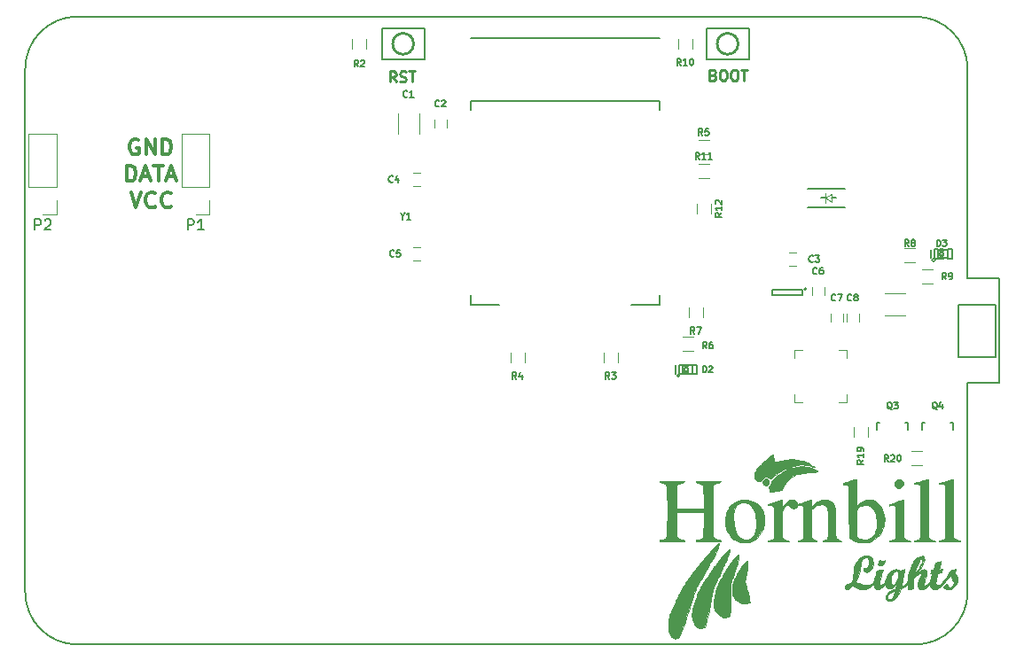
<source format=gbr>
G04 #@! TF.FileFunction,Legend,Top*
%FSLAX46Y46*%
G04 Gerber Fmt 4.6, Leading zero omitted, Abs format (unit mm)*
G04 Created by KiCad (PCBNEW (2015-01-16 BZR 5376)-product) date 23-May-17 3:49:53 PM*
%MOMM*%
G01*
G04 APERTURE LIST*
%ADD10C,0.100000*%
%ADD11C,0.300000*%
%ADD12C,0.150000*%
%ADD13C,0.254000*%
%ADD14C,0.120000*%
%ADD15C,0.050800*%
%ADD16C,0.010000*%
%ADD17C,0.146050*%
G04 APERTURE END LIST*
D10*
D11*
X75089000Y-84268571D02*
X75589000Y-85768571D01*
X76089000Y-84268571D01*
X77446143Y-85625714D02*
X77374714Y-85697143D01*
X77160428Y-85768571D01*
X77017571Y-85768571D01*
X76803286Y-85697143D01*
X76660428Y-85554286D01*
X76589000Y-85411429D01*
X76517571Y-85125714D01*
X76517571Y-84911429D01*
X76589000Y-84625714D01*
X76660428Y-84482857D01*
X76803286Y-84340000D01*
X77017571Y-84268571D01*
X77160428Y-84268571D01*
X77374714Y-84340000D01*
X77446143Y-84411429D01*
X78946143Y-85625714D02*
X78874714Y-85697143D01*
X78660428Y-85768571D01*
X78517571Y-85768571D01*
X78303286Y-85697143D01*
X78160428Y-85554286D01*
X78089000Y-85411429D01*
X78017571Y-85125714D01*
X78017571Y-84911429D01*
X78089000Y-84625714D01*
X78160428Y-84482857D01*
X78303286Y-84340000D01*
X78517571Y-84268571D01*
X78660428Y-84268571D01*
X78874714Y-84340000D01*
X78946143Y-84411429D01*
X74712001Y-83228571D02*
X74712001Y-81728571D01*
X75069144Y-81728571D01*
X75283429Y-81800000D01*
X75426287Y-81942857D01*
X75497715Y-82085714D01*
X75569144Y-82371429D01*
X75569144Y-82585714D01*
X75497715Y-82871429D01*
X75426287Y-83014286D01*
X75283429Y-83157143D01*
X75069144Y-83228571D01*
X74712001Y-83228571D01*
X76140572Y-82800000D02*
X76854858Y-82800000D01*
X75997715Y-83228571D02*
X76497715Y-81728571D01*
X76997715Y-83228571D01*
X77283429Y-81728571D02*
X78140572Y-81728571D01*
X77712001Y-83228571D02*
X77712001Y-81728571D01*
X78569143Y-82800000D02*
X79283429Y-82800000D01*
X78426286Y-83228571D02*
X78926286Y-81728571D01*
X79426286Y-83228571D01*
X75819143Y-79260000D02*
X75676286Y-79188571D01*
X75462000Y-79188571D01*
X75247715Y-79260000D01*
X75104857Y-79402857D01*
X75033429Y-79545714D01*
X74962000Y-79831429D01*
X74962000Y-80045714D01*
X75033429Y-80331429D01*
X75104857Y-80474286D01*
X75247715Y-80617143D01*
X75462000Y-80688571D01*
X75604857Y-80688571D01*
X75819143Y-80617143D01*
X75890572Y-80545714D01*
X75890572Y-80045714D01*
X75604857Y-80045714D01*
X76533429Y-80688571D02*
X76533429Y-79188571D01*
X77390572Y-80688571D01*
X77390572Y-79188571D01*
X78104858Y-80688571D02*
X78104858Y-79188571D01*
X78462001Y-79188571D01*
X78676286Y-79260000D01*
X78819144Y-79402857D01*
X78890572Y-79545714D01*
X78962001Y-79831429D01*
X78962001Y-80045714D01*
X78890572Y-80331429D01*
X78819144Y-80474286D01*
X78676286Y-80617143D01*
X78462001Y-80688571D01*
X78104858Y-80688571D01*
D12*
X65000000Y-112500000D02*
X65000000Y-82500000D01*
X155000000Y-77500000D02*
X155000000Y-87500000D01*
D13*
X100408619Y-73738619D02*
X100069953Y-73254810D01*
X99828048Y-73738619D02*
X99828048Y-72722619D01*
X100215095Y-72722619D01*
X100311857Y-72771000D01*
X100360238Y-72819381D01*
X100408619Y-72916143D01*
X100408619Y-73061286D01*
X100360238Y-73158048D01*
X100311857Y-73206429D01*
X100215095Y-73254810D01*
X99828048Y-73254810D01*
X100795667Y-73690238D02*
X100940810Y-73738619D01*
X101182714Y-73738619D01*
X101279476Y-73690238D01*
X101327857Y-73641857D01*
X101376238Y-73545095D01*
X101376238Y-73448333D01*
X101327857Y-73351571D01*
X101279476Y-73303190D01*
X101182714Y-73254810D01*
X100989191Y-73206429D01*
X100892429Y-73158048D01*
X100844048Y-73109667D01*
X100795667Y-73012905D01*
X100795667Y-72916143D01*
X100844048Y-72819381D01*
X100892429Y-72771000D01*
X100989191Y-72722619D01*
X101231095Y-72722619D01*
X101376238Y-72771000D01*
X101666524Y-72722619D02*
X102247095Y-72722619D01*
X101956810Y-73738619D02*
X101956810Y-72722619D01*
X130701143Y-73079429D02*
X130846286Y-73127810D01*
X130894667Y-73176190D01*
X130943048Y-73272952D01*
X130943048Y-73418095D01*
X130894667Y-73514857D01*
X130846286Y-73563238D01*
X130749524Y-73611619D01*
X130362477Y-73611619D01*
X130362477Y-72595619D01*
X130701143Y-72595619D01*
X130797905Y-72644000D01*
X130846286Y-72692381D01*
X130894667Y-72789143D01*
X130894667Y-72885905D01*
X130846286Y-72982667D01*
X130797905Y-73031048D01*
X130701143Y-73079429D01*
X130362477Y-73079429D01*
X131572001Y-72595619D02*
X131765524Y-72595619D01*
X131862286Y-72644000D01*
X131959048Y-72740762D01*
X132007429Y-72934286D01*
X132007429Y-73272952D01*
X131959048Y-73466476D01*
X131862286Y-73563238D01*
X131765524Y-73611619D01*
X131572001Y-73611619D01*
X131475239Y-73563238D01*
X131378477Y-73466476D01*
X131330096Y-73272952D01*
X131330096Y-72934286D01*
X131378477Y-72740762D01*
X131475239Y-72644000D01*
X131572001Y-72595619D01*
X132636382Y-72595619D02*
X132829905Y-72595619D01*
X132926667Y-72644000D01*
X133023429Y-72740762D01*
X133071810Y-72934286D01*
X133071810Y-73272952D01*
X133023429Y-73466476D01*
X132926667Y-73563238D01*
X132829905Y-73611619D01*
X132636382Y-73611619D01*
X132539620Y-73563238D01*
X132442858Y-73466476D01*
X132394477Y-73272952D01*
X132394477Y-72934286D01*
X132442858Y-72740762D01*
X132539620Y-72644000D01*
X132636382Y-72595619D01*
X133362096Y-72595619D02*
X133942667Y-72595619D01*
X133652382Y-73611619D02*
X133652382Y-72595619D01*
D12*
X65000000Y-122500000D02*
X65000000Y-112500000D01*
X65000000Y-72500000D02*
X65000000Y-82500000D01*
X158000000Y-102500000D02*
X155000000Y-102500000D01*
X158000000Y-92500000D02*
X158000000Y-102500000D01*
X155000000Y-92500000D02*
X158000000Y-92500000D01*
X150000000Y-67500000D02*
X70000000Y-67500000D01*
X155000000Y-77500000D02*
X155000000Y-72500000D01*
X155000000Y-122500000D02*
X155000000Y-102500000D01*
X70000000Y-127500000D02*
X150000000Y-127500000D01*
X155000000Y-72500000D02*
G75*
G03X150000000Y-67500000I-5000000J0D01*
G01*
X150000000Y-127500000D02*
G75*
G03X155000000Y-122500000I0J5000000D01*
G01*
X65000000Y-122500000D02*
G75*
G03X70000000Y-127500000I5000000J0D01*
G01*
X70000000Y-67500000D02*
G75*
G03X65000000Y-72500000I0J-5000000D01*
G01*
X155000000Y-92500000D02*
X155000000Y-87500000D01*
D14*
X100580000Y-76724000D02*
X100580000Y-78724000D01*
X102620000Y-78724000D02*
X102620000Y-76724000D01*
X104048000Y-78074000D02*
X104048000Y-77374000D01*
X105248000Y-77374000D02*
X105248000Y-78074000D01*
X138653000Y-91278000D02*
X137953000Y-91278000D01*
X137953000Y-90078000D02*
X138653000Y-90078000D01*
X102712000Y-83658000D02*
X102012000Y-83658000D01*
X102012000Y-82458000D02*
X102712000Y-82458000D01*
X102712000Y-90770000D02*
X102012000Y-90770000D01*
X102012000Y-89570000D02*
X102712000Y-89570000D01*
X140116000Y-94076000D02*
X140116000Y-93376000D01*
X141316000Y-93376000D02*
X141316000Y-94076000D01*
X143418000Y-96616000D02*
X143418000Y-95916000D01*
X144618000Y-95916000D02*
X144618000Y-96616000D01*
D12*
X157662000Y-95036000D02*
X157662000Y-100036000D01*
X157662000Y-100036000D02*
X154162000Y-100036000D01*
X154162000Y-100036000D02*
X154162000Y-95536000D01*
X154162000Y-95536000D02*
X154162000Y-95036000D01*
X154162000Y-95036000D02*
X157662000Y-95036000D01*
X107586000Y-75546000D02*
X107586000Y-76446000D01*
X125586000Y-95046000D02*
X125586000Y-94146000D01*
X107586000Y-95046000D02*
X107586000Y-94146000D01*
X107586000Y-75546000D02*
X125586000Y-75546000D01*
X125586000Y-75546000D02*
X125586000Y-76446000D01*
X125586000Y-95046000D02*
X122886000Y-95046000D01*
X107586000Y-95046000D02*
X110286000Y-95046000D01*
X107586000Y-75546000D02*
X125586000Y-75546000D01*
X107586000Y-69546000D02*
X125586000Y-69546000D01*
D14*
X97581000Y-69604000D02*
X97581000Y-70604000D01*
X96221000Y-70604000D02*
X96221000Y-69604000D01*
X128770000Y-99486000D02*
X127770000Y-99486000D01*
X127770000Y-98126000D02*
X128770000Y-98126000D01*
X128352000Y-96258000D02*
X128352000Y-95258000D01*
X129712000Y-95258000D02*
X129712000Y-96258000D01*
X148979000Y-89617000D02*
X149979000Y-89617000D01*
X149979000Y-90977000D02*
X148979000Y-90977000D01*
X150630000Y-91649000D02*
X151630000Y-91649000D01*
X151630000Y-93009000D02*
X150630000Y-93009000D01*
X128696000Y-69604000D02*
X128696000Y-70604000D01*
X127336000Y-70604000D02*
X127336000Y-69604000D01*
X145460000Y-106688000D02*
X145460000Y-107688000D01*
X144100000Y-107688000D02*
X144100000Y-106688000D01*
X149614000Y-109048000D02*
X150614000Y-109048000D01*
X150614000Y-110408000D02*
X149614000Y-110408000D01*
D12*
X99060000Y-68605400D02*
X99060000Y-71602600D01*
X99060000Y-71602600D02*
X103124000Y-71602600D01*
X103124000Y-71602600D02*
X103124000Y-68656200D01*
X103124000Y-68656200D02*
X99085400Y-68656200D01*
D13*
X102092760Y-70104000D02*
G75*
G03X102092760Y-70104000I-1000760J0D01*
G01*
D12*
X130048000Y-68605400D02*
X130048000Y-71602600D01*
X130048000Y-71602600D02*
X134112000Y-71602600D01*
X134112000Y-71602600D02*
X134112000Y-68656200D01*
X134112000Y-68656200D02*
X130073400Y-68656200D01*
D13*
X133080760Y-70104000D02*
G75*
G03X133080760Y-70104000I-1000760J0D01*
G01*
D12*
X139595000Y-93553000D02*
G75*
G03X139595000Y-93553000I-100000J0D01*
G01*
X139245000Y-94103000D02*
X139245000Y-93603000D01*
X136345000Y-94103000D02*
X139245000Y-94103000D01*
X136345000Y-93603000D02*
X136345000Y-94103000D01*
X139245000Y-93603000D02*
X136345000Y-93603000D01*
X127070000Y-101619000D02*
X127070000Y-100819000D01*
X127511421Y-101819000D02*
G75*
G03X127511421Y-101819000I-141421J0D01*
G01*
X127820420Y-101668580D02*
X127820420Y-100769420D01*
X127820420Y-100769420D02*
X127421640Y-100769420D01*
X127421640Y-101668580D02*
X127421640Y-100769420D01*
X127820420Y-101668580D02*
X127421640Y-101668580D01*
X129118360Y-101668580D02*
X129118360Y-100769420D01*
X129118360Y-100769420D02*
X128719580Y-100769420D01*
X128719580Y-101668580D02*
X128719580Y-100769420D01*
X129118360Y-101668580D02*
X128719580Y-101668580D01*
X128270000Y-101668580D02*
X128270000Y-101518720D01*
X128270000Y-101518720D02*
X127970280Y-101518720D01*
X127970280Y-101668580D02*
X127970280Y-101518720D01*
X128270000Y-101668580D02*
X127970280Y-101668580D01*
X128270000Y-100919280D02*
X128270000Y-100769420D01*
X128270000Y-100769420D02*
X127970280Y-100769420D01*
X127970280Y-100919280D02*
X127970280Y-100769420D01*
X128270000Y-100919280D02*
X127970280Y-100919280D01*
X128270000Y-101368860D02*
X128270000Y-101069140D01*
X128270000Y-101069140D02*
X127970280Y-101069140D01*
X127970280Y-101368860D02*
X127970280Y-101069140D01*
X128270000Y-101368860D02*
X127970280Y-101368860D01*
X127820420Y-101617780D02*
X128719580Y-101617780D01*
X127820420Y-100820220D02*
X128719580Y-100820220D01*
X151454000Y-90570000D02*
X151454000Y-89770000D01*
X151895421Y-90770000D02*
G75*
G03X151895421Y-90770000I-141421J0D01*
G01*
X152204420Y-90619580D02*
X152204420Y-89720420D01*
X152204420Y-89720420D02*
X151805640Y-89720420D01*
X151805640Y-90619580D02*
X151805640Y-89720420D01*
X152204420Y-90619580D02*
X151805640Y-90619580D01*
X153502360Y-90619580D02*
X153502360Y-89720420D01*
X153502360Y-89720420D02*
X153103580Y-89720420D01*
X153103580Y-90619580D02*
X153103580Y-89720420D01*
X153502360Y-90619580D02*
X153103580Y-90619580D01*
X152654000Y-90619580D02*
X152654000Y-90469720D01*
X152654000Y-90469720D02*
X152354280Y-90469720D01*
X152354280Y-90619580D02*
X152354280Y-90469720D01*
X152654000Y-90619580D02*
X152354280Y-90619580D01*
X152654000Y-89870280D02*
X152654000Y-89720420D01*
X152654000Y-89720420D02*
X152354280Y-89720420D01*
X152354280Y-89870280D02*
X152354280Y-89720420D01*
X152654000Y-89870280D02*
X152354280Y-89870280D01*
X152654000Y-90319860D02*
X152654000Y-90020140D01*
X152654000Y-90020140D02*
X152354280Y-90020140D01*
X152354280Y-90319860D02*
X152354280Y-90020140D01*
X152654000Y-90319860D02*
X152354280Y-90319860D01*
X152204420Y-90568780D02*
X153103580Y-90568780D01*
X152204420Y-89771220D02*
X153103580Y-89771220D01*
X149127160Y-106283760D02*
X149078900Y-106283760D01*
X146328180Y-106984800D02*
X146328180Y-106283760D01*
X146328180Y-106283760D02*
X146577100Y-106283760D01*
X149127160Y-106283760D02*
X149327820Y-106283760D01*
X149327820Y-106283760D02*
X149327820Y-106984800D01*
X153445160Y-106283760D02*
X153396900Y-106283760D01*
X150646180Y-106984800D02*
X150646180Y-106283760D01*
X150646180Y-106283760D02*
X150895100Y-106283760D01*
X153445160Y-106283760D02*
X153645820Y-106283760D01*
X153645820Y-106283760D02*
X153645820Y-106984800D01*
D14*
X143094000Y-95916000D02*
X143094000Y-96616000D01*
X141894000Y-96616000D02*
X141894000Y-95916000D01*
X149082000Y-93971000D02*
X147082000Y-93971000D01*
X147082000Y-96021000D02*
X149082000Y-96021000D01*
X120224000Y-100576000D02*
X120224000Y-99576000D01*
X121584000Y-99576000D02*
X121584000Y-100576000D01*
X111334000Y-100576000D02*
X111334000Y-99576000D01*
X112694000Y-99576000D02*
X112694000Y-100576000D01*
X130294000Y-80690000D02*
X129294000Y-80690000D01*
X129294000Y-79330000D02*
X130294000Y-79330000D01*
X130294000Y-82976000D02*
X129294000Y-82976000D01*
X129294000Y-81616000D02*
X130294000Y-81616000D01*
D15*
X143469360Y-103604060D02*
X143469360Y-104353360D01*
X143469360Y-104353360D02*
X142720060Y-104353360D01*
X139219940Y-104353360D02*
X138470640Y-104353360D01*
X138470640Y-104353360D02*
X138470640Y-103604060D01*
X142720060Y-99354640D02*
X143469360Y-99354640D01*
X143469360Y-99354640D02*
X143469360Y-100103940D01*
X139219940Y-99354640D02*
X138470640Y-99354640D01*
X138470640Y-99354640D02*
X138470640Y-100103940D01*
D14*
X129114000Y-86352000D02*
X129114000Y-85352000D01*
X130474000Y-85352000D02*
X130474000Y-86352000D01*
D16*
G36*
X131243751Y-117854639D02*
X131251584Y-117857812D01*
X131290729Y-117888064D01*
X131294726Y-117911504D01*
X131281133Y-117942531D01*
X131252676Y-118008839D01*
X131212929Y-118102058D01*
X131165464Y-118213820D01*
X131140219Y-118273415D01*
X131067501Y-118440222D01*
X130985545Y-118619775D01*
X130898021Y-118804756D01*
X130808599Y-118987847D01*
X130720948Y-119161730D01*
X130638739Y-119319087D01*
X130565642Y-119452600D01*
X130505326Y-119554952D01*
X130473260Y-119603328D01*
X130413552Y-119692270D01*
X130359076Y-119783750D01*
X130329295Y-119841818D01*
X130266465Y-119979950D01*
X130218732Y-120081797D01*
X130182383Y-120154617D01*
X130153709Y-120205666D01*
X130128997Y-120242203D01*
X130116663Y-120257659D01*
X130088950Y-120299236D01*
X130045613Y-120374474D01*
X129991754Y-120474082D01*
X129932477Y-120588764D01*
X129907456Y-120638659D01*
X129830141Y-120786114D01*
X129737679Y-120949973D01*
X129641579Y-121110453D01*
X129553349Y-121247769D01*
X129551877Y-121249947D01*
X129474295Y-121369088D01*
X129401560Y-121488900D01*
X129341155Y-121596519D01*
X129300568Y-121679081D01*
X129296585Y-121688674D01*
X129260413Y-121770717D01*
X129224649Y-121838231D01*
X129198406Y-121874984D01*
X129149162Y-121939855D01*
X129091685Y-122048680D01*
X129026655Y-122199812D01*
X128954753Y-122391605D01*
X128876661Y-122622410D01*
X128834823Y-122754120D01*
X128788480Y-122901946D01*
X128746349Y-123034608D01*
X128710535Y-123145617D01*
X128683145Y-123228484D01*
X128666283Y-123276719D01*
X128662212Y-123286200D01*
X128652225Y-123311987D01*
X128630387Y-123376190D01*
X128598767Y-123472469D01*
X128559431Y-123594482D01*
X128514446Y-123735891D01*
X128481530Y-123840382D01*
X128424677Y-124021541D01*
X128358341Y-124232870D01*
X128287090Y-124459815D01*
X128215497Y-124687818D01*
X128148131Y-124902323D01*
X128116622Y-125002636D01*
X128065415Y-125159753D01*
X128005289Y-125334446D01*
X127938465Y-125521089D01*
X127867166Y-125714057D01*
X127793616Y-125907723D01*
X127720038Y-126096463D01*
X127648655Y-126274650D01*
X127581689Y-126436657D01*
X127521365Y-126576861D01*
X127469904Y-126689634D01*
X127429530Y-126769350D01*
X127402466Y-126810385D01*
X127402177Y-126810673D01*
X127346809Y-126845407D01*
X127259423Y-126881877D01*
X127163175Y-126912070D01*
X127081218Y-126927970D01*
X127061161Y-126928712D01*
X127006503Y-126915562D01*
X126924265Y-126883242D01*
X126840888Y-126843119D01*
X126758051Y-126796720D01*
X126701669Y-126753726D01*
X126658458Y-126700084D01*
X126615134Y-126621741D01*
X126597232Y-126585362D01*
X126526935Y-126406450D01*
X126471140Y-126193943D01*
X126431991Y-125959308D01*
X126411632Y-125714012D01*
X126409213Y-125579909D01*
X126420128Y-125383750D01*
X126448682Y-125167608D01*
X126491893Y-124945021D01*
X126546778Y-124729528D01*
X126610352Y-124534668D01*
X126671256Y-124390727D01*
X126717670Y-124289878D01*
X126759787Y-124187971D01*
X126788922Y-124106096D01*
X126790124Y-124102091D01*
X126815291Y-124033930D01*
X126857483Y-123937334D01*
X126910490Y-123825956D01*
X126959803Y-123729110D01*
X127014547Y-123619741D01*
X127080371Y-123479790D01*
X127151196Y-123322672D01*
X127220946Y-123161802D01*
X127268418Y-123047928D01*
X127323348Y-122916890D01*
X127378125Y-122794689D01*
X127436746Y-122673860D01*
X127503208Y-122546935D01*
X127581510Y-122406448D01*
X127675646Y-122244932D01*
X127789616Y-122054922D01*
X127876108Y-121912790D01*
X128021649Y-121677651D01*
X128153351Y-121471151D01*
X128269179Y-121296329D01*
X128367099Y-121156225D01*
X128445073Y-121053877D01*
X128473831Y-121020150D01*
X128545764Y-120935393D01*
X128635556Y-120822301D01*
X128733884Y-120693011D01*
X128831423Y-120559662D01*
X128876278Y-120496269D01*
X128967040Y-120367864D01*
X129059596Y-120239592D01*
X129145623Y-120122809D01*
X129216801Y-120028867D01*
X129245911Y-119991909D01*
X129314273Y-119904841D01*
X129376614Y-119821577D01*
X129421198Y-119757866D01*
X129426579Y-119749454D01*
X129476038Y-119684407D01*
X129545356Y-119609509D01*
X129583718Y-119573141D01*
X129654875Y-119503159D01*
X129716737Y-119431742D01*
X129739450Y-119400094D01*
X129782979Y-119340035D01*
X129846497Y-119262430D01*
X129904121Y-119197423D01*
X129981084Y-119111077D01*
X130058774Y-119019064D01*
X130104445Y-118961805D01*
X130156522Y-118898406D01*
X130232848Y-118811171D01*
X130322497Y-118712380D01*
X130400778Y-118628742D01*
X130499708Y-118523719D01*
X130601287Y-118414210D01*
X130691860Y-118315017D01*
X130744538Y-118256086D01*
X130834864Y-118159757D01*
X130941657Y-118054886D01*
X131035766Y-117969494D01*
X131117163Y-117901875D01*
X131172020Y-117863783D01*
X131210747Y-117849833D01*
X131243751Y-117854639D01*
X131243751Y-117854639D01*
G37*
X131243751Y-117854639D02*
X131251584Y-117857812D01*
X131290729Y-117888064D01*
X131294726Y-117911504D01*
X131281133Y-117942531D01*
X131252676Y-118008839D01*
X131212929Y-118102058D01*
X131165464Y-118213820D01*
X131140219Y-118273415D01*
X131067501Y-118440222D01*
X130985545Y-118619775D01*
X130898021Y-118804756D01*
X130808599Y-118987847D01*
X130720948Y-119161730D01*
X130638739Y-119319087D01*
X130565642Y-119452600D01*
X130505326Y-119554952D01*
X130473260Y-119603328D01*
X130413552Y-119692270D01*
X130359076Y-119783750D01*
X130329295Y-119841818D01*
X130266465Y-119979950D01*
X130218732Y-120081797D01*
X130182383Y-120154617D01*
X130153709Y-120205666D01*
X130128997Y-120242203D01*
X130116663Y-120257659D01*
X130088950Y-120299236D01*
X130045613Y-120374474D01*
X129991754Y-120474082D01*
X129932477Y-120588764D01*
X129907456Y-120638659D01*
X129830141Y-120786114D01*
X129737679Y-120949973D01*
X129641579Y-121110453D01*
X129553349Y-121247769D01*
X129551877Y-121249947D01*
X129474295Y-121369088D01*
X129401560Y-121488900D01*
X129341155Y-121596519D01*
X129300568Y-121679081D01*
X129296585Y-121688674D01*
X129260413Y-121770717D01*
X129224649Y-121838231D01*
X129198406Y-121874984D01*
X129149162Y-121939855D01*
X129091685Y-122048680D01*
X129026655Y-122199812D01*
X128954753Y-122391605D01*
X128876661Y-122622410D01*
X128834823Y-122754120D01*
X128788480Y-122901946D01*
X128746349Y-123034608D01*
X128710535Y-123145617D01*
X128683145Y-123228484D01*
X128666283Y-123276719D01*
X128662212Y-123286200D01*
X128652225Y-123311987D01*
X128630387Y-123376190D01*
X128598767Y-123472469D01*
X128559431Y-123594482D01*
X128514446Y-123735891D01*
X128481530Y-123840382D01*
X128424677Y-124021541D01*
X128358341Y-124232870D01*
X128287090Y-124459815D01*
X128215497Y-124687818D01*
X128148131Y-124902323D01*
X128116622Y-125002636D01*
X128065415Y-125159753D01*
X128005289Y-125334446D01*
X127938465Y-125521089D01*
X127867166Y-125714057D01*
X127793616Y-125907723D01*
X127720038Y-126096463D01*
X127648655Y-126274650D01*
X127581689Y-126436657D01*
X127521365Y-126576861D01*
X127469904Y-126689634D01*
X127429530Y-126769350D01*
X127402466Y-126810385D01*
X127402177Y-126810673D01*
X127346809Y-126845407D01*
X127259423Y-126881877D01*
X127163175Y-126912070D01*
X127081218Y-126927970D01*
X127061161Y-126928712D01*
X127006503Y-126915562D01*
X126924265Y-126883242D01*
X126840888Y-126843119D01*
X126758051Y-126796720D01*
X126701669Y-126753726D01*
X126658458Y-126700084D01*
X126615134Y-126621741D01*
X126597232Y-126585362D01*
X126526935Y-126406450D01*
X126471140Y-126193943D01*
X126431991Y-125959308D01*
X126411632Y-125714012D01*
X126409213Y-125579909D01*
X126420128Y-125383750D01*
X126448682Y-125167608D01*
X126491893Y-124945021D01*
X126546778Y-124729528D01*
X126610352Y-124534668D01*
X126671256Y-124390727D01*
X126717670Y-124289878D01*
X126759787Y-124187971D01*
X126788922Y-124106096D01*
X126790124Y-124102091D01*
X126815291Y-124033930D01*
X126857483Y-123937334D01*
X126910490Y-123825956D01*
X126959803Y-123729110D01*
X127014547Y-123619741D01*
X127080371Y-123479790D01*
X127151196Y-123322672D01*
X127220946Y-123161802D01*
X127268418Y-123047928D01*
X127323348Y-122916890D01*
X127378125Y-122794689D01*
X127436746Y-122673860D01*
X127503208Y-122546935D01*
X127581510Y-122406448D01*
X127675646Y-122244932D01*
X127789616Y-122054922D01*
X127876108Y-121912790D01*
X128021649Y-121677651D01*
X128153351Y-121471151D01*
X128269179Y-121296329D01*
X128367099Y-121156225D01*
X128445073Y-121053877D01*
X128473831Y-121020150D01*
X128545764Y-120935393D01*
X128635556Y-120822301D01*
X128733884Y-120693011D01*
X128831423Y-120559662D01*
X128876278Y-120496269D01*
X128967040Y-120367864D01*
X129059596Y-120239592D01*
X129145623Y-120122809D01*
X129216801Y-120028867D01*
X129245911Y-119991909D01*
X129314273Y-119904841D01*
X129376614Y-119821577D01*
X129421198Y-119757866D01*
X129426579Y-119749454D01*
X129476038Y-119684407D01*
X129545356Y-119609509D01*
X129583718Y-119573141D01*
X129654875Y-119503159D01*
X129716737Y-119431742D01*
X129739450Y-119400094D01*
X129782979Y-119340035D01*
X129846497Y-119262430D01*
X129904121Y-119197423D01*
X129981084Y-119111077D01*
X130058774Y-119019064D01*
X130104445Y-118961805D01*
X130156522Y-118898406D01*
X130232848Y-118811171D01*
X130322497Y-118712380D01*
X130400778Y-118628742D01*
X130499708Y-118523719D01*
X130601287Y-118414210D01*
X130691860Y-118315017D01*
X130744538Y-118256086D01*
X130834864Y-118159757D01*
X130941657Y-118054886D01*
X131035766Y-117969494D01*
X131117163Y-117901875D01*
X131172020Y-117863783D01*
X131210747Y-117849833D01*
X131243751Y-117854639D01*
G36*
X132286716Y-118465813D02*
X132291667Y-118483085D01*
X132282697Y-118536691D01*
X132257635Y-118626590D01*
X132219252Y-118745548D01*
X132170318Y-118886332D01*
X132113605Y-119041706D01*
X132051883Y-119204439D01*
X131987925Y-119367296D01*
X131924500Y-119523043D01*
X131864379Y-119664446D01*
X131810335Y-119784272D01*
X131765136Y-119875287D01*
X131744650Y-119911091D01*
X131686264Y-120017379D01*
X131631364Y-120138016D01*
X131599941Y-120222818D01*
X131568990Y-120310646D01*
X131536915Y-120386040D01*
X131510618Y-120432793D01*
X131510434Y-120433027D01*
X131486675Y-120473422D01*
X131450539Y-120547161D01*
X131406995Y-120643641D01*
X131362390Y-120748901D01*
X131304348Y-120881574D01*
X131235854Y-121024984D01*
X131167007Y-121158505D01*
X131126147Y-121231419D01*
X131065569Y-121338820D01*
X131008857Y-121446908D01*
X130964646Y-121538918D01*
X130949932Y-121573636D01*
X130911644Y-121663175D01*
X130861507Y-121769748D01*
X130816763Y-121858001D01*
X130771160Y-121960080D01*
X130728279Y-122083340D01*
X130696616Y-122203020D01*
X130693984Y-122215910D01*
X130672341Y-122324478D01*
X130645023Y-122458976D01*
X130616024Y-122599834D01*
X130596485Y-122693545D01*
X130568569Y-122829936D01*
X130539647Y-122976865D01*
X130513779Y-123113453D01*
X130499965Y-123190000D01*
X130476030Y-123321675D01*
X130447646Y-123470249D01*
X130420289Y-123607159D01*
X130415820Y-123628727D01*
X130396884Y-123722882D01*
X130372157Y-123850880D01*
X130343880Y-124000849D01*
X130314290Y-124160921D01*
X130287297Y-124309909D01*
X130238881Y-124550981D01*
X130176377Y-124817027D01*
X130104377Y-125089441D01*
X130043270Y-125298660D01*
X129881982Y-125825593D01*
X129767435Y-125878909D01*
X129642944Y-125926394D01*
X129527976Y-125942867D01*
X129401316Y-125929715D01*
X129312581Y-125908640D01*
X129219875Y-125877632D01*
X129139210Y-125835223D01*
X129066585Y-125776306D01*
X128998004Y-125695776D01*
X128929465Y-125588525D01*
X128856970Y-125449448D01*
X128776521Y-125273437D01*
X128729646Y-125164273D01*
X128706717Y-125103831D01*
X128690668Y-125042442D01*
X128680415Y-124970363D01*
X128674873Y-124877851D01*
X128672961Y-124755163D01*
X128673140Y-124656273D01*
X128675725Y-124521174D01*
X128681469Y-124394076D01*
X128689643Y-124285885D01*
X128699514Y-124207511D01*
X128704859Y-124182909D01*
X128786585Y-123910167D01*
X128868812Y-123665311D01*
X128957621Y-123430272D01*
X128961361Y-123420909D01*
X129009483Y-123295916D01*
X129056158Y-123166481D01*
X129095221Y-123050115D01*
X129115754Y-122982182D01*
X129177708Y-122788086D01*
X129260800Y-122570024D01*
X129358230Y-122344157D01*
X129463194Y-122126645D01*
X129523918Y-122012364D01*
X129590556Y-121890238D01*
X129658073Y-121763779D01*
X129717803Y-121649361D01*
X129755133Y-121575521D01*
X129815353Y-121468350D01*
X129893373Y-121349554D01*
X129972698Y-121244187D01*
X129975583Y-121240703D01*
X130039096Y-121159083D01*
X130118652Y-121048971D01*
X130205232Y-120923254D01*
X130289817Y-120794818D01*
X130311714Y-120760441D01*
X130387025Y-120642488D01*
X130459061Y-120531947D01*
X130521283Y-120438697D01*
X130567148Y-120372617D01*
X130579842Y-120355496D01*
X130630164Y-120285888D01*
X130689958Y-120197044D01*
X130732918Y-120129600D01*
X130786935Y-120050390D01*
X130842130Y-119982517D01*
X130880520Y-119945727D01*
X130931608Y-119897550D01*
X130988830Y-119828815D01*
X131012423Y-119795636D01*
X131086364Y-119690936D01*
X131182692Y-119563751D01*
X131295913Y-119420521D01*
X131420533Y-119267691D01*
X131551059Y-119111702D01*
X131681996Y-118958997D01*
X131807850Y-118816019D01*
X131923128Y-118689209D01*
X132022335Y-118585011D01*
X132099978Y-118509866D01*
X132131703Y-118483099D01*
X132191963Y-118452804D01*
X132249756Y-118447041D01*
X132286716Y-118465813D01*
X132286716Y-118465813D01*
G37*
X132286716Y-118465813D02*
X132291667Y-118483085D01*
X132282697Y-118536691D01*
X132257635Y-118626590D01*
X132219252Y-118745548D01*
X132170318Y-118886332D01*
X132113605Y-119041706D01*
X132051883Y-119204439D01*
X131987925Y-119367296D01*
X131924500Y-119523043D01*
X131864379Y-119664446D01*
X131810335Y-119784272D01*
X131765136Y-119875287D01*
X131744650Y-119911091D01*
X131686264Y-120017379D01*
X131631364Y-120138016D01*
X131599941Y-120222818D01*
X131568990Y-120310646D01*
X131536915Y-120386040D01*
X131510618Y-120432793D01*
X131510434Y-120433027D01*
X131486675Y-120473422D01*
X131450539Y-120547161D01*
X131406995Y-120643641D01*
X131362390Y-120748901D01*
X131304348Y-120881574D01*
X131235854Y-121024984D01*
X131167007Y-121158505D01*
X131126147Y-121231419D01*
X131065569Y-121338820D01*
X131008857Y-121446908D01*
X130964646Y-121538918D01*
X130949932Y-121573636D01*
X130911644Y-121663175D01*
X130861507Y-121769748D01*
X130816763Y-121858001D01*
X130771160Y-121960080D01*
X130728279Y-122083340D01*
X130696616Y-122203020D01*
X130693984Y-122215910D01*
X130672341Y-122324478D01*
X130645023Y-122458976D01*
X130616024Y-122599834D01*
X130596485Y-122693545D01*
X130568569Y-122829936D01*
X130539647Y-122976865D01*
X130513779Y-123113453D01*
X130499965Y-123190000D01*
X130476030Y-123321675D01*
X130447646Y-123470249D01*
X130420289Y-123607159D01*
X130415820Y-123628727D01*
X130396884Y-123722882D01*
X130372157Y-123850880D01*
X130343880Y-124000849D01*
X130314290Y-124160921D01*
X130287297Y-124309909D01*
X130238881Y-124550981D01*
X130176377Y-124817027D01*
X130104377Y-125089441D01*
X130043270Y-125298660D01*
X129881982Y-125825593D01*
X129767435Y-125878909D01*
X129642944Y-125926394D01*
X129527976Y-125942867D01*
X129401316Y-125929715D01*
X129312581Y-125908640D01*
X129219875Y-125877632D01*
X129139210Y-125835223D01*
X129066585Y-125776306D01*
X128998004Y-125695776D01*
X128929465Y-125588525D01*
X128856970Y-125449448D01*
X128776521Y-125273437D01*
X128729646Y-125164273D01*
X128706717Y-125103831D01*
X128690668Y-125042442D01*
X128680415Y-124970363D01*
X128674873Y-124877851D01*
X128672961Y-124755163D01*
X128673140Y-124656273D01*
X128675725Y-124521174D01*
X128681469Y-124394076D01*
X128689643Y-124285885D01*
X128699514Y-124207511D01*
X128704859Y-124182909D01*
X128786585Y-123910167D01*
X128868812Y-123665311D01*
X128957621Y-123430272D01*
X128961361Y-123420909D01*
X129009483Y-123295916D01*
X129056158Y-123166481D01*
X129095221Y-123050115D01*
X129115754Y-122982182D01*
X129177708Y-122788086D01*
X129260800Y-122570024D01*
X129358230Y-122344157D01*
X129463194Y-122126645D01*
X129523918Y-122012364D01*
X129590556Y-121890238D01*
X129658073Y-121763779D01*
X129717803Y-121649361D01*
X129755133Y-121575521D01*
X129815353Y-121468350D01*
X129893373Y-121349554D01*
X129972698Y-121244187D01*
X129975583Y-121240703D01*
X130039096Y-121159083D01*
X130118652Y-121048971D01*
X130205232Y-120923254D01*
X130289817Y-120794818D01*
X130311714Y-120760441D01*
X130387025Y-120642488D01*
X130459061Y-120531947D01*
X130521283Y-120438697D01*
X130567148Y-120372617D01*
X130579842Y-120355496D01*
X130630164Y-120285888D01*
X130689958Y-120197044D01*
X130732918Y-120129600D01*
X130786935Y-120050390D01*
X130842130Y-119982517D01*
X130880520Y-119945727D01*
X130931608Y-119897550D01*
X130988830Y-119828815D01*
X131012423Y-119795636D01*
X131086364Y-119690936D01*
X131182692Y-119563751D01*
X131295913Y-119420521D01*
X131420533Y-119267691D01*
X131551059Y-119111702D01*
X131681996Y-118958997D01*
X131807850Y-118816019D01*
X131923128Y-118689209D01*
X132022335Y-118585011D01*
X132099978Y-118509866D01*
X132131703Y-118483099D01*
X132191963Y-118452804D01*
X132249756Y-118447041D01*
X132286716Y-118465813D01*
G36*
X133120213Y-119180891D02*
X133087571Y-119378266D01*
X133048953Y-119571831D01*
X133006649Y-119752207D01*
X132962948Y-119910018D01*
X132920140Y-120035889D01*
X132899620Y-120084273D01*
X132860008Y-120185508D01*
X132828438Y-120295682D01*
X132816750Y-120356956D01*
X132800191Y-120439996D01*
X132776735Y-120510746D01*
X132759923Y-120541683D01*
X132737543Y-120586697D01*
X132710998Y-120663666D01*
X132684776Y-120758906D01*
X132675154Y-120800091D01*
X132640362Y-120926232D01*
X132591209Y-121066062D01*
X132537645Y-121191594D01*
X132531486Y-121204182D01*
X132487117Y-121302238D01*
X132453144Y-121394391D01*
X132434928Y-121465395D01*
X132433253Y-121483498D01*
X132419159Y-121562778D01*
X132385654Y-121641444D01*
X132383389Y-121645134D01*
X132368031Y-121679700D01*
X132355540Y-121731942D01*
X132345863Y-121804926D01*
X132338946Y-121901720D01*
X132334735Y-122025391D01*
X132333175Y-122179006D01*
X132334214Y-122365632D01*
X132337797Y-122588335D01*
X132343870Y-122850184D01*
X132352379Y-123154245D01*
X132355202Y-123247727D01*
X132361310Y-123471509D01*
X132364473Y-123658206D01*
X132364481Y-123816859D01*
X132361123Y-123956512D01*
X132354187Y-124086206D01*
X132343462Y-124214983D01*
X132329591Y-124344545D01*
X132312640Y-124478050D01*
X132294771Y-124596752D01*
X132277435Y-124692487D01*
X132262085Y-124757094D01*
X132251945Y-124781174D01*
X132206277Y-124811097D01*
X132128211Y-124847507D01*
X132037586Y-124882723D01*
X131954244Y-124909062D01*
X131898026Y-124918843D01*
X131896556Y-124918777D01*
X131846553Y-124914147D01*
X131762058Y-124904927D01*
X131691510Y-124896697D01*
X131540780Y-124862286D01*
X131395682Y-124793776D01*
X131249356Y-124687258D01*
X131133286Y-124578665D01*
X131005390Y-124440357D01*
X130909010Y-124312965D01*
X130840177Y-124186174D01*
X130794923Y-124049669D01*
X130769277Y-123893135D01*
X130759270Y-123706258D01*
X130758836Y-123605636D01*
X130761986Y-123476340D01*
X130769066Y-123354822D01*
X130779110Y-123252811D01*
X130791156Y-123182039D01*
X130794671Y-123169672D01*
X130835927Y-123023149D01*
X130870714Y-122849135D01*
X130900596Y-122639435D01*
X130908106Y-122574918D01*
X130922398Y-122473733D01*
X130943871Y-122372900D01*
X130975512Y-122262356D01*
X131020308Y-122132040D01*
X131081246Y-121971892D01*
X131104961Y-121911903D01*
X131157700Y-121778232D01*
X131203821Y-121659129D01*
X131240633Y-121561724D01*
X131265445Y-121493152D01*
X131275566Y-121460543D01*
X131275667Y-121459479D01*
X131289949Y-121429270D01*
X131327331Y-121373000D01*
X131377861Y-121305279D01*
X131433539Y-121226360D01*
X131499661Y-121121079D01*
X131566044Y-121006064D01*
X131600808Y-120941149D01*
X131681483Y-120788700D01*
X131763935Y-120639111D01*
X131843735Y-120499902D01*
X131916453Y-120378588D01*
X131977657Y-120282689D01*
X132022918Y-120219722D01*
X132032485Y-120208633D01*
X132078431Y-120152130D01*
X132128901Y-120080126D01*
X132140953Y-120061182D01*
X132250777Y-119892522D01*
X132376787Y-119713101D01*
X132503960Y-119543928D01*
X132567580Y-119464534D01*
X132642105Y-119372617D01*
X132714830Y-119280367D01*
X132771891Y-119205413D01*
X132779317Y-119195273D01*
X132868615Y-119086266D01*
X132957058Y-119003857D01*
X133037466Y-118953914D01*
X133090077Y-118941273D01*
X133155506Y-118941273D01*
X133120213Y-119180891D01*
X133120213Y-119180891D01*
G37*
X133120213Y-119180891D02*
X133087571Y-119378266D01*
X133048953Y-119571831D01*
X133006649Y-119752207D01*
X132962948Y-119910018D01*
X132920140Y-120035889D01*
X132899620Y-120084273D01*
X132860008Y-120185508D01*
X132828438Y-120295682D01*
X132816750Y-120356956D01*
X132800191Y-120439996D01*
X132776735Y-120510746D01*
X132759923Y-120541683D01*
X132737543Y-120586697D01*
X132710998Y-120663666D01*
X132684776Y-120758906D01*
X132675154Y-120800091D01*
X132640362Y-120926232D01*
X132591209Y-121066062D01*
X132537645Y-121191594D01*
X132531486Y-121204182D01*
X132487117Y-121302238D01*
X132453144Y-121394391D01*
X132434928Y-121465395D01*
X132433253Y-121483498D01*
X132419159Y-121562778D01*
X132385654Y-121641444D01*
X132383389Y-121645134D01*
X132368031Y-121679700D01*
X132355540Y-121731942D01*
X132345863Y-121804926D01*
X132338946Y-121901720D01*
X132334735Y-122025391D01*
X132333175Y-122179006D01*
X132334214Y-122365632D01*
X132337797Y-122588335D01*
X132343870Y-122850184D01*
X132352379Y-123154245D01*
X132355202Y-123247727D01*
X132361310Y-123471509D01*
X132364473Y-123658206D01*
X132364481Y-123816859D01*
X132361123Y-123956512D01*
X132354187Y-124086206D01*
X132343462Y-124214983D01*
X132329591Y-124344545D01*
X132312640Y-124478050D01*
X132294771Y-124596752D01*
X132277435Y-124692487D01*
X132262085Y-124757094D01*
X132251945Y-124781174D01*
X132206277Y-124811097D01*
X132128211Y-124847507D01*
X132037586Y-124882723D01*
X131954244Y-124909062D01*
X131898026Y-124918843D01*
X131896556Y-124918777D01*
X131846553Y-124914147D01*
X131762058Y-124904927D01*
X131691510Y-124896697D01*
X131540780Y-124862286D01*
X131395682Y-124793776D01*
X131249356Y-124687258D01*
X131133286Y-124578665D01*
X131005390Y-124440357D01*
X130909010Y-124312965D01*
X130840177Y-124186174D01*
X130794923Y-124049669D01*
X130769277Y-123893135D01*
X130759270Y-123706258D01*
X130758836Y-123605636D01*
X130761986Y-123476340D01*
X130769066Y-123354822D01*
X130779110Y-123252811D01*
X130791156Y-123182039D01*
X130794671Y-123169672D01*
X130835927Y-123023149D01*
X130870714Y-122849135D01*
X130900596Y-122639435D01*
X130908106Y-122574918D01*
X130922398Y-122473733D01*
X130943871Y-122372900D01*
X130975512Y-122262356D01*
X131020308Y-122132040D01*
X131081246Y-121971892D01*
X131104961Y-121911903D01*
X131157700Y-121778232D01*
X131203821Y-121659129D01*
X131240633Y-121561724D01*
X131265445Y-121493152D01*
X131275566Y-121460543D01*
X131275667Y-121459479D01*
X131289949Y-121429270D01*
X131327331Y-121373000D01*
X131377861Y-121305279D01*
X131433539Y-121226360D01*
X131499661Y-121121079D01*
X131566044Y-121006064D01*
X131600808Y-120941149D01*
X131681483Y-120788700D01*
X131763935Y-120639111D01*
X131843735Y-120499902D01*
X131916453Y-120378588D01*
X131977657Y-120282689D01*
X132022918Y-120219722D01*
X132032485Y-120208633D01*
X132078431Y-120152130D01*
X132128901Y-120080126D01*
X132140953Y-120061182D01*
X132250777Y-119892522D01*
X132376787Y-119713101D01*
X132503960Y-119543928D01*
X132567580Y-119464534D01*
X132642105Y-119372617D01*
X132714830Y-119280367D01*
X132771891Y-119205413D01*
X132779317Y-119195273D01*
X132868615Y-119086266D01*
X132957058Y-119003857D01*
X133037466Y-118953914D01*
X133090077Y-118941273D01*
X133155506Y-118941273D01*
X133120213Y-119180891D01*
G36*
X133947754Y-119522687D02*
X133967244Y-119541376D01*
X133979737Y-119584012D01*
X133989188Y-119659993D01*
X133992624Y-119697500D01*
X133997740Y-119818737D01*
X133992484Y-119958168D01*
X133976202Y-120123398D01*
X133948240Y-120322034D01*
X133928677Y-120442182D01*
X133909253Y-120560945D01*
X133888573Y-120693007D01*
X133874244Y-120788545D01*
X133855638Y-120891143D01*
X133831411Y-120991537D01*
X133807650Y-121065636D01*
X133766261Y-121208950D01*
X133745441Y-121368699D01*
X133746211Y-121526219D01*
X133769593Y-121662848D01*
X133774163Y-121677545D01*
X133803914Y-121773292D01*
X133830911Y-121869796D01*
X133843294Y-121920000D01*
X133869439Y-122022470D01*
X133911665Y-122168564D01*
X133969789Y-122357682D01*
X134043630Y-122589221D01*
X134069989Y-122670454D01*
X134151598Y-123010449D01*
X134172301Y-123190000D01*
X134180240Y-123295879D01*
X134187071Y-123383810D01*
X134192028Y-123444168D01*
X134194283Y-123467091D01*
X134172825Y-123483116D01*
X134115379Y-123511351D01*
X134070743Y-123530591D01*
X133934285Y-123567334D01*
X133768392Y-123582711D01*
X133593753Y-123576591D01*
X133431054Y-123548846D01*
X133383434Y-123534897D01*
X133277344Y-123491244D01*
X133150896Y-123426712D01*
X133019371Y-123350465D01*
X132898050Y-123271669D01*
X132802215Y-123199487D01*
X132762919Y-123162751D01*
X132714710Y-123100191D01*
X132660388Y-123014359D01*
X132618538Y-122937131D01*
X132593210Y-122883200D01*
X132574174Y-122832912D01*
X132560302Y-122778173D01*
X132550465Y-122710889D01*
X132543531Y-122622963D01*
X132538373Y-122506303D01*
X132533859Y-122352812D01*
X132533145Y-122325222D01*
X132529577Y-122159800D01*
X132528859Y-122031724D01*
X132531589Y-121932196D01*
X132538365Y-121852416D01*
X132549786Y-121783586D01*
X132566451Y-121716907D01*
X132576912Y-121681703D01*
X132608170Y-121576336D01*
X132637696Y-121470218D01*
X132659345Y-121385480D01*
X132660143Y-121382060D01*
X132689985Y-121293801D01*
X132733171Y-121209669D01*
X132752793Y-121181630D01*
X132793334Y-121120469D01*
X132841636Y-121032381D01*
X132888449Y-120934474D01*
X132896679Y-120915545D01*
X132927147Y-120845888D01*
X132957424Y-120781839D01*
X132991855Y-120715742D01*
X133034790Y-120639942D01*
X133090576Y-120546783D01*
X133163560Y-120428610D01*
X133258090Y-120277767D01*
X133266138Y-120264973D01*
X133368412Y-120110036D01*
X133474877Y-119962274D01*
X133580819Y-119827093D01*
X133681519Y-119709900D01*
X133772263Y-119616100D01*
X133848333Y-119551100D01*
X133905013Y-119520306D01*
X133917312Y-119518545D01*
X133947754Y-119522687D01*
X133947754Y-119522687D01*
G37*
X133947754Y-119522687D02*
X133967244Y-119541376D01*
X133979737Y-119584012D01*
X133989188Y-119659993D01*
X133992624Y-119697500D01*
X133997740Y-119818737D01*
X133992484Y-119958168D01*
X133976202Y-120123398D01*
X133948240Y-120322034D01*
X133928677Y-120442182D01*
X133909253Y-120560945D01*
X133888573Y-120693007D01*
X133874244Y-120788545D01*
X133855638Y-120891143D01*
X133831411Y-120991537D01*
X133807650Y-121065636D01*
X133766261Y-121208950D01*
X133745441Y-121368699D01*
X133746211Y-121526219D01*
X133769593Y-121662848D01*
X133774163Y-121677545D01*
X133803914Y-121773292D01*
X133830911Y-121869796D01*
X133843294Y-121920000D01*
X133869439Y-122022470D01*
X133911665Y-122168564D01*
X133969789Y-122357682D01*
X134043630Y-122589221D01*
X134069989Y-122670454D01*
X134151598Y-123010449D01*
X134172301Y-123190000D01*
X134180240Y-123295879D01*
X134187071Y-123383810D01*
X134192028Y-123444168D01*
X134194283Y-123467091D01*
X134172825Y-123483116D01*
X134115379Y-123511351D01*
X134070743Y-123530591D01*
X133934285Y-123567334D01*
X133768392Y-123582711D01*
X133593753Y-123576591D01*
X133431054Y-123548846D01*
X133383434Y-123534897D01*
X133277344Y-123491244D01*
X133150896Y-123426712D01*
X133019371Y-123350465D01*
X132898050Y-123271669D01*
X132802215Y-123199487D01*
X132762919Y-123162751D01*
X132714710Y-123100191D01*
X132660388Y-123014359D01*
X132618538Y-122937131D01*
X132593210Y-122883200D01*
X132574174Y-122832912D01*
X132560302Y-122778173D01*
X132550465Y-122710889D01*
X132543531Y-122622963D01*
X132538373Y-122506303D01*
X132533859Y-122352812D01*
X132533145Y-122325222D01*
X132529577Y-122159800D01*
X132528859Y-122031724D01*
X132531589Y-121932196D01*
X132538365Y-121852416D01*
X132549786Y-121783586D01*
X132566451Y-121716907D01*
X132576912Y-121681703D01*
X132608170Y-121576336D01*
X132637696Y-121470218D01*
X132659345Y-121385480D01*
X132660143Y-121382060D01*
X132689985Y-121293801D01*
X132733171Y-121209669D01*
X132752793Y-121181630D01*
X132793334Y-121120469D01*
X132841636Y-121032381D01*
X132888449Y-120934474D01*
X132896679Y-120915545D01*
X132927147Y-120845888D01*
X132957424Y-120781839D01*
X132991855Y-120715742D01*
X133034790Y-120639942D01*
X133090576Y-120546783D01*
X133163560Y-120428610D01*
X133258090Y-120277767D01*
X133266138Y-120264973D01*
X133368412Y-120110036D01*
X133474877Y-119962274D01*
X133580819Y-119827093D01*
X133681519Y-119709900D01*
X133772263Y-119616100D01*
X133848333Y-119551100D01*
X133905013Y-119520306D01*
X133917312Y-119518545D01*
X133947754Y-119522687D01*
G36*
X145495796Y-119043414D02*
X145658864Y-119101732D01*
X145789862Y-119196863D01*
X145887339Y-119327442D01*
X145949839Y-119492104D01*
X145974142Y-119654137D01*
X145965366Y-119889042D01*
X145906240Y-120103826D01*
X145796122Y-120300249D01*
X145693816Y-120422123D01*
X145584624Y-120508911D01*
X145462170Y-120562353D01*
X145337078Y-120580730D01*
X145219973Y-120562324D01*
X145130607Y-120513231D01*
X145083614Y-120469236D01*
X145058765Y-120424522D01*
X145049269Y-120361912D01*
X145048111Y-120304600D01*
X145049414Y-120227736D01*
X145056033Y-120188310D01*
X145072034Y-120177589D01*
X145101485Y-120186839D01*
X145102700Y-120187369D01*
X145201975Y-120207842D01*
X145299839Y-120185046D01*
X145391285Y-120121800D01*
X145471300Y-120020921D01*
X145503162Y-119962087D01*
X145537432Y-119876676D01*
X145557649Y-119786161D01*
X145566859Y-119674032D01*
X145568251Y-119609274D01*
X145567863Y-119503433D01*
X145562387Y-119430790D01*
X145548747Y-119378392D01*
X145523867Y-119333285D01*
X145493120Y-119292899D01*
X145402603Y-119213398D01*
X145299096Y-119175725D01*
X145190193Y-119178709D01*
X145083489Y-119221175D01*
X144986580Y-119301951D01*
X144929037Y-119380000D01*
X144897095Y-119437734D01*
X144870222Y-119499598D01*
X144846945Y-119572188D01*
X144825789Y-119662096D01*
X144805281Y-119775917D01*
X144783949Y-119920246D01*
X144760319Y-120101675D01*
X144751052Y-120176636D01*
X144707361Y-120474812D01*
X144653476Y-120732531D01*
X144587608Y-120955007D01*
X144507970Y-121147450D01*
X144412774Y-121315071D01*
X144316086Y-121444552D01*
X144267976Y-121504006D01*
X144236602Y-121547081D01*
X144229667Y-121560478D01*
X144254829Y-121568685D01*
X144318101Y-121573759D01*
X144349611Y-121574431D01*
X144408183Y-121578211D01*
X144478249Y-121590301D01*
X144567729Y-121612933D01*
X144684544Y-121648335D01*
X144836616Y-121698740D01*
X145031864Y-121766375D01*
X145034000Y-121767125D01*
X145225535Y-121814888D01*
X145413736Y-121825288D01*
X145586074Y-121797967D01*
X145628052Y-121784153D01*
X145704526Y-121746321D01*
X145799202Y-121686342D01*
X145892748Y-121616566D01*
X145900834Y-121609909D01*
X145983581Y-121537891D01*
X146034000Y-121482438D01*
X146062027Y-121429505D01*
X146077597Y-121365045D01*
X146078682Y-121358476D01*
X146106080Y-121220359D01*
X146148304Y-121056231D01*
X146207076Y-120859843D01*
X146264601Y-120682968D01*
X146349983Y-120427300D01*
X146630380Y-120367689D01*
X146746556Y-120343940D01*
X146839250Y-120326796D01*
X146897093Y-120318251D01*
X146910778Y-120318574D01*
X146904195Y-120343243D01*
X146885903Y-120405420D01*
X146858082Y-120497850D01*
X146822917Y-120613280D01*
X146784655Y-120737762D01*
X146712428Y-120975879D01*
X146655555Y-121173775D01*
X146613423Y-121335524D01*
X146585419Y-121465198D01*
X146570928Y-121566873D01*
X146569338Y-121644622D01*
X146580035Y-121702519D01*
X146602405Y-121744638D01*
X146629173Y-121770366D01*
X146672255Y-121796767D01*
X146713158Y-121798617D01*
X146777526Y-121776998D01*
X146778408Y-121776654D01*
X146844249Y-121739119D01*
X146922858Y-121677638D01*
X146986252Y-121616755D01*
X147051470Y-121539594D01*
X147087597Y-121478749D01*
X147647593Y-121478749D01*
X147661583Y-121605543D01*
X147696078Y-121695376D01*
X147752815Y-121751783D01*
X147833534Y-121778300D01*
X147883489Y-121781454D01*
X147955594Y-121772545D01*
X148017117Y-121739195D01*
X148064905Y-121696297D01*
X148141731Y-121597582D01*
X148214748Y-121461397D01*
X148280723Y-121296452D01*
X148336421Y-121111456D01*
X148378609Y-120915120D01*
X148394485Y-120808641D01*
X148397166Y-120679701D01*
X148371666Y-120577147D01*
X148320354Y-120506656D01*
X148255585Y-120475628D01*
X148153765Y-120477146D01*
X148051783Y-120519420D01*
X147953471Y-120597140D01*
X147862661Y-120704995D01*
X147783186Y-120837676D01*
X147718878Y-120989873D01*
X147673570Y-121156274D01*
X147652369Y-121311460D01*
X147647593Y-121478749D01*
X147087597Y-121478749D01*
X147096111Y-121464411D01*
X147129622Y-121372827D01*
X147148745Y-121300600D01*
X147220376Y-121084465D01*
X147324090Y-120882046D01*
X147454431Y-120700104D01*
X147605948Y-120545396D01*
X147773186Y-120424682D01*
X147908031Y-120359610D01*
X148007907Y-120327966D01*
X148103974Y-120307753D01*
X148148291Y-120303862D01*
X148275211Y-120321720D01*
X148398338Y-120369247D01*
X148490817Y-120435459D01*
X148545321Y-120492152D01*
X148763659Y-120398544D01*
X148862047Y-120357350D01*
X148939245Y-120326893D01*
X148983495Y-120311729D01*
X148989459Y-120311042D01*
X148986878Y-120334712D01*
X148972629Y-120390042D01*
X148954011Y-120451593D01*
X148939402Y-120506361D01*
X148919093Y-120595180D01*
X148894323Y-120711472D01*
X148866330Y-120848659D01*
X148836352Y-121000161D01*
X148805629Y-121159402D01*
X148775397Y-121319802D01*
X148746896Y-121474784D01*
X148721363Y-121617769D01*
X148700038Y-121742178D01*
X148684159Y-121841435D01*
X148674964Y-121908959D01*
X148673691Y-121938174D01*
X148674051Y-121938739D01*
X148706821Y-121935565D01*
X148768379Y-121906650D01*
X148847432Y-121858773D01*
X148932687Y-121798710D01*
X149005179Y-121740017D01*
X149118305Y-121636123D01*
X149195891Y-121549054D01*
X149245396Y-121465717D01*
X149274277Y-121373018D01*
X149289995Y-121257864D01*
X149291748Y-121236963D01*
X149332747Y-120940406D01*
X149380612Y-120739449D01*
X149912047Y-120739449D01*
X149912775Y-120763210D01*
X149916290Y-120765454D01*
X149936523Y-120747616D01*
X149979894Y-120699948D01*
X150038555Y-120631227D01*
X150065989Y-120598045D01*
X150233587Y-120381648D01*
X150381754Y-120166732D01*
X150505333Y-119961720D01*
X150599168Y-119775035D01*
X150648888Y-119646012D01*
X150681583Y-119516000D01*
X150690754Y-119411875D01*
X150678487Y-119337013D01*
X150646868Y-119294789D01*
X150597981Y-119288580D01*
X150533913Y-119321762D01*
X150479584Y-119371907D01*
X150422367Y-119447381D01*
X150355399Y-119558569D01*
X150282971Y-119696457D01*
X150209376Y-119852032D01*
X150138906Y-120016277D01*
X150075853Y-120180179D01*
X150030462Y-120315182D01*
X149980701Y-120478354D01*
X149945031Y-120600882D01*
X149922472Y-120686627D01*
X149912047Y-120739449D01*
X149380612Y-120739449D01*
X149409042Y-120620093D01*
X149517494Y-120286093D01*
X149654965Y-119948472D01*
X149765166Y-119718532D01*
X149839178Y-119573197D01*
X149896930Y-119463343D01*
X149945147Y-119382270D01*
X149990553Y-119323281D01*
X150039870Y-119279674D01*
X150099822Y-119244752D01*
X150177134Y-119211815D01*
X150278528Y-119174164D01*
X150330710Y-119155039D01*
X150486355Y-119098176D01*
X150599141Y-119059624D01*
X150677530Y-119038467D01*
X150729984Y-119033791D01*
X150764965Y-119044679D01*
X150790933Y-119070215D01*
X150812336Y-119102909D01*
X150855421Y-119220375D01*
X150861807Y-119367786D01*
X150832830Y-119540963D01*
X150769824Y-119735730D01*
X150674124Y-119947907D01*
X150547065Y-120173316D01*
X150399859Y-120394048D01*
X150349675Y-120465376D01*
X150313162Y-120519697D01*
X150297574Y-120546186D01*
X150297445Y-120546862D01*
X150319195Y-120539575D01*
X150377463Y-120511811D01*
X150461776Y-120468680D01*
X150509392Y-120443500D01*
X150615547Y-120390160D01*
X150714359Y-120346333D01*
X150789255Y-120319184D01*
X150806872Y-120314925D01*
X150910123Y-120318024D01*
X151000878Y-120363269D01*
X151071994Y-120446830D01*
X151079939Y-120461296D01*
X151101000Y-120526546D01*
X151105571Y-120613134D01*
X151092904Y-120725287D01*
X151062246Y-120867234D01*
X151012847Y-121043200D01*
X150943956Y-121257414D01*
X150932533Y-121291227D01*
X150875024Y-121466721D01*
X150835534Y-121603598D01*
X150813489Y-121706845D01*
X150808318Y-121781449D01*
X150819445Y-121832397D01*
X150846300Y-121864677D01*
X150865413Y-121875361D01*
X150912172Y-121885761D01*
X150964695Y-121874128D01*
X151029338Y-121836634D01*
X151112455Y-121769450D01*
X151220403Y-121668748D01*
X151239889Y-121649772D01*
X151406222Y-121487111D01*
X151488135Y-121166692D01*
X151528408Y-121009681D01*
X151558137Y-120892398D01*
X151577766Y-120809271D01*
X151587735Y-120754729D01*
X151588488Y-120723201D01*
X151580467Y-120709115D01*
X151564113Y-120706900D01*
X151539870Y-120710985D01*
X151524089Y-120713781D01*
X151446199Y-120725963D01*
X151466067Y-120601391D01*
X151483649Y-120498297D01*
X151500498Y-120432320D01*
X151522369Y-120394699D01*
X151555016Y-120376675D01*
X151604194Y-120369488D01*
X151619129Y-120368400D01*
X151721914Y-120361364D01*
X151820240Y-120013340D01*
X151918565Y-119665316D01*
X152173394Y-119611992D01*
X152288597Y-119587552D01*
X152384254Y-119566642D01*
X152446268Y-119552374D01*
X152460190Y-119548721D01*
X152464835Y-119566587D01*
X152456897Y-119623457D01*
X152437778Y-119713591D01*
X152408879Y-119831250D01*
X152371601Y-119970697D01*
X152327348Y-120126192D01*
X152283033Y-120274074D01*
X152276528Y-120303935D01*
X152288764Y-120318304D01*
X152331792Y-120320344D01*
X152417660Y-120313218D01*
X152428263Y-120312200D01*
X152518597Y-120304705D01*
X152564925Y-120306118D01*
X152579102Y-120318736D01*
X152574534Y-120340553D01*
X152560589Y-120387133D01*
X152541211Y-120460003D01*
X152527646Y-120514456D01*
X152496183Y-120644457D01*
X152342291Y-120654899D01*
X152254014Y-120663012D01*
X152190858Y-120672758D01*
X152171701Y-120679003D01*
X152154210Y-120711114D01*
X152129741Y-120779779D01*
X152100571Y-120875995D01*
X152068980Y-120990760D01*
X152037246Y-121115070D01*
X152007648Y-121239924D01*
X151982464Y-121356319D01*
X151963975Y-121455252D01*
X151954458Y-121527720D01*
X151953769Y-121539954D01*
X151958559Y-121664537D01*
X151984894Y-121750307D01*
X152036407Y-121802244D01*
X152116735Y-121825332D01*
X152163699Y-121827636D01*
X152226254Y-121824167D01*
X152278868Y-121809078D01*
X152335984Y-121775347D01*
X152412045Y-121715954D01*
X152438215Y-121694178D01*
X152573939Y-121567619D01*
X152718737Y-121410371D01*
X152864693Y-121233073D01*
X153003887Y-121046368D01*
X153128403Y-120860896D01*
X153230323Y-120687300D01*
X153301729Y-120536219D01*
X153303832Y-120530813D01*
X153333962Y-120457665D01*
X153363836Y-120415342D01*
X153410100Y-120390605D01*
X153489400Y-120370217D01*
X153512091Y-120365187D01*
X153618832Y-120342534D01*
X153719298Y-120322723D01*
X153764596Y-120314614D01*
X153859192Y-120298934D01*
X153835152Y-120376331D01*
X153808837Y-120520154D01*
X153822916Y-120663664D01*
X153879284Y-120818045D01*
X153924600Y-120904000D01*
X153978443Y-121001434D01*
X154011643Y-121075566D01*
X154029145Y-121144255D01*
X154035900Y-121225363D01*
X154036889Y-121309341D01*
X154035105Y-121413961D01*
X154026473Y-121490268D01*
X154006080Y-121556101D01*
X153969007Y-121629303D01*
X153930982Y-121693683D01*
X153812196Y-121860810D01*
X153676677Y-122001322D01*
X153529883Y-122113104D01*
X153377275Y-122194040D01*
X153224311Y-122242016D01*
X153076452Y-122254915D01*
X152939156Y-122230623D01*
X152817883Y-122167025D01*
X152783578Y-122138238D01*
X152726040Y-122077567D01*
X152702697Y-122025568D01*
X152713269Y-121968351D01*
X152757474Y-121892026D01*
X152777992Y-121862273D01*
X152859528Y-121757139D01*
X152927369Y-121695948D01*
X152984438Y-121678511D01*
X153033662Y-121704636D01*
X153077965Y-121774133D01*
X153104981Y-121840980D01*
X153157458Y-121943759D01*
X153226165Y-122007231D01*
X153307596Y-122028801D01*
X153351118Y-122023277D01*
X153445904Y-121980386D01*
X153538037Y-121905647D01*
X153613094Y-121812377D01*
X153644029Y-121752819D01*
X153666104Y-121681984D01*
X153671052Y-121611119D01*
X153656659Y-121531724D01*
X153620710Y-121435299D01*
X153560991Y-121313343D01*
X153500656Y-121202491D01*
X153446889Y-121103573D01*
X153400926Y-121014216D01*
X153368866Y-120946535D01*
X153358286Y-120919627D01*
X153336752Y-120871152D01*
X153311297Y-120864149D01*
X153277274Y-120899676D01*
X153249327Y-120944409D01*
X153149575Y-121101179D01*
X153024713Y-121273338D01*
X152882860Y-121451500D01*
X152732137Y-121626277D01*
X152580664Y-121788285D01*
X152436562Y-121928135D01*
X152307950Y-122036442D01*
X152298409Y-122043584D01*
X152163525Y-122136503D01*
X152049596Y-122197299D01*
X151944214Y-122231104D01*
X151834974Y-122243047D01*
X151815482Y-122243273D01*
X151720061Y-122235420D01*
X151647074Y-122204773D01*
X151602709Y-122172607D01*
X151515136Y-122076801D01*
X151450201Y-121954667D01*
X151418880Y-121832855D01*
X151407245Y-121781506D01*
X151390790Y-121757455D01*
X151389084Y-121757208D01*
X151361171Y-121773389D01*
X151309197Y-121815605D01*
X151252203Y-121867444D01*
X151066558Y-122029486D01*
X150896647Y-122147475D01*
X150742034Y-122221605D01*
X150602280Y-122252068D01*
X150476950Y-122239059D01*
X150440949Y-122226225D01*
X150347081Y-122168915D01*
X150282562Y-122087008D01*
X150247343Y-121978088D01*
X150241372Y-121839735D01*
X150264599Y-121669530D01*
X150316973Y-121465057D01*
X150398443Y-121223896D01*
X150418795Y-121169545D01*
X150471622Y-121027909D01*
X150507732Y-120923061D01*
X150528595Y-120848070D01*
X150535686Y-120796006D01*
X150530474Y-120759939D01*
X150514434Y-120732939D01*
X150512101Y-120730259D01*
X150460512Y-120701751D01*
X150387445Y-120710000D01*
X150290504Y-120755862D01*
X150167295Y-120840192D01*
X150135312Y-120864865D01*
X150016762Y-120962018D01*
X149931779Y-121045514D01*
X149873514Y-121127492D01*
X149835121Y-121220093D01*
X149809751Y-121335453D01*
X149791853Y-121473701D01*
X149779198Y-121607345D01*
X149769087Y-121747439D01*
X149762754Y-121874858D01*
X149761223Y-121949629D01*
X149761223Y-122144492D01*
X149534836Y-122197233D01*
X149429737Y-122220136D01*
X149347053Y-122235188D01*
X149300290Y-122240040D01*
X149294967Y-122238943D01*
X149287771Y-122212701D01*
X149278939Y-122150485D01*
X149269740Y-122062440D01*
X149263477Y-121987099D01*
X149245468Y-121746287D01*
X149083378Y-121876055D01*
X148980282Y-121951456D01*
X148865775Y-122024418D01*
X148764636Y-122079154D01*
X148764582Y-122079179D01*
X148607877Y-122152536D01*
X148521838Y-122379122D01*
X148424050Y-122603654D01*
X148310147Y-122808368D01*
X148184583Y-122987142D01*
X148051813Y-123133854D01*
X147916291Y-123242384D01*
X147876335Y-123266268D01*
X147740176Y-123321461D01*
X147597793Y-123345692D01*
X147464678Y-123337750D01*
X147372008Y-123305683D01*
X147278774Y-123229088D01*
X147219536Y-123124662D01*
X147196649Y-123013126D01*
X147345080Y-123013126D01*
X147372743Y-123099436D01*
X147430953Y-123159951D01*
X147443646Y-123166754D01*
X147541798Y-123189095D01*
X147644448Y-123172881D01*
X147717187Y-123132673D01*
X147771152Y-123075912D01*
X147825201Y-122999908D01*
X147843567Y-122967857D01*
X147879266Y-122891501D01*
X147919287Y-122793162D01*
X147959405Y-122684950D01*
X147995397Y-122578973D01*
X148023039Y-122487342D01*
X148038105Y-122422167D01*
X148039667Y-122405690D01*
X148039667Y-122357789D01*
X147919723Y-122407339D01*
X147759742Y-122483655D01*
X147611410Y-122573090D01*
X147491408Y-122664975D01*
X147445040Y-122710970D01*
X147381263Y-122807737D01*
X147347932Y-122912174D01*
X147345080Y-123013126D01*
X147196649Y-123013126D01*
X147194244Y-123001407D01*
X147202846Y-122868328D01*
X147245292Y-122734426D01*
X147321531Y-122608704D01*
X147376297Y-122547809D01*
X147466685Y-122475918D01*
X147595375Y-122395023D01*
X147748242Y-122313223D01*
X147911158Y-122238620D01*
X147926778Y-122232146D01*
X148009862Y-122197564D01*
X148069990Y-122171628D01*
X148091999Y-122161117D01*
X148102816Y-122135284D01*
X148119072Y-122077028D01*
X148137794Y-121999589D01*
X148156009Y-121916211D01*
X148170743Y-121840135D01*
X148179022Y-121784603D01*
X148179851Y-121769909D01*
X148174751Y-121745030D01*
X148155374Y-121753077D01*
X148117027Y-121793000D01*
X148040995Y-121870903D01*
X147949240Y-121954567D01*
X147854028Y-122033841D01*
X147767628Y-122098574D01*
X147702308Y-122138615D01*
X147695731Y-122141593D01*
X147573522Y-122172962D01*
X147453660Y-122168137D01*
X147352315Y-122128487D01*
X147328502Y-122110500D01*
X147215106Y-121978230D01*
X147150796Y-121824712D01*
X147149946Y-121821066D01*
X147132754Y-121765902D01*
X147114787Y-121736677D01*
X147110992Y-121735273D01*
X147085031Y-121752214D01*
X147037001Y-121796247D01*
X146987443Y-121847138D01*
X146886561Y-121946025D01*
X146772152Y-122043314D01*
X146656292Y-122129920D01*
X146551056Y-122196759D01*
X146474982Y-122232652D01*
X146368059Y-122252202D01*
X146272858Y-122230062D01*
X146186702Y-122170677D01*
X146140080Y-122110524D01*
X146094894Y-122022248D01*
X146058428Y-121923658D01*
X146037964Y-121832563D01*
X146035889Y-121801841D01*
X146033419Y-121775565D01*
X146021343Y-121766948D01*
X145992660Y-121779524D01*
X145940369Y-121816825D01*
X145857471Y-121882386D01*
X145825952Y-121907798D01*
X145624600Y-122051848D01*
X145432118Y-122151410D01*
X145424437Y-122154538D01*
X145321935Y-122193428D01*
X145238143Y-122216572D01*
X145150556Y-122227955D01*
X145036671Y-122231563D01*
X144988553Y-122231727D01*
X144744247Y-122231727D01*
X144364195Y-122073580D01*
X143984143Y-121915432D01*
X143832123Y-122046945D01*
X143713774Y-122141923D01*
X143614826Y-122202825D01*
X143524978Y-122234849D01*
X143442862Y-122243273D01*
X143350409Y-122224895D01*
X143288019Y-122175158D01*
X143256411Y-122102151D01*
X143256306Y-122013968D01*
X143288427Y-121918699D01*
X143353493Y-121824436D01*
X143401394Y-121777812D01*
X143472296Y-121732604D01*
X143581107Y-121681140D01*
X143711643Y-121630360D01*
X143842357Y-121588702D01*
X143886341Y-121556588D01*
X143934236Y-121490140D01*
X143979981Y-121400476D01*
X144017515Y-121298718D01*
X144033074Y-121238818D01*
X144043315Y-121176319D01*
X144055485Y-121078477D01*
X144068413Y-120956063D01*
X144080930Y-120819846D01*
X144087966Y-120733248D01*
X144119544Y-120432123D01*
X144166105Y-120170489D01*
X144229857Y-119942849D01*
X144313011Y-119743710D01*
X144417776Y-119567577D01*
X144546360Y-119408956D01*
X144667881Y-119290959D01*
X144831561Y-119164576D01*
X144991856Y-119080138D01*
X145156616Y-119034329D01*
X145302111Y-119023271D01*
X145495796Y-119043414D01*
X145495796Y-119043414D01*
G37*
X145495796Y-119043414D02*
X145658864Y-119101732D01*
X145789862Y-119196863D01*
X145887339Y-119327442D01*
X145949839Y-119492104D01*
X145974142Y-119654137D01*
X145965366Y-119889042D01*
X145906240Y-120103826D01*
X145796122Y-120300249D01*
X145693816Y-120422123D01*
X145584624Y-120508911D01*
X145462170Y-120562353D01*
X145337078Y-120580730D01*
X145219973Y-120562324D01*
X145130607Y-120513231D01*
X145083614Y-120469236D01*
X145058765Y-120424522D01*
X145049269Y-120361912D01*
X145048111Y-120304600D01*
X145049414Y-120227736D01*
X145056033Y-120188310D01*
X145072034Y-120177589D01*
X145101485Y-120186839D01*
X145102700Y-120187369D01*
X145201975Y-120207842D01*
X145299839Y-120185046D01*
X145391285Y-120121800D01*
X145471300Y-120020921D01*
X145503162Y-119962087D01*
X145537432Y-119876676D01*
X145557649Y-119786161D01*
X145566859Y-119674032D01*
X145568251Y-119609274D01*
X145567863Y-119503433D01*
X145562387Y-119430790D01*
X145548747Y-119378392D01*
X145523867Y-119333285D01*
X145493120Y-119292899D01*
X145402603Y-119213398D01*
X145299096Y-119175725D01*
X145190193Y-119178709D01*
X145083489Y-119221175D01*
X144986580Y-119301951D01*
X144929037Y-119380000D01*
X144897095Y-119437734D01*
X144870222Y-119499598D01*
X144846945Y-119572188D01*
X144825789Y-119662096D01*
X144805281Y-119775917D01*
X144783949Y-119920246D01*
X144760319Y-120101675D01*
X144751052Y-120176636D01*
X144707361Y-120474812D01*
X144653476Y-120732531D01*
X144587608Y-120955007D01*
X144507970Y-121147450D01*
X144412774Y-121315071D01*
X144316086Y-121444552D01*
X144267976Y-121504006D01*
X144236602Y-121547081D01*
X144229667Y-121560478D01*
X144254829Y-121568685D01*
X144318101Y-121573759D01*
X144349611Y-121574431D01*
X144408183Y-121578211D01*
X144478249Y-121590301D01*
X144567729Y-121612933D01*
X144684544Y-121648335D01*
X144836616Y-121698740D01*
X145031864Y-121766375D01*
X145034000Y-121767125D01*
X145225535Y-121814888D01*
X145413736Y-121825288D01*
X145586074Y-121797967D01*
X145628052Y-121784153D01*
X145704526Y-121746321D01*
X145799202Y-121686342D01*
X145892748Y-121616566D01*
X145900834Y-121609909D01*
X145983581Y-121537891D01*
X146034000Y-121482438D01*
X146062027Y-121429505D01*
X146077597Y-121365045D01*
X146078682Y-121358476D01*
X146106080Y-121220359D01*
X146148304Y-121056231D01*
X146207076Y-120859843D01*
X146264601Y-120682968D01*
X146349983Y-120427300D01*
X146630380Y-120367689D01*
X146746556Y-120343940D01*
X146839250Y-120326796D01*
X146897093Y-120318251D01*
X146910778Y-120318574D01*
X146904195Y-120343243D01*
X146885903Y-120405420D01*
X146858082Y-120497850D01*
X146822917Y-120613280D01*
X146784655Y-120737762D01*
X146712428Y-120975879D01*
X146655555Y-121173775D01*
X146613423Y-121335524D01*
X146585419Y-121465198D01*
X146570928Y-121566873D01*
X146569338Y-121644622D01*
X146580035Y-121702519D01*
X146602405Y-121744638D01*
X146629173Y-121770366D01*
X146672255Y-121796767D01*
X146713158Y-121798617D01*
X146777526Y-121776998D01*
X146778408Y-121776654D01*
X146844249Y-121739119D01*
X146922858Y-121677638D01*
X146986252Y-121616755D01*
X147051470Y-121539594D01*
X147087597Y-121478749D01*
X147647593Y-121478749D01*
X147661583Y-121605543D01*
X147696078Y-121695376D01*
X147752815Y-121751783D01*
X147833534Y-121778300D01*
X147883489Y-121781454D01*
X147955594Y-121772545D01*
X148017117Y-121739195D01*
X148064905Y-121696297D01*
X148141731Y-121597582D01*
X148214748Y-121461397D01*
X148280723Y-121296452D01*
X148336421Y-121111456D01*
X148378609Y-120915120D01*
X148394485Y-120808641D01*
X148397166Y-120679701D01*
X148371666Y-120577147D01*
X148320354Y-120506656D01*
X148255585Y-120475628D01*
X148153765Y-120477146D01*
X148051783Y-120519420D01*
X147953471Y-120597140D01*
X147862661Y-120704995D01*
X147783186Y-120837676D01*
X147718878Y-120989873D01*
X147673570Y-121156274D01*
X147652369Y-121311460D01*
X147647593Y-121478749D01*
X147087597Y-121478749D01*
X147096111Y-121464411D01*
X147129622Y-121372827D01*
X147148745Y-121300600D01*
X147220376Y-121084465D01*
X147324090Y-120882046D01*
X147454431Y-120700104D01*
X147605948Y-120545396D01*
X147773186Y-120424682D01*
X147908031Y-120359610D01*
X148007907Y-120327966D01*
X148103974Y-120307753D01*
X148148291Y-120303862D01*
X148275211Y-120321720D01*
X148398338Y-120369247D01*
X148490817Y-120435459D01*
X148545321Y-120492152D01*
X148763659Y-120398544D01*
X148862047Y-120357350D01*
X148939245Y-120326893D01*
X148983495Y-120311729D01*
X148989459Y-120311042D01*
X148986878Y-120334712D01*
X148972629Y-120390042D01*
X148954011Y-120451593D01*
X148939402Y-120506361D01*
X148919093Y-120595180D01*
X148894323Y-120711472D01*
X148866330Y-120848659D01*
X148836352Y-121000161D01*
X148805629Y-121159402D01*
X148775397Y-121319802D01*
X148746896Y-121474784D01*
X148721363Y-121617769D01*
X148700038Y-121742178D01*
X148684159Y-121841435D01*
X148674964Y-121908959D01*
X148673691Y-121938174D01*
X148674051Y-121938739D01*
X148706821Y-121935565D01*
X148768379Y-121906650D01*
X148847432Y-121858773D01*
X148932687Y-121798710D01*
X149005179Y-121740017D01*
X149118305Y-121636123D01*
X149195891Y-121549054D01*
X149245396Y-121465717D01*
X149274277Y-121373018D01*
X149289995Y-121257864D01*
X149291748Y-121236963D01*
X149332747Y-120940406D01*
X149380612Y-120739449D01*
X149912047Y-120739449D01*
X149912775Y-120763210D01*
X149916290Y-120765454D01*
X149936523Y-120747616D01*
X149979894Y-120699948D01*
X150038555Y-120631227D01*
X150065989Y-120598045D01*
X150233587Y-120381648D01*
X150381754Y-120166732D01*
X150505333Y-119961720D01*
X150599168Y-119775035D01*
X150648888Y-119646012D01*
X150681583Y-119516000D01*
X150690754Y-119411875D01*
X150678487Y-119337013D01*
X150646868Y-119294789D01*
X150597981Y-119288580D01*
X150533913Y-119321762D01*
X150479584Y-119371907D01*
X150422367Y-119447381D01*
X150355399Y-119558569D01*
X150282971Y-119696457D01*
X150209376Y-119852032D01*
X150138906Y-120016277D01*
X150075853Y-120180179D01*
X150030462Y-120315182D01*
X149980701Y-120478354D01*
X149945031Y-120600882D01*
X149922472Y-120686627D01*
X149912047Y-120739449D01*
X149380612Y-120739449D01*
X149409042Y-120620093D01*
X149517494Y-120286093D01*
X149654965Y-119948472D01*
X149765166Y-119718532D01*
X149839178Y-119573197D01*
X149896930Y-119463343D01*
X149945147Y-119382270D01*
X149990553Y-119323281D01*
X150039870Y-119279674D01*
X150099822Y-119244752D01*
X150177134Y-119211815D01*
X150278528Y-119174164D01*
X150330710Y-119155039D01*
X150486355Y-119098176D01*
X150599141Y-119059624D01*
X150677530Y-119038467D01*
X150729984Y-119033791D01*
X150764965Y-119044679D01*
X150790933Y-119070215D01*
X150812336Y-119102909D01*
X150855421Y-119220375D01*
X150861807Y-119367786D01*
X150832830Y-119540963D01*
X150769824Y-119735730D01*
X150674124Y-119947907D01*
X150547065Y-120173316D01*
X150399859Y-120394048D01*
X150349675Y-120465376D01*
X150313162Y-120519697D01*
X150297574Y-120546186D01*
X150297445Y-120546862D01*
X150319195Y-120539575D01*
X150377463Y-120511811D01*
X150461776Y-120468680D01*
X150509392Y-120443500D01*
X150615547Y-120390160D01*
X150714359Y-120346333D01*
X150789255Y-120319184D01*
X150806872Y-120314925D01*
X150910123Y-120318024D01*
X151000878Y-120363269D01*
X151071994Y-120446830D01*
X151079939Y-120461296D01*
X151101000Y-120526546D01*
X151105571Y-120613134D01*
X151092904Y-120725287D01*
X151062246Y-120867234D01*
X151012847Y-121043200D01*
X150943956Y-121257414D01*
X150932533Y-121291227D01*
X150875024Y-121466721D01*
X150835534Y-121603598D01*
X150813489Y-121706845D01*
X150808318Y-121781449D01*
X150819445Y-121832397D01*
X150846300Y-121864677D01*
X150865413Y-121875361D01*
X150912172Y-121885761D01*
X150964695Y-121874128D01*
X151029338Y-121836634D01*
X151112455Y-121769450D01*
X151220403Y-121668748D01*
X151239889Y-121649772D01*
X151406222Y-121487111D01*
X151488135Y-121166692D01*
X151528408Y-121009681D01*
X151558137Y-120892398D01*
X151577766Y-120809271D01*
X151587735Y-120754729D01*
X151588488Y-120723201D01*
X151580467Y-120709115D01*
X151564113Y-120706900D01*
X151539870Y-120710985D01*
X151524089Y-120713781D01*
X151446199Y-120725963D01*
X151466067Y-120601391D01*
X151483649Y-120498297D01*
X151500498Y-120432320D01*
X151522369Y-120394699D01*
X151555016Y-120376675D01*
X151604194Y-120369488D01*
X151619129Y-120368400D01*
X151721914Y-120361364D01*
X151820240Y-120013340D01*
X151918565Y-119665316D01*
X152173394Y-119611992D01*
X152288597Y-119587552D01*
X152384254Y-119566642D01*
X152446268Y-119552374D01*
X152460190Y-119548721D01*
X152464835Y-119566587D01*
X152456897Y-119623457D01*
X152437778Y-119713591D01*
X152408879Y-119831250D01*
X152371601Y-119970697D01*
X152327348Y-120126192D01*
X152283033Y-120274074D01*
X152276528Y-120303935D01*
X152288764Y-120318304D01*
X152331792Y-120320344D01*
X152417660Y-120313218D01*
X152428263Y-120312200D01*
X152518597Y-120304705D01*
X152564925Y-120306118D01*
X152579102Y-120318736D01*
X152574534Y-120340553D01*
X152560589Y-120387133D01*
X152541211Y-120460003D01*
X152527646Y-120514456D01*
X152496183Y-120644457D01*
X152342291Y-120654899D01*
X152254014Y-120663012D01*
X152190858Y-120672758D01*
X152171701Y-120679003D01*
X152154210Y-120711114D01*
X152129741Y-120779779D01*
X152100571Y-120875995D01*
X152068980Y-120990760D01*
X152037246Y-121115070D01*
X152007648Y-121239924D01*
X151982464Y-121356319D01*
X151963975Y-121455252D01*
X151954458Y-121527720D01*
X151953769Y-121539954D01*
X151958559Y-121664537D01*
X151984894Y-121750307D01*
X152036407Y-121802244D01*
X152116735Y-121825332D01*
X152163699Y-121827636D01*
X152226254Y-121824167D01*
X152278868Y-121809078D01*
X152335984Y-121775347D01*
X152412045Y-121715954D01*
X152438215Y-121694178D01*
X152573939Y-121567619D01*
X152718737Y-121410371D01*
X152864693Y-121233073D01*
X153003887Y-121046368D01*
X153128403Y-120860896D01*
X153230323Y-120687300D01*
X153301729Y-120536219D01*
X153303832Y-120530813D01*
X153333962Y-120457665D01*
X153363836Y-120415342D01*
X153410100Y-120390605D01*
X153489400Y-120370217D01*
X153512091Y-120365187D01*
X153618832Y-120342534D01*
X153719298Y-120322723D01*
X153764596Y-120314614D01*
X153859192Y-120298934D01*
X153835152Y-120376331D01*
X153808837Y-120520154D01*
X153822916Y-120663664D01*
X153879284Y-120818045D01*
X153924600Y-120904000D01*
X153978443Y-121001434D01*
X154011643Y-121075566D01*
X154029145Y-121144255D01*
X154035900Y-121225363D01*
X154036889Y-121309341D01*
X154035105Y-121413961D01*
X154026473Y-121490268D01*
X154006080Y-121556101D01*
X153969007Y-121629303D01*
X153930982Y-121693683D01*
X153812196Y-121860810D01*
X153676677Y-122001322D01*
X153529883Y-122113104D01*
X153377275Y-122194040D01*
X153224311Y-122242016D01*
X153076452Y-122254915D01*
X152939156Y-122230623D01*
X152817883Y-122167025D01*
X152783578Y-122138238D01*
X152726040Y-122077567D01*
X152702697Y-122025568D01*
X152713269Y-121968351D01*
X152757474Y-121892026D01*
X152777992Y-121862273D01*
X152859528Y-121757139D01*
X152927369Y-121695948D01*
X152984438Y-121678511D01*
X153033662Y-121704636D01*
X153077965Y-121774133D01*
X153104981Y-121840980D01*
X153157458Y-121943759D01*
X153226165Y-122007231D01*
X153307596Y-122028801D01*
X153351118Y-122023277D01*
X153445904Y-121980386D01*
X153538037Y-121905647D01*
X153613094Y-121812377D01*
X153644029Y-121752819D01*
X153666104Y-121681984D01*
X153671052Y-121611119D01*
X153656659Y-121531724D01*
X153620710Y-121435299D01*
X153560991Y-121313343D01*
X153500656Y-121202491D01*
X153446889Y-121103573D01*
X153400926Y-121014216D01*
X153368866Y-120946535D01*
X153358286Y-120919627D01*
X153336752Y-120871152D01*
X153311297Y-120864149D01*
X153277274Y-120899676D01*
X153249327Y-120944409D01*
X153149575Y-121101179D01*
X153024713Y-121273338D01*
X152882860Y-121451500D01*
X152732137Y-121626277D01*
X152580664Y-121788285D01*
X152436562Y-121928135D01*
X152307950Y-122036442D01*
X152298409Y-122043584D01*
X152163525Y-122136503D01*
X152049596Y-122197299D01*
X151944214Y-122231104D01*
X151834974Y-122243047D01*
X151815482Y-122243273D01*
X151720061Y-122235420D01*
X151647074Y-122204773D01*
X151602709Y-122172607D01*
X151515136Y-122076801D01*
X151450201Y-121954667D01*
X151418880Y-121832855D01*
X151407245Y-121781506D01*
X151390790Y-121757455D01*
X151389084Y-121757208D01*
X151361171Y-121773389D01*
X151309197Y-121815605D01*
X151252203Y-121867444D01*
X151066558Y-122029486D01*
X150896647Y-122147475D01*
X150742034Y-122221605D01*
X150602280Y-122252068D01*
X150476950Y-122239059D01*
X150440949Y-122226225D01*
X150347081Y-122168915D01*
X150282562Y-122087008D01*
X150247343Y-121978088D01*
X150241372Y-121839735D01*
X150264599Y-121669530D01*
X150316973Y-121465057D01*
X150398443Y-121223896D01*
X150418795Y-121169545D01*
X150471622Y-121027909D01*
X150507732Y-120923061D01*
X150528595Y-120848070D01*
X150535686Y-120796006D01*
X150530474Y-120759939D01*
X150514434Y-120732939D01*
X150512101Y-120730259D01*
X150460512Y-120701751D01*
X150387445Y-120710000D01*
X150290504Y-120755862D01*
X150167295Y-120840192D01*
X150135312Y-120864865D01*
X150016762Y-120962018D01*
X149931779Y-121045514D01*
X149873514Y-121127492D01*
X149835121Y-121220093D01*
X149809751Y-121335453D01*
X149791853Y-121473701D01*
X149779198Y-121607345D01*
X149769087Y-121747439D01*
X149762754Y-121874858D01*
X149761223Y-121949629D01*
X149761223Y-122144492D01*
X149534836Y-122197233D01*
X149429737Y-122220136D01*
X149347053Y-122235188D01*
X149300290Y-122240040D01*
X149294967Y-122238943D01*
X149287771Y-122212701D01*
X149278939Y-122150485D01*
X149269740Y-122062440D01*
X149263477Y-121987099D01*
X149245468Y-121746287D01*
X149083378Y-121876055D01*
X148980282Y-121951456D01*
X148865775Y-122024418D01*
X148764636Y-122079154D01*
X148764582Y-122079179D01*
X148607877Y-122152536D01*
X148521838Y-122379122D01*
X148424050Y-122603654D01*
X148310147Y-122808368D01*
X148184583Y-122987142D01*
X148051813Y-123133854D01*
X147916291Y-123242384D01*
X147876335Y-123266268D01*
X147740176Y-123321461D01*
X147597793Y-123345692D01*
X147464678Y-123337750D01*
X147372008Y-123305683D01*
X147278774Y-123229088D01*
X147219536Y-123124662D01*
X147196649Y-123013126D01*
X147345080Y-123013126D01*
X147372743Y-123099436D01*
X147430953Y-123159951D01*
X147443646Y-123166754D01*
X147541798Y-123189095D01*
X147644448Y-123172881D01*
X147717187Y-123132673D01*
X147771152Y-123075912D01*
X147825201Y-122999908D01*
X147843567Y-122967857D01*
X147879266Y-122891501D01*
X147919287Y-122793162D01*
X147959405Y-122684950D01*
X147995397Y-122578973D01*
X148023039Y-122487342D01*
X148038105Y-122422167D01*
X148039667Y-122405690D01*
X148039667Y-122357789D01*
X147919723Y-122407339D01*
X147759742Y-122483655D01*
X147611410Y-122573090D01*
X147491408Y-122664975D01*
X147445040Y-122710970D01*
X147381263Y-122807737D01*
X147347932Y-122912174D01*
X147345080Y-123013126D01*
X147196649Y-123013126D01*
X147194244Y-123001407D01*
X147202846Y-122868328D01*
X147245292Y-122734426D01*
X147321531Y-122608704D01*
X147376297Y-122547809D01*
X147466685Y-122475918D01*
X147595375Y-122395023D01*
X147748242Y-122313223D01*
X147911158Y-122238620D01*
X147926778Y-122232146D01*
X148009862Y-122197564D01*
X148069990Y-122171628D01*
X148091999Y-122161117D01*
X148102816Y-122135284D01*
X148119072Y-122077028D01*
X148137794Y-121999589D01*
X148156009Y-121916211D01*
X148170743Y-121840135D01*
X148179022Y-121784603D01*
X148179851Y-121769909D01*
X148174751Y-121745030D01*
X148155374Y-121753077D01*
X148117027Y-121793000D01*
X148040995Y-121870903D01*
X147949240Y-121954567D01*
X147854028Y-122033841D01*
X147767628Y-122098574D01*
X147702308Y-122138615D01*
X147695731Y-122141593D01*
X147573522Y-122172962D01*
X147453660Y-122168137D01*
X147352315Y-122128487D01*
X147328502Y-122110500D01*
X147215106Y-121978230D01*
X147150796Y-121824712D01*
X147149946Y-121821066D01*
X147132754Y-121765902D01*
X147114787Y-121736677D01*
X147110992Y-121735273D01*
X147085031Y-121752214D01*
X147037001Y-121796247D01*
X146987443Y-121847138D01*
X146886561Y-121946025D01*
X146772152Y-122043314D01*
X146656292Y-122129920D01*
X146551056Y-122196759D01*
X146474982Y-122232652D01*
X146368059Y-122252202D01*
X146272858Y-122230062D01*
X146186702Y-122170677D01*
X146140080Y-122110524D01*
X146094894Y-122022248D01*
X146058428Y-121923658D01*
X146037964Y-121832563D01*
X146035889Y-121801841D01*
X146033419Y-121775565D01*
X146021343Y-121766948D01*
X145992660Y-121779524D01*
X145940369Y-121816825D01*
X145857471Y-121882386D01*
X145825952Y-121907798D01*
X145624600Y-122051848D01*
X145432118Y-122151410D01*
X145424437Y-122154538D01*
X145321935Y-122193428D01*
X145238143Y-122216572D01*
X145150556Y-122227955D01*
X145036671Y-122231563D01*
X144988553Y-122231727D01*
X144744247Y-122231727D01*
X144364195Y-122073580D01*
X143984143Y-121915432D01*
X143832123Y-122046945D01*
X143713774Y-122141923D01*
X143614826Y-122202825D01*
X143524978Y-122234849D01*
X143442862Y-122243273D01*
X143350409Y-122224895D01*
X143288019Y-122175158D01*
X143256411Y-122102151D01*
X143256306Y-122013968D01*
X143288427Y-121918699D01*
X143353493Y-121824436D01*
X143401394Y-121777812D01*
X143472296Y-121732604D01*
X143581107Y-121681140D01*
X143711643Y-121630360D01*
X143842357Y-121588702D01*
X143886341Y-121556588D01*
X143934236Y-121490140D01*
X143979981Y-121400476D01*
X144017515Y-121298718D01*
X144033074Y-121238818D01*
X144043315Y-121176319D01*
X144055485Y-121078477D01*
X144068413Y-120956063D01*
X144080930Y-120819846D01*
X144087966Y-120733248D01*
X144119544Y-120432123D01*
X144166105Y-120170489D01*
X144229857Y-119942849D01*
X144313011Y-119743710D01*
X144417776Y-119567577D01*
X144546360Y-119408956D01*
X144667881Y-119290959D01*
X144831561Y-119164576D01*
X144991856Y-119080138D01*
X145156616Y-119034329D01*
X145302111Y-119023271D01*
X145495796Y-119043414D01*
G36*
X146675637Y-119464631D02*
X146687952Y-119470575D01*
X146800728Y-119511208D01*
X146906392Y-119511340D01*
X147000853Y-119481621D01*
X147088125Y-119444696D01*
X147068149Y-119568212D01*
X147045635Y-119661865D01*
X147011951Y-119755103D01*
X146996060Y-119788224D01*
X146919100Y-119879932D01*
X146812609Y-119937189D01*
X146688222Y-119957139D01*
X146557575Y-119936925D01*
X146494500Y-119911344D01*
X146435110Y-119875939D01*
X146404082Y-119846165D01*
X146402778Y-119841462D01*
X146413089Y-119808899D01*
X146439973Y-119747917D01*
X146473334Y-119680182D01*
X146510135Y-119604414D01*
X146535821Y-119543465D01*
X146544321Y-119513468D01*
X146559051Y-119458325D01*
X146602232Y-119442223D01*
X146675637Y-119464631D01*
X146675637Y-119464631D01*
G37*
X146675637Y-119464631D02*
X146687952Y-119470575D01*
X146800728Y-119511208D01*
X146906392Y-119511340D01*
X147000853Y-119481621D01*
X147088125Y-119444696D01*
X147068149Y-119568212D01*
X147045635Y-119661865D01*
X147011951Y-119755103D01*
X146996060Y-119788224D01*
X146919100Y-119879932D01*
X146812609Y-119937189D01*
X146688222Y-119957139D01*
X146557575Y-119936925D01*
X146494500Y-119911344D01*
X146435110Y-119875939D01*
X146404082Y-119846165D01*
X146402778Y-119841462D01*
X146413089Y-119808899D01*
X146439973Y-119747917D01*
X146473334Y-119680182D01*
X146510135Y-119604414D01*
X146535821Y-119543465D01*
X146544321Y-119513468D01*
X146559051Y-119458325D01*
X146602232Y-119442223D01*
X146675637Y-119464631D01*
G36*
X133899458Y-113665175D02*
X134199001Y-113712679D01*
X134477047Y-113801022D01*
X134731035Y-113928527D01*
X134958402Y-114093515D01*
X135156584Y-114294307D01*
X135323021Y-114529226D01*
X135455148Y-114796592D01*
X135499285Y-114916631D01*
X135526660Y-115002544D01*
X135546607Y-115078227D01*
X135560342Y-115153897D01*
X135569083Y-115239768D01*
X135574045Y-115346055D01*
X135576445Y-115482975D01*
X135577086Y-115570000D01*
X135575181Y-115777870D01*
X135565432Y-115952025D01*
X135545591Y-116104705D01*
X135513410Y-116248149D01*
X135466642Y-116394596D01*
X135403036Y-116556285D01*
X135390459Y-116586000D01*
X135259319Y-116842732D01*
X135096675Y-117076385D01*
X134907422Y-117282058D01*
X134696455Y-117454853D01*
X134468668Y-117589868D01*
X134327438Y-117650164D01*
X134123691Y-117707849D01*
X133892798Y-117745457D01*
X133657959Y-117760493D01*
X133442372Y-117750462D01*
X133420556Y-117747684D01*
X133264445Y-117716110D01*
X133091945Y-117664999D01*
X132931486Y-117602885D01*
X132918435Y-117596967D01*
X132740584Y-117495146D01*
X132562114Y-117356300D01*
X132391241Y-117189021D01*
X132236187Y-117001895D01*
X132105168Y-116803513D01*
X132039582Y-116678565D01*
X131940624Y-116419330D01*
X131876795Y-116142766D01*
X131846948Y-115855404D01*
X131849937Y-115563779D01*
X131884618Y-115274423D01*
X131901596Y-115201395D01*
X132633193Y-115201395D01*
X132635559Y-115345795D01*
X132638769Y-115466091D01*
X132660392Y-115832720D01*
X132703440Y-116159820D01*
X132768913Y-116450912D01*
X132857808Y-116709520D01*
X132971123Y-116939166D01*
X133109856Y-117143370D01*
X133116481Y-117151727D01*
X133263655Y-117301900D01*
X133431408Y-117411542D01*
X133615912Y-117479342D01*
X133813338Y-117503986D01*
X134019857Y-117484159D01*
X134059702Y-117475282D01*
X134222712Y-117411826D01*
X134369979Y-117305385D01*
X134499749Y-117157714D01*
X134610268Y-116970568D01*
X134648182Y-116886280D01*
X134708878Y-116723967D01*
X134752690Y-116564911D01*
X134781629Y-116397159D01*
X134797703Y-116208759D01*
X134802922Y-115987757D01*
X134802928Y-115965767D01*
X134790066Y-115633190D01*
X134753278Y-115320850D01*
X134693882Y-115031905D01*
X134613196Y-114769513D01*
X134512537Y-114536833D01*
X134393223Y-114337022D01*
X134256573Y-114173240D01*
X134103904Y-114048645D01*
X133974684Y-113980751D01*
X133802845Y-113932050D01*
X133610933Y-113912662D01*
X133422709Y-113924022D01*
X133335641Y-113942158D01*
X133170755Y-114010891D01*
X133022872Y-114121375D01*
X132894272Y-114270779D01*
X132787236Y-114456271D01*
X132704045Y-114675021D01*
X132682375Y-114753382D01*
X132662517Y-114837294D01*
X132648235Y-114914798D01*
X132638965Y-114995148D01*
X132634140Y-115087596D01*
X132633193Y-115201395D01*
X131901596Y-115201395D01*
X131949843Y-114993870D01*
X132044467Y-114728653D01*
X132167344Y-114485305D01*
X132317328Y-114270359D01*
X132493273Y-114090349D01*
X132493600Y-114090072D01*
X132706054Y-113928905D01*
X132919204Y-113809123D01*
X133143446Y-113726616D01*
X133389176Y-113677272D01*
X133580982Y-113660190D01*
X133899458Y-113665175D01*
X133899458Y-113665175D01*
G37*
X133899458Y-113665175D02*
X134199001Y-113712679D01*
X134477047Y-113801022D01*
X134731035Y-113928527D01*
X134958402Y-114093515D01*
X135156584Y-114294307D01*
X135323021Y-114529226D01*
X135455148Y-114796592D01*
X135499285Y-114916631D01*
X135526660Y-115002544D01*
X135546607Y-115078227D01*
X135560342Y-115153897D01*
X135569083Y-115239768D01*
X135574045Y-115346055D01*
X135576445Y-115482975D01*
X135577086Y-115570000D01*
X135575181Y-115777870D01*
X135565432Y-115952025D01*
X135545591Y-116104705D01*
X135513410Y-116248149D01*
X135466642Y-116394596D01*
X135403036Y-116556285D01*
X135390459Y-116586000D01*
X135259319Y-116842732D01*
X135096675Y-117076385D01*
X134907422Y-117282058D01*
X134696455Y-117454853D01*
X134468668Y-117589868D01*
X134327438Y-117650164D01*
X134123691Y-117707849D01*
X133892798Y-117745457D01*
X133657959Y-117760493D01*
X133442372Y-117750462D01*
X133420556Y-117747684D01*
X133264445Y-117716110D01*
X133091945Y-117664999D01*
X132931486Y-117602885D01*
X132918435Y-117596967D01*
X132740584Y-117495146D01*
X132562114Y-117356300D01*
X132391241Y-117189021D01*
X132236187Y-117001895D01*
X132105168Y-116803513D01*
X132039582Y-116678565D01*
X131940624Y-116419330D01*
X131876795Y-116142766D01*
X131846948Y-115855404D01*
X131849937Y-115563779D01*
X131884618Y-115274423D01*
X131901596Y-115201395D01*
X132633193Y-115201395D01*
X132635559Y-115345795D01*
X132638769Y-115466091D01*
X132660392Y-115832720D01*
X132703440Y-116159820D01*
X132768913Y-116450912D01*
X132857808Y-116709520D01*
X132971123Y-116939166D01*
X133109856Y-117143370D01*
X133116481Y-117151727D01*
X133263655Y-117301900D01*
X133431408Y-117411542D01*
X133615912Y-117479342D01*
X133813338Y-117503986D01*
X134019857Y-117484159D01*
X134059702Y-117475282D01*
X134222712Y-117411826D01*
X134369979Y-117305385D01*
X134499749Y-117157714D01*
X134610268Y-116970568D01*
X134648182Y-116886280D01*
X134708878Y-116723967D01*
X134752690Y-116564911D01*
X134781629Y-116397159D01*
X134797703Y-116208759D01*
X134802922Y-115987757D01*
X134802928Y-115965767D01*
X134790066Y-115633190D01*
X134753278Y-115320850D01*
X134693882Y-115031905D01*
X134613196Y-114769513D01*
X134512537Y-114536833D01*
X134393223Y-114337022D01*
X134256573Y-114173240D01*
X134103904Y-114048645D01*
X133974684Y-113980751D01*
X133802845Y-113932050D01*
X133610933Y-113912662D01*
X133422709Y-113924022D01*
X133335641Y-113942158D01*
X133170755Y-114010891D01*
X133022872Y-114121375D01*
X132894272Y-114270779D01*
X132787236Y-114456271D01*
X132704045Y-114675021D01*
X132682375Y-114753382D01*
X132662517Y-114837294D01*
X132648235Y-114914798D01*
X132638965Y-114995148D01*
X132634140Y-115087596D01*
X132633193Y-115201395D01*
X131901596Y-115201395D01*
X131949843Y-114993870D01*
X132044467Y-114728653D01*
X132167344Y-114485305D01*
X132317328Y-114270359D01*
X132493273Y-114090349D01*
X132493600Y-114090072D01*
X132706054Y-113928905D01*
X132919204Y-113809123D01*
X133143446Y-113726616D01*
X133389176Y-113677272D01*
X133580982Y-113660190D01*
X133899458Y-113665175D01*
G36*
X144359638Y-111713140D02*
X144362033Y-111777667D01*
X144364270Y-111880239D01*
X144366304Y-112016789D01*
X144368090Y-112183249D01*
X144369583Y-112375550D01*
X144370738Y-112589626D01*
X144371511Y-112821406D01*
X144371829Y-113024227D01*
X144372880Y-114357727D01*
X144449440Y-114231313D01*
X144576051Y-114070228D01*
X144745918Y-113925344D01*
X144946817Y-113804364D01*
X145166521Y-113714994D01*
X145334236Y-113673703D01*
X145518245Y-113656710D01*
X145718501Y-113663365D01*
X145910999Y-113691750D01*
X146048818Y-113730859D01*
X146257741Y-113833812D01*
X146447182Y-113976761D01*
X146614927Y-114155737D01*
X146758763Y-114366769D01*
X146876476Y-114605889D01*
X146965854Y-114869124D01*
X147024683Y-115152506D01*
X147050751Y-115452063D01*
X147051889Y-115530193D01*
X147032914Y-115880280D01*
X146974702Y-116200927D01*
X146875328Y-116497351D01*
X146732864Y-116774767D01*
X146545384Y-117038391D01*
X146456304Y-117142316D01*
X146249374Y-117345844D01*
X146032231Y-117505633D01*
X145800029Y-117623918D01*
X145547921Y-117702933D01*
X145271064Y-117744912D01*
X145133023Y-117752429D01*
X145001733Y-117754779D01*
X144885138Y-117754642D01*
X144798867Y-117752154D01*
X144765889Y-117749251D01*
X144525183Y-117702810D01*
X144312089Y-117645864D01*
X144224691Y-117615974D01*
X144100562Y-117562578D01*
X143974622Y-117496674D01*
X143858989Y-117425876D01*
X143765782Y-117357797D01*
X143707119Y-117300053D01*
X143697480Y-117284716D01*
X143691784Y-117255774D01*
X143686574Y-117192411D01*
X143681830Y-117093460D01*
X143677534Y-116957755D01*
X143673667Y-116784130D01*
X143670211Y-116571420D01*
X143667146Y-116318457D01*
X143664454Y-116024075D01*
X143663403Y-115872500D01*
X144369642Y-115872500D01*
X144370303Y-116084305D01*
X144371944Y-116291998D01*
X144374550Y-116490243D01*
X144378104Y-116673706D01*
X144382592Y-116837051D01*
X144387999Y-116974945D01*
X144394310Y-117082050D01*
X144401508Y-117153034D01*
X144408603Y-117181438D01*
X144465470Y-117236941D01*
X144558628Y-117299403D01*
X144671521Y-117359561D01*
X144787592Y-117408154D01*
X144846836Y-117426606D01*
X145017343Y-117465219D01*
X145161927Y-117481656D01*
X145303230Y-117477280D01*
X145420667Y-117461162D01*
X145608847Y-117412767D01*
X145770623Y-117334191D01*
X145909316Y-117222248D01*
X146028244Y-117073751D01*
X146130727Y-116885513D01*
X146199982Y-116713000D01*
X146254702Y-116533753D01*
X146291301Y-116349744D01*
X146311773Y-116147502D01*
X146318111Y-115914904D01*
X146305863Y-115644343D01*
X146270568Y-115378644D01*
X146214400Y-115125814D01*
X146139535Y-114893859D01*
X146048147Y-114690787D01*
X145942411Y-114524604D01*
X145939476Y-114520830D01*
X145797404Y-114378956D01*
X145624676Y-114275075D01*
X145425508Y-114210866D01*
X145204117Y-114188009D01*
X145110825Y-114190785D01*
X144898940Y-114224627D01*
X144716703Y-114294344D01*
X144569102Y-114396564D01*
X144461128Y-114527914D01*
X144401437Y-114670215D01*
X144393715Y-114722859D01*
X144387094Y-114814070D01*
X144381559Y-114938514D01*
X144377095Y-115090856D01*
X144373686Y-115265760D01*
X144371318Y-115457893D01*
X144369975Y-115661917D01*
X144369642Y-115872500D01*
X143663403Y-115872500D01*
X143662117Y-115687110D01*
X143660115Y-115306394D01*
X143658430Y-114880762D01*
X143658302Y-114842636D01*
X143657014Y-114445658D01*
X143655823Y-114092278D01*
X143654537Y-113779911D01*
X143652966Y-113505974D01*
X143650920Y-113267883D01*
X143648209Y-113063054D01*
X143644642Y-112888903D01*
X143640030Y-112742847D01*
X143634181Y-112622302D01*
X143626906Y-112524684D01*
X143618015Y-112447409D01*
X143607317Y-112387894D01*
X143594622Y-112343554D01*
X143579740Y-112311805D01*
X143562481Y-112290065D01*
X143542654Y-112275749D01*
X143520069Y-112266273D01*
X143494536Y-112259054D01*
X143467564Y-112251985D01*
X143375672Y-112234386D01*
X143266677Y-112224081D01*
X143234834Y-112223121D01*
X143154027Y-112220795D01*
X143114712Y-112209923D01*
X143101937Y-112181559D01*
X143100778Y-112142904D01*
X143100778Y-112063990D01*
X143375945Y-111989658D01*
X143516467Y-111950094D01*
X143686144Y-111899910D01*
X143861917Y-111846034D01*
X143997296Y-111803026D01*
X144126621Y-111761392D01*
X144236115Y-111726741D01*
X144315614Y-111702247D01*
X144354950Y-111691082D01*
X144357129Y-111690727D01*
X144359638Y-111713140D01*
X144359638Y-111713140D01*
G37*
X144359638Y-111713140D02*
X144362033Y-111777667D01*
X144364270Y-111880239D01*
X144366304Y-112016789D01*
X144368090Y-112183249D01*
X144369583Y-112375550D01*
X144370738Y-112589626D01*
X144371511Y-112821406D01*
X144371829Y-113024227D01*
X144372880Y-114357727D01*
X144449440Y-114231313D01*
X144576051Y-114070228D01*
X144745918Y-113925344D01*
X144946817Y-113804364D01*
X145166521Y-113714994D01*
X145334236Y-113673703D01*
X145518245Y-113656710D01*
X145718501Y-113663365D01*
X145910999Y-113691750D01*
X146048818Y-113730859D01*
X146257741Y-113833812D01*
X146447182Y-113976761D01*
X146614927Y-114155737D01*
X146758763Y-114366769D01*
X146876476Y-114605889D01*
X146965854Y-114869124D01*
X147024683Y-115152506D01*
X147050751Y-115452063D01*
X147051889Y-115530193D01*
X147032914Y-115880280D01*
X146974702Y-116200927D01*
X146875328Y-116497351D01*
X146732864Y-116774767D01*
X146545384Y-117038391D01*
X146456304Y-117142316D01*
X146249374Y-117345844D01*
X146032231Y-117505633D01*
X145800029Y-117623918D01*
X145547921Y-117702933D01*
X145271064Y-117744912D01*
X145133023Y-117752429D01*
X145001733Y-117754779D01*
X144885138Y-117754642D01*
X144798867Y-117752154D01*
X144765889Y-117749251D01*
X144525183Y-117702810D01*
X144312089Y-117645864D01*
X144224691Y-117615974D01*
X144100562Y-117562578D01*
X143974622Y-117496674D01*
X143858989Y-117425876D01*
X143765782Y-117357797D01*
X143707119Y-117300053D01*
X143697480Y-117284716D01*
X143691784Y-117255774D01*
X143686574Y-117192411D01*
X143681830Y-117093460D01*
X143677534Y-116957755D01*
X143673667Y-116784130D01*
X143670211Y-116571420D01*
X143667146Y-116318457D01*
X143664454Y-116024075D01*
X143663403Y-115872500D01*
X144369642Y-115872500D01*
X144370303Y-116084305D01*
X144371944Y-116291998D01*
X144374550Y-116490243D01*
X144378104Y-116673706D01*
X144382592Y-116837051D01*
X144387999Y-116974945D01*
X144394310Y-117082050D01*
X144401508Y-117153034D01*
X144408603Y-117181438D01*
X144465470Y-117236941D01*
X144558628Y-117299403D01*
X144671521Y-117359561D01*
X144787592Y-117408154D01*
X144846836Y-117426606D01*
X145017343Y-117465219D01*
X145161927Y-117481656D01*
X145303230Y-117477280D01*
X145420667Y-117461162D01*
X145608847Y-117412767D01*
X145770623Y-117334191D01*
X145909316Y-117222248D01*
X146028244Y-117073751D01*
X146130727Y-116885513D01*
X146199982Y-116713000D01*
X146254702Y-116533753D01*
X146291301Y-116349744D01*
X146311773Y-116147502D01*
X146318111Y-115914904D01*
X146305863Y-115644343D01*
X146270568Y-115378644D01*
X146214400Y-115125814D01*
X146139535Y-114893859D01*
X146048147Y-114690787D01*
X145942411Y-114524604D01*
X145939476Y-114520830D01*
X145797404Y-114378956D01*
X145624676Y-114275075D01*
X145425508Y-114210866D01*
X145204117Y-114188009D01*
X145110825Y-114190785D01*
X144898940Y-114224627D01*
X144716703Y-114294344D01*
X144569102Y-114396564D01*
X144461128Y-114527914D01*
X144401437Y-114670215D01*
X144393715Y-114722859D01*
X144387094Y-114814070D01*
X144381559Y-114938514D01*
X144377095Y-115090856D01*
X144373686Y-115265760D01*
X144371318Y-115457893D01*
X144369975Y-115661917D01*
X144369642Y-115872500D01*
X143663403Y-115872500D01*
X143662117Y-115687110D01*
X143660115Y-115306394D01*
X143658430Y-114880762D01*
X143658302Y-114842636D01*
X143657014Y-114445658D01*
X143655823Y-114092278D01*
X143654537Y-113779911D01*
X143652966Y-113505974D01*
X143650920Y-113267883D01*
X143648209Y-113063054D01*
X143644642Y-112888903D01*
X143640030Y-112742847D01*
X143634181Y-112622302D01*
X143626906Y-112524684D01*
X143618015Y-112447409D01*
X143607317Y-112387894D01*
X143594622Y-112343554D01*
X143579740Y-112311805D01*
X143562481Y-112290065D01*
X143542654Y-112275749D01*
X143520069Y-112266273D01*
X143494536Y-112259054D01*
X143467564Y-112251985D01*
X143375672Y-112234386D01*
X143266677Y-112224081D01*
X143234834Y-112223121D01*
X143154027Y-112220795D01*
X143114712Y-112209923D01*
X143101937Y-112181559D01*
X143100778Y-112142904D01*
X143100778Y-112063990D01*
X143375945Y-111989658D01*
X143516467Y-111950094D01*
X143686144Y-111899910D01*
X143861917Y-111846034D01*
X143997296Y-111803026D01*
X144126621Y-111761392D01*
X144236115Y-111726741D01*
X144315614Y-111702247D01*
X144354950Y-111691082D01*
X144357129Y-111690727D01*
X144359638Y-111713140D01*
G36*
X127917223Y-111930002D02*
X127914534Y-111974974D01*
X127897169Y-111999715D01*
X127851179Y-112012726D01*
X127765975Y-112022186D01*
X127579700Y-112053227D01*
X127435223Y-112107964D01*
X127347220Y-112167972D01*
X127310358Y-112200278D01*
X127279490Y-112231220D01*
X127254082Y-112265018D01*
X127233604Y-112305891D01*
X127217524Y-112358059D01*
X127205310Y-112425744D01*
X127196431Y-112513164D01*
X127190355Y-112624539D01*
X127186550Y-112764091D01*
X127184484Y-112936038D01*
X127183627Y-113144601D01*
X127183447Y-113394000D01*
X127183445Y-113467985D01*
X127183445Y-114530909D01*
X129779889Y-114530909D01*
X129779269Y-113462954D01*
X129778993Y-113211438D01*
X129778353Y-113001842D01*
X129777155Y-112829903D01*
X129775206Y-112691361D01*
X129772312Y-112581952D01*
X129768280Y-112497415D01*
X129762916Y-112433488D01*
X129756026Y-112385909D01*
X129747416Y-112350416D01*
X129736893Y-112322748D01*
X129726548Y-112302636D01*
X129638355Y-112189338D01*
X129516162Y-112106325D01*
X129354671Y-112050907D01*
X129175194Y-112022768D01*
X129085914Y-112012948D01*
X129039052Y-112000237D01*
X129020935Y-111976575D01*
X129017891Y-111933897D01*
X129017889Y-111930002D01*
X129017889Y-111852364D01*
X131388556Y-111852364D01*
X131388556Y-111930002D01*
X131386054Y-111974307D01*
X131369432Y-111999035D01*
X131325021Y-112012248D01*
X131239146Y-112022008D01*
X131231245Y-112022769D01*
X131033103Y-112060151D01*
X130874368Y-112130255D01*
X130755521Y-112232812D01*
X130698458Y-112319528D01*
X130691309Y-112337592D01*
X130684974Y-112363906D01*
X130679406Y-112401134D01*
X130674559Y-112451937D01*
X130670385Y-112518980D01*
X130666837Y-112604924D01*
X130663870Y-112712434D01*
X130661435Y-112844173D01*
X130659486Y-113002802D01*
X130657976Y-113190986D01*
X130656859Y-113411388D01*
X130656087Y-113666670D01*
X130655614Y-113959495D01*
X130655393Y-114292527D01*
X130655376Y-114668428D01*
X130655398Y-114766849D01*
X130655536Y-115149657D01*
X130655775Y-115489019D01*
X130656175Y-115787673D01*
X130656794Y-116048355D01*
X130657691Y-116273802D01*
X130658925Y-116466749D01*
X130660555Y-116629935D01*
X130662639Y-116766095D01*
X130665236Y-116877966D01*
X130668406Y-116968284D01*
X130672206Y-117039787D01*
X130676696Y-117095211D01*
X130681934Y-117137292D01*
X130687979Y-117168767D01*
X130694891Y-117192373D01*
X130702727Y-117210846D01*
X130708119Y-117221000D01*
X130796366Y-117334376D01*
X130918677Y-117417441D01*
X131080534Y-117473054D01*
X131242708Y-117499756D01*
X131327801Y-117510559D01*
X131371022Y-117524995D01*
X131386547Y-117552168D01*
X131388556Y-117593429D01*
X131388556Y-117671273D01*
X129017889Y-117671273D01*
X129017889Y-117593634D01*
X129020392Y-117549328D01*
X129037014Y-117524601D01*
X129081427Y-117511388D01*
X129167304Y-117501628D01*
X129175194Y-117500868D01*
X129375782Y-117467580D01*
X129532398Y-117409070D01*
X129650337Y-117322649D01*
X129726548Y-117221000D01*
X129738511Y-117197214D01*
X129748503Y-117169221D01*
X129756702Y-117132888D01*
X129763288Y-117084081D01*
X129768440Y-117018666D01*
X129772335Y-116932512D01*
X129775155Y-116821483D01*
X129777076Y-116681447D01*
X129778279Y-116508270D01*
X129778942Y-116297819D01*
X129779243Y-116045960D01*
X129779269Y-116002954D01*
X129779889Y-114877273D01*
X127183445Y-114877273D01*
X127184065Y-116002954D01*
X127184326Y-116261601D01*
X127184921Y-116478199D01*
X127186029Y-116656882D01*
X127187827Y-116801783D01*
X127190495Y-116917037D01*
X127194213Y-117006776D01*
X127199158Y-117075134D01*
X127205510Y-117126244D01*
X127213448Y-117164240D01*
X127223150Y-117193255D01*
X127234796Y-117217422D01*
X127236786Y-117221000D01*
X127325032Y-117334376D01*
X127447343Y-117417441D01*
X127609201Y-117473054D01*
X127771375Y-117499756D01*
X127856468Y-117510559D01*
X127899689Y-117524995D01*
X127915214Y-117552168D01*
X127917223Y-117593429D01*
X127917223Y-117671273D01*
X125546556Y-117671273D01*
X125546556Y-117593634D01*
X125549195Y-117548835D01*
X125566365Y-117524097D01*
X125611942Y-117511033D01*
X125699347Y-117501302D01*
X125906491Y-117464450D01*
X126070434Y-117397889D01*
X126191164Y-117301628D01*
X126268669Y-117175671D01*
X126277405Y-117151727D01*
X126282772Y-117112482D01*
X126287658Y-117030927D01*
X126292063Y-116910933D01*
X126295988Y-116756369D01*
X126299434Y-116571105D01*
X126302402Y-116359013D01*
X126304894Y-116123961D01*
X126306909Y-115869821D01*
X126308450Y-115600462D01*
X126309516Y-115319755D01*
X126310110Y-115031569D01*
X126310232Y-114739776D01*
X126309882Y-114448245D01*
X126309063Y-114160847D01*
X126307775Y-113881451D01*
X126306019Y-113613927D01*
X126303795Y-113362147D01*
X126301106Y-113129981D01*
X126297952Y-112921297D01*
X126294333Y-112739967D01*
X126290252Y-112589861D01*
X126285709Y-112474849D01*
X126280704Y-112398802D01*
X126276184Y-112367992D01*
X126212080Y-112249834D01*
X126103513Y-112149994D01*
X125960215Y-112073892D01*
X125791921Y-112026944D01*
X125640211Y-112014000D01*
X125577401Y-112010133D01*
X125551640Y-111989117D01*
X125546560Y-111936830D01*
X125546556Y-111933182D01*
X125546556Y-111852364D01*
X127917223Y-111852364D01*
X127917223Y-111930002D01*
X127917223Y-111930002D01*
G37*
X127917223Y-111930002D02*
X127914534Y-111974974D01*
X127897169Y-111999715D01*
X127851179Y-112012726D01*
X127765975Y-112022186D01*
X127579700Y-112053227D01*
X127435223Y-112107964D01*
X127347220Y-112167972D01*
X127310358Y-112200278D01*
X127279490Y-112231220D01*
X127254082Y-112265018D01*
X127233604Y-112305891D01*
X127217524Y-112358059D01*
X127205310Y-112425744D01*
X127196431Y-112513164D01*
X127190355Y-112624539D01*
X127186550Y-112764091D01*
X127184484Y-112936038D01*
X127183627Y-113144601D01*
X127183447Y-113394000D01*
X127183445Y-113467985D01*
X127183445Y-114530909D01*
X129779889Y-114530909D01*
X129779269Y-113462954D01*
X129778993Y-113211438D01*
X129778353Y-113001842D01*
X129777155Y-112829903D01*
X129775206Y-112691361D01*
X129772312Y-112581952D01*
X129768280Y-112497415D01*
X129762916Y-112433488D01*
X129756026Y-112385909D01*
X129747416Y-112350416D01*
X129736893Y-112322748D01*
X129726548Y-112302636D01*
X129638355Y-112189338D01*
X129516162Y-112106325D01*
X129354671Y-112050907D01*
X129175194Y-112022768D01*
X129085914Y-112012948D01*
X129039052Y-112000237D01*
X129020935Y-111976575D01*
X129017891Y-111933897D01*
X129017889Y-111930002D01*
X129017889Y-111852364D01*
X131388556Y-111852364D01*
X131388556Y-111930002D01*
X131386054Y-111974307D01*
X131369432Y-111999035D01*
X131325021Y-112012248D01*
X131239146Y-112022008D01*
X131231245Y-112022769D01*
X131033103Y-112060151D01*
X130874368Y-112130255D01*
X130755521Y-112232812D01*
X130698458Y-112319528D01*
X130691309Y-112337592D01*
X130684974Y-112363906D01*
X130679406Y-112401134D01*
X130674559Y-112451937D01*
X130670385Y-112518980D01*
X130666837Y-112604924D01*
X130663870Y-112712434D01*
X130661435Y-112844173D01*
X130659486Y-113002802D01*
X130657976Y-113190986D01*
X130656859Y-113411388D01*
X130656087Y-113666670D01*
X130655614Y-113959495D01*
X130655393Y-114292527D01*
X130655376Y-114668428D01*
X130655398Y-114766849D01*
X130655536Y-115149657D01*
X130655775Y-115489019D01*
X130656175Y-115787673D01*
X130656794Y-116048355D01*
X130657691Y-116273802D01*
X130658925Y-116466749D01*
X130660555Y-116629935D01*
X130662639Y-116766095D01*
X130665236Y-116877966D01*
X130668406Y-116968284D01*
X130672206Y-117039787D01*
X130676696Y-117095211D01*
X130681934Y-117137292D01*
X130687979Y-117168767D01*
X130694891Y-117192373D01*
X130702727Y-117210846D01*
X130708119Y-117221000D01*
X130796366Y-117334376D01*
X130918677Y-117417441D01*
X131080534Y-117473054D01*
X131242708Y-117499756D01*
X131327801Y-117510559D01*
X131371022Y-117524995D01*
X131386547Y-117552168D01*
X131388556Y-117593429D01*
X131388556Y-117671273D01*
X129017889Y-117671273D01*
X129017889Y-117593634D01*
X129020392Y-117549328D01*
X129037014Y-117524601D01*
X129081427Y-117511388D01*
X129167304Y-117501628D01*
X129175194Y-117500868D01*
X129375782Y-117467580D01*
X129532398Y-117409070D01*
X129650337Y-117322649D01*
X129726548Y-117221000D01*
X129738511Y-117197214D01*
X129748503Y-117169221D01*
X129756702Y-117132888D01*
X129763288Y-117084081D01*
X129768440Y-117018666D01*
X129772335Y-116932512D01*
X129775155Y-116821483D01*
X129777076Y-116681447D01*
X129778279Y-116508270D01*
X129778942Y-116297819D01*
X129779243Y-116045960D01*
X129779269Y-116002954D01*
X129779889Y-114877273D01*
X127183445Y-114877273D01*
X127184065Y-116002954D01*
X127184326Y-116261601D01*
X127184921Y-116478199D01*
X127186029Y-116656882D01*
X127187827Y-116801783D01*
X127190495Y-116917037D01*
X127194213Y-117006776D01*
X127199158Y-117075134D01*
X127205510Y-117126244D01*
X127213448Y-117164240D01*
X127223150Y-117193255D01*
X127234796Y-117217422D01*
X127236786Y-117221000D01*
X127325032Y-117334376D01*
X127447343Y-117417441D01*
X127609201Y-117473054D01*
X127771375Y-117499756D01*
X127856468Y-117510559D01*
X127899689Y-117524995D01*
X127915214Y-117552168D01*
X127917223Y-117593429D01*
X127917223Y-117671273D01*
X125546556Y-117671273D01*
X125546556Y-117593634D01*
X125549195Y-117548835D01*
X125566365Y-117524097D01*
X125611942Y-117511033D01*
X125699347Y-117501302D01*
X125906491Y-117464450D01*
X126070434Y-117397889D01*
X126191164Y-117301628D01*
X126268669Y-117175671D01*
X126277405Y-117151727D01*
X126282772Y-117112482D01*
X126287658Y-117030927D01*
X126292063Y-116910933D01*
X126295988Y-116756369D01*
X126299434Y-116571105D01*
X126302402Y-116359013D01*
X126304894Y-116123961D01*
X126306909Y-115869821D01*
X126308450Y-115600462D01*
X126309516Y-115319755D01*
X126310110Y-115031569D01*
X126310232Y-114739776D01*
X126309882Y-114448245D01*
X126309063Y-114160847D01*
X126307775Y-113881451D01*
X126306019Y-113613927D01*
X126303795Y-113362147D01*
X126301106Y-113129981D01*
X126297952Y-112921297D01*
X126294333Y-112739967D01*
X126290252Y-112589861D01*
X126285709Y-112474849D01*
X126280704Y-112398802D01*
X126276184Y-112367992D01*
X126212080Y-112249834D01*
X126103513Y-112149994D01*
X125960215Y-112073892D01*
X125791921Y-112026944D01*
X125640211Y-112014000D01*
X125577401Y-112010133D01*
X125551640Y-111989117D01*
X125546560Y-111936830D01*
X125546556Y-111933182D01*
X125546556Y-111852364D01*
X127917223Y-111852364D01*
X127917223Y-111930002D01*
G36*
X138311596Y-113659348D02*
X138410821Y-113673108D01*
X138482084Y-113702571D01*
X138546496Y-113752536D01*
X138621319Y-113843262D01*
X138672490Y-113954098D01*
X138699835Y-114074952D01*
X138703185Y-114195732D01*
X138682366Y-114306348D01*
X138637207Y-114396708D01*
X138567535Y-114456722D01*
X138558564Y-114460952D01*
X138497836Y-114475433D01*
X138408994Y-114483857D01*
X138371473Y-114484727D01*
X138305915Y-114482708D01*
X138254307Y-114472351D01*
X138203171Y-114447202D01*
X138139027Y-114400809D01*
X138057923Y-114334636D01*
X137949633Y-114250538D01*
X137868638Y-114201494D01*
X137810085Y-114184600D01*
X137807119Y-114184545D01*
X137732428Y-114204977D01*
X137644137Y-114262017D01*
X137549265Y-114349287D01*
X137454830Y-114460404D01*
X137374770Y-114577556D01*
X137256480Y-114770922D01*
X137264685Y-115995961D01*
X137266551Y-116265291D01*
X137268374Y-116492384D01*
X137270356Y-116681185D01*
X137272698Y-116835639D01*
X137275601Y-116959691D01*
X137279264Y-117057285D01*
X137283891Y-117132365D01*
X137289680Y-117188878D01*
X137296834Y-117230768D01*
X137305553Y-117261978D01*
X137316037Y-117286455D01*
X137328489Y-117308142D01*
X137331789Y-117313364D01*
X137422806Y-117414046D01*
X137551926Y-117486573D01*
X137724730Y-117533988D01*
X137742207Y-117537059D01*
X137835588Y-117555092D01*
X137885761Y-117573045D01*
X137905434Y-117597137D01*
X137907889Y-117618165D01*
X137907889Y-117671273D01*
X135904111Y-117671273D01*
X135904111Y-117618165D01*
X135911304Y-117586752D01*
X135941426Y-117565545D01*
X136007290Y-117548168D01*
X136066389Y-117537422D01*
X136231765Y-117498361D01*
X136352716Y-117442376D01*
X136439603Y-117363660D01*
X136477531Y-117306975D01*
X136490774Y-117282683D01*
X136501967Y-117257954D01*
X136511284Y-117228901D01*
X136518896Y-117191636D01*
X136524976Y-117142269D01*
X136529696Y-117076914D01*
X136533227Y-116991681D01*
X136535743Y-116882683D01*
X136537415Y-116746031D01*
X136538416Y-116577838D01*
X136538917Y-116374215D01*
X136539092Y-116131274D01*
X136539111Y-115916364D01*
X136538871Y-115611726D01*
X136537920Y-115349683D01*
X136535916Y-115126648D01*
X136532516Y-114939033D01*
X136527377Y-114783251D01*
X136520156Y-114655717D01*
X136510510Y-114552843D01*
X136498096Y-114471043D01*
X136482571Y-114406730D01*
X136463591Y-114356317D01*
X136440814Y-114316217D01*
X136413897Y-114282844D01*
X136382497Y-114252610D01*
X136379769Y-114250210D01*
X136326558Y-114208081D01*
X136278371Y-114188814D01*
X136212139Y-114186459D01*
X136150235Y-114191028D01*
X136055887Y-114201382D01*
X135979343Y-114213526D01*
X135953500Y-114219750D01*
X135914668Y-114218143D01*
X135899888Y-114189795D01*
X135907566Y-114149104D01*
X135936108Y-114110466D01*
X135967611Y-114092363D01*
X136011237Y-114077490D01*
X136098750Y-114047804D01*
X136221863Y-114006108D01*
X136372290Y-113955211D01*
X136541743Y-113897917D01*
X136637889Y-113865425D01*
X137244667Y-113660405D01*
X137258778Y-114043703D01*
X137272889Y-114427000D01*
X137368515Y-114288918D01*
X137494615Y-114123668D01*
X137630925Y-113974682D01*
X137770383Y-113848159D01*
X137905924Y-113750302D01*
X138030485Y-113687311D01*
X138067378Y-113675393D01*
X138158055Y-113661173D01*
X138268174Y-113657307D01*
X138311596Y-113659348D01*
X138311596Y-113659348D01*
G37*
X138311596Y-113659348D02*
X138410821Y-113673108D01*
X138482084Y-113702571D01*
X138546496Y-113752536D01*
X138621319Y-113843262D01*
X138672490Y-113954098D01*
X138699835Y-114074952D01*
X138703185Y-114195732D01*
X138682366Y-114306348D01*
X138637207Y-114396708D01*
X138567535Y-114456722D01*
X138558564Y-114460952D01*
X138497836Y-114475433D01*
X138408994Y-114483857D01*
X138371473Y-114484727D01*
X138305915Y-114482708D01*
X138254307Y-114472351D01*
X138203171Y-114447202D01*
X138139027Y-114400809D01*
X138057923Y-114334636D01*
X137949633Y-114250538D01*
X137868638Y-114201494D01*
X137810085Y-114184600D01*
X137807119Y-114184545D01*
X137732428Y-114204977D01*
X137644137Y-114262017D01*
X137549265Y-114349287D01*
X137454830Y-114460404D01*
X137374770Y-114577556D01*
X137256480Y-114770922D01*
X137264685Y-115995961D01*
X137266551Y-116265291D01*
X137268374Y-116492384D01*
X137270356Y-116681185D01*
X137272698Y-116835639D01*
X137275601Y-116959691D01*
X137279264Y-117057285D01*
X137283891Y-117132365D01*
X137289680Y-117188878D01*
X137296834Y-117230768D01*
X137305553Y-117261978D01*
X137316037Y-117286455D01*
X137328489Y-117308142D01*
X137331789Y-117313364D01*
X137422806Y-117414046D01*
X137551926Y-117486573D01*
X137724730Y-117533988D01*
X137742207Y-117537059D01*
X137835588Y-117555092D01*
X137885761Y-117573045D01*
X137905434Y-117597137D01*
X137907889Y-117618165D01*
X137907889Y-117671273D01*
X135904111Y-117671273D01*
X135904111Y-117618165D01*
X135911304Y-117586752D01*
X135941426Y-117565545D01*
X136007290Y-117548168D01*
X136066389Y-117537422D01*
X136231765Y-117498361D01*
X136352716Y-117442376D01*
X136439603Y-117363660D01*
X136477531Y-117306975D01*
X136490774Y-117282683D01*
X136501967Y-117257954D01*
X136511284Y-117228901D01*
X136518896Y-117191636D01*
X136524976Y-117142269D01*
X136529696Y-117076914D01*
X136533227Y-116991681D01*
X136535743Y-116882683D01*
X136537415Y-116746031D01*
X136538416Y-116577838D01*
X136538917Y-116374215D01*
X136539092Y-116131274D01*
X136539111Y-115916364D01*
X136538871Y-115611726D01*
X136537920Y-115349683D01*
X136535916Y-115126648D01*
X136532516Y-114939033D01*
X136527377Y-114783251D01*
X136520156Y-114655717D01*
X136510510Y-114552843D01*
X136498096Y-114471043D01*
X136482571Y-114406730D01*
X136463591Y-114356317D01*
X136440814Y-114316217D01*
X136413897Y-114282844D01*
X136382497Y-114252610D01*
X136379769Y-114250210D01*
X136326558Y-114208081D01*
X136278371Y-114188814D01*
X136212139Y-114186459D01*
X136150235Y-114191028D01*
X136055887Y-114201382D01*
X135979343Y-114213526D01*
X135953500Y-114219750D01*
X135914668Y-114218143D01*
X135899888Y-114189795D01*
X135907566Y-114149104D01*
X135936108Y-114110466D01*
X135967611Y-114092363D01*
X136011237Y-114077490D01*
X136098750Y-114047804D01*
X136221863Y-114006108D01*
X136372290Y-113955211D01*
X136541743Y-113897917D01*
X136637889Y-113865425D01*
X137244667Y-113660405D01*
X137258778Y-114043703D01*
X137272889Y-114427000D01*
X137368515Y-114288918D01*
X137494615Y-114123668D01*
X137630925Y-113974682D01*
X137770383Y-113848159D01*
X137905924Y-113750302D01*
X138030485Y-113687311D01*
X138067378Y-113675393D01*
X138158055Y-113661173D01*
X138268174Y-113657307D01*
X138311596Y-113659348D01*
G36*
X140056122Y-113973478D02*
X140057028Y-114091187D01*
X140057171Y-114193318D01*
X140056586Y-114270447D01*
X140055305Y-114313153D01*
X140054885Y-114317318D01*
X140060183Y-114343497D01*
X140091017Y-114331982D01*
X140148471Y-114282048D01*
X140222111Y-114205533D01*
X140417176Y-114026358D01*
X140646151Y-113871069D01*
X140892756Y-113750663D01*
X140899445Y-113748023D01*
X141008345Y-113707249D01*
X141094264Y-113682545D01*
X141179431Y-113669953D01*
X141286076Y-113665515D01*
X141365111Y-113665117D01*
X141509761Y-113668143D01*
X141616772Y-113678640D01*
X141704603Y-113698966D01*
X141748634Y-113714132D01*
X141921272Y-113804406D01*
X142065855Y-113934426D01*
X142166808Y-114076116D01*
X142202890Y-114138622D01*
X142233815Y-114195759D01*
X142260031Y-114251562D01*
X142281986Y-114310066D01*
X142300129Y-114375305D01*
X142314908Y-114451315D01*
X142326771Y-114542128D01*
X142336167Y-114651781D01*
X142343545Y-114784306D01*
X142349351Y-114943740D01*
X142354036Y-115134117D01*
X142358047Y-115359470D01*
X142361833Y-115623835D01*
X142364904Y-115858636D01*
X142368683Y-116143027D01*
X142372217Y-116384986D01*
X142375685Y-116588260D01*
X142379268Y-116756598D01*
X142383146Y-116893747D01*
X142387500Y-117003455D01*
X142392511Y-117089471D01*
X142398359Y-117155542D01*
X142405225Y-117205416D01*
X142413289Y-117242842D01*
X142422731Y-117271567D01*
X142433733Y-117295339D01*
X142434151Y-117296131D01*
X142524511Y-117412914D01*
X142652611Y-117495733D01*
X142778623Y-117535631D01*
X142857462Y-117556042D01*
X142894302Y-117580280D01*
X142903223Y-117616287D01*
X142903223Y-117671273D01*
X141125223Y-117671273D01*
X141125223Y-117617911D01*
X141134425Y-117583398D01*
X141170964Y-117559704D01*
X141248238Y-117538803D01*
X141262303Y-117535804D01*
X141392145Y-117500821D01*
X141483379Y-117453715D01*
X141553818Y-117383689D01*
X141584211Y-117340701D01*
X141598162Y-117318590D01*
X141609917Y-117295885D01*
X141619697Y-117268601D01*
X141627717Y-117232755D01*
X141634198Y-117184363D01*
X141639355Y-117119440D01*
X141643408Y-117034002D01*
X141646574Y-116924066D01*
X141649071Y-116785648D01*
X141651117Y-116614763D01*
X141652930Y-116407428D01*
X141654728Y-116159659D01*
X141655575Y-116036094D01*
X141657250Y-115734577D01*
X141657638Y-115475279D01*
X141656415Y-115254243D01*
X141653256Y-115067514D01*
X141647836Y-114911134D01*
X141639832Y-114781147D01*
X141628917Y-114673598D01*
X141614769Y-114584529D01*
X141597062Y-114509984D01*
X141575472Y-114446007D01*
X141549674Y-114388641D01*
X141519343Y-114333931D01*
X141515405Y-114327392D01*
X141428032Y-114226176D01*
X141307133Y-114158470D01*
X141148941Y-114122686D01*
X141013409Y-114115780D01*
X140803059Y-114139302D01*
X140596976Y-114208198D01*
X140396784Y-114321712D01*
X140204106Y-114479086D01*
X140176189Y-114506195D01*
X140049765Y-114631572D01*
X140058327Y-115914741D01*
X140060282Y-116192281D01*
X140062255Y-116427489D01*
X140064416Y-116624213D01*
X140066937Y-116786303D01*
X140069987Y-116917609D01*
X140073736Y-117021978D01*
X140078355Y-117103261D01*
X140084013Y-117165306D01*
X140090880Y-117211963D01*
X140099128Y-117247081D01*
X140108925Y-117274509D01*
X140119384Y-117296131D01*
X140210483Y-117413161D01*
X140338982Y-117495990D01*
X140464401Y-117535631D01*
X140543240Y-117556042D01*
X140580079Y-117580280D01*
X140589000Y-117616287D01*
X140589000Y-117671273D01*
X138811000Y-117671273D01*
X138811000Y-117617911D01*
X138820057Y-117583636D01*
X138856114Y-117560017D01*
X138932496Y-117539149D01*
X138950181Y-117535363D01*
X139100170Y-117486899D01*
X139212653Y-117408793D01*
X139280514Y-117324909D01*
X139291564Y-117305736D01*
X139300994Y-117282372D01*
X139308957Y-117251144D01*
X139315605Y-117208376D01*
X139321090Y-117150395D01*
X139325567Y-117073527D01*
X139329186Y-116974099D01*
X139332102Y-116848436D01*
X139334466Y-116692864D01*
X139336431Y-116503709D01*
X139338150Y-116277298D01*
X139339776Y-116009955D01*
X139340483Y-115881727D01*
X139341990Y-115576449D01*
X139342765Y-115313897D01*
X139342513Y-115090617D01*
X139340937Y-114903156D01*
X139337740Y-114748060D01*
X139332628Y-114621874D01*
X139325302Y-114521145D01*
X139315468Y-114442418D01*
X139302829Y-114382240D01*
X139287088Y-114337157D01*
X139267949Y-114303715D01*
X139245117Y-114278460D01*
X139218294Y-114257937D01*
X139200226Y-114246497D01*
X139111605Y-114212147D01*
X138989944Y-114191265D01*
X138967393Y-114189438D01*
X138878101Y-114181748D01*
X138831550Y-114170147D01*
X138814109Y-114148384D01*
X138811974Y-114118186D01*
X138814887Y-114098142D01*
X138827090Y-114079625D01*
X138854827Y-114060020D01*
X138904341Y-114036710D01*
X138981876Y-114007080D01*
X139093674Y-113968514D01*
X139245978Y-113918395D01*
X139432863Y-113858024D01*
X140052778Y-113658502D01*
X140056122Y-113973478D01*
X140056122Y-113973478D01*
G37*
X140056122Y-113973478D02*
X140057028Y-114091187D01*
X140057171Y-114193318D01*
X140056586Y-114270447D01*
X140055305Y-114313153D01*
X140054885Y-114317318D01*
X140060183Y-114343497D01*
X140091017Y-114331982D01*
X140148471Y-114282048D01*
X140222111Y-114205533D01*
X140417176Y-114026358D01*
X140646151Y-113871069D01*
X140892756Y-113750663D01*
X140899445Y-113748023D01*
X141008345Y-113707249D01*
X141094264Y-113682545D01*
X141179431Y-113669953D01*
X141286076Y-113665515D01*
X141365111Y-113665117D01*
X141509761Y-113668143D01*
X141616772Y-113678640D01*
X141704603Y-113698966D01*
X141748634Y-113714132D01*
X141921272Y-113804406D01*
X142065855Y-113934426D01*
X142166808Y-114076116D01*
X142202890Y-114138622D01*
X142233815Y-114195759D01*
X142260031Y-114251562D01*
X142281986Y-114310066D01*
X142300129Y-114375305D01*
X142314908Y-114451315D01*
X142326771Y-114542128D01*
X142336167Y-114651781D01*
X142343545Y-114784306D01*
X142349351Y-114943740D01*
X142354036Y-115134117D01*
X142358047Y-115359470D01*
X142361833Y-115623835D01*
X142364904Y-115858636D01*
X142368683Y-116143027D01*
X142372217Y-116384986D01*
X142375685Y-116588260D01*
X142379268Y-116756598D01*
X142383146Y-116893747D01*
X142387500Y-117003455D01*
X142392511Y-117089471D01*
X142398359Y-117155542D01*
X142405225Y-117205416D01*
X142413289Y-117242842D01*
X142422731Y-117271567D01*
X142433733Y-117295339D01*
X142434151Y-117296131D01*
X142524511Y-117412914D01*
X142652611Y-117495733D01*
X142778623Y-117535631D01*
X142857462Y-117556042D01*
X142894302Y-117580280D01*
X142903223Y-117616287D01*
X142903223Y-117671273D01*
X141125223Y-117671273D01*
X141125223Y-117617911D01*
X141134425Y-117583398D01*
X141170964Y-117559704D01*
X141248238Y-117538803D01*
X141262303Y-117535804D01*
X141392145Y-117500821D01*
X141483379Y-117453715D01*
X141553818Y-117383689D01*
X141584211Y-117340701D01*
X141598162Y-117318590D01*
X141609917Y-117295885D01*
X141619697Y-117268601D01*
X141627717Y-117232755D01*
X141634198Y-117184363D01*
X141639355Y-117119440D01*
X141643408Y-117034002D01*
X141646574Y-116924066D01*
X141649071Y-116785648D01*
X141651117Y-116614763D01*
X141652930Y-116407428D01*
X141654728Y-116159659D01*
X141655575Y-116036094D01*
X141657250Y-115734577D01*
X141657638Y-115475279D01*
X141656415Y-115254243D01*
X141653256Y-115067514D01*
X141647836Y-114911134D01*
X141639832Y-114781147D01*
X141628917Y-114673598D01*
X141614769Y-114584529D01*
X141597062Y-114509984D01*
X141575472Y-114446007D01*
X141549674Y-114388641D01*
X141519343Y-114333931D01*
X141515405Y-114327392D01*
X141428032Y-114226176D01*
X141307133Y-114158470D01*
X141148941Y-114122686D01*
X141013409Y-114115780D01*
X140803059Y-114139302D01*
X140596976Y-114208198D01*
X140396784Y-114321712D01*
X140204106Y-114479086D01*
X140176189Y-114506195D01*
X140049765Y-114631572D01*
X140058327Y-115914741D01*
X140060282Y-116192281D01*
X140062255Y-116427489D01*
X140064416Y-116624213D01*
X140066937Y-116786303D01*
X140069987Y-116917609D01*
X140073736Y-117021978D01*
X140078355Y-117103261D01*
X140084013Y-117165306D01*
X140090880Y-117211963D01*
X140099128Y-117247081D01*
X140108925Y-117274509D01*
X140119384Y-117296131D01*
X140210483Y-117413161D01*
X140338982Y-117495990D01*
X140464401Y-117535631D01*
X140543240Y-117556042D01*
X140580079Y-117580280D01*
X140589000Y-117616287D01*
X140589000Y-117671273D01*
X138811000Y-117671273D01*
X138811000Y-117617911D01*
X138820057Y-117583636D01*
X138856114Y-117560017D01*
X138932496Y-117539149D01*
X138950181Y-117535363D01*
X139100170Y-117486899D01*
X139212653Y-117408793D01*
X139280514Y-117324909D01*
X139291564Y-117305736D01*
X139300994Y-117282372D01*
X139308957Y-117251144D01*
X139315605Y-117208376D01*
X139321090Y-117150395D01*
X139325567Y-117073527D01*
X139329186Y-116974099D01*
X139332102Y-116848436D01*
X139334466Y-116692864D01*
X139336431Y-116503709D01*
X139338150Y-116277298D01*
X139339776Y-116009955D01*
X139340483Y-115881727D01*
X139341990Y-115576449D01*
X139342765Y-115313897D01*
X139342513Y-115090617D01*
X139340937Y-114903156D01*
X139337740Y-114748060D01*
X139332628Y-114621874D01*
X139325302Y-114521145D01*
X139315468Y-114442418D01*
X139302829Y-114382240D01*
X139287088Y-114337157D01*
X139267949Y-114303715D01*
X139245117Y-114278460D01*
X139218294Y-114257937D01*
X139200226Y-114246497D01*
X139111605Y-114212147D01*
X138989944Y-114191265D01*
X138967393Y-114189438D01*
X138878101Y-114181748D01*
X138831550Y-114170147D01*
X138814109Y-114148384D01*
X138811974Y-114118186D01*
X138814887Y-114098142D01*
X138827090Y-114079625D01*
X138854827Y-114060020D01*
X138904341Y-114036710D01*
X138981876Y-114007080D01*
X139093674Y-113968514D01*
X139245978Y-113918395D01*
X139432863Y-113858024D01*
X140052778Y-113658502D01*
X140056122Y-113973478D01*
G36*
X148864331Y-115427626D02*
X148865854Y-115756448D01*
X148867360Y-116042303D01*
X148868955Y-116288407D01*
X148870741Y-116497974D01*
X148872826Y-116674221D01*
X148875313Y-116820362D01*
X148878307Y-116939612D01*
X148881912Y-117035186D01*
X148886235Y-117110301D01*
X148891379Y-117168170D01*
X148897449Y-117212009D01*
X148904550Y-117245034D01*
X148912787Y-117270459D01*
X148922265Y-117291499D01*
X148925261Y-117297242D01*
X149011914Y-117403221D01*
X149144128Y-117481989D01*
X149321810Y-117533494D01*
X149344945Y-117537631D01*
X149437184Y-117555568D01*
X149486306Y-117573708D01*
X149505132Y-117598416D01*
X149507223Y-117618165D01*
X149507223Y-117671273D01*
X147503445Y-117671273D01*
X147503445Y-117618165D01*
X147510638Y-117586752D01*
X147540759Y-117565545D01*
X147606623Y-117548168D01*
X147665723Y-117537422D01*
X147831098Y-117498361D01*
X147952049Y-117442376D01*
X148038936Y-117363660D01*
X148076865Y-117306975D01*
X148089637Y-117283606D01*
X148100509Y-117259813D01*
X148109634Y-117231880D01*
X148117164Y-117196092D01*
X148123252Y-117148730D01*
X148128052Y-117086081D01*
X148131717Y-117004427D01*
X148134400Y-116900052D01*
X148136254Y-116769241D01*
X148137432Y-116608276D01*
X148138088Y-116413443D01*
X148138374Y-116181024D01*
X148138443Y-115907304D01*
X148138445Y-115812454D01*
X148138351Y-115511971D01*
X148137871Y-115254133D01*
X148136708Y-115035405D01*
X148134564Y-114852248D01*
X148131143Y-114701129D01*
X148126147Y-114578509D01*
X148119279Y-114480853D01*
X148110242Y-114404625D01*
X148098738Y-114346288D01*
X148084471Y-114302305D01*
X148067143Y-114269141D01*
X148046458Y-114243258D01*
X148022117Y-114221122D01*
X148003487Y-114206526D01*
X147919379Y-114170076D01*
X147801436Y-114165007D01*
X147645859Y-114191193D01*
X147633274Y-114194239D01*
X147500132Y-114227023D01*
X147508844Y-114168636D01*
X147511720Y-114152222D01*
X147518382Y-114137504D01*
X147533904Y-114122461D01*
X147563365Y-114105074D01*
X147611840Y-114083323D01*
X147684408Y-114055186D01*
X147786143Y-114018643D01*
X147922123Y-113971675D01*
X148097425Y-113912261D01*
X148317124Y-113838380D01*
X148455109Y-113792061D01*
X148856440Y-113657343D01*
X148864331Y-115427626D01*
X148864331Y-115427626D01*
G37*
X148864331Y-115427626D02*
X148865854Y-115756448D01*
X148867360Y-116042303D01*
X148868955Y-116288407D01*
X148870741Y-116497974D01*
X148872826Y-116674221D01*
X148875313Y-116820362D01*
X148878307Y-116939612D01*
X148881912Y-117035186D01*
X148886235Y-117110301D01*
X148891379Y-117168170D01*
X148897449Y-117212009D01*
X148904550Y-117245034D01*
X148912787Y-117270459D01*
X148922265Y-117291499D01*
X148925261Y-117297242D01*
X149011914Y-117403221D01*
X149144128Y-117481989D01*
X149321810Y-117533494D01*
X149344945Y-117537631D01*
X149437184Y-117555568D01*
X149486306Y-117573708D01*
X149505132Y-117598416D01*
X149507223Y-117618165D01*
X149507223Y-117671273D01*
X147503445Y-117671273D01*
X147503445Y-117618165D01*
X147510638Y-117586752D01*
X147540759Y-117565545D01*
X147606623Y-117548168D01*
X147665723Y-117537422D01*
X147831098Y-117498361D01*
X147952049Y-117442376D01*
X148038936Y-117363660D01*
X148076865Y-117306975D01*
X148089637Y-117283606D01*
X148100509Y-117259813D01*
X148109634Y-117231880D01*
X148117164Y-117196092D01*
X148123252Y-117148730D01*
X148128052Y-117086081D01*
X148131717Y-117004427D01*
X148134400Y-116900052D01*
X148136254Y-116769241D01*
X148137432Y-116608276D01*
X148138088Y-116413443D01*
X148138374Y-116181024D01*
X148138443Y-115907304D01*
X148138445Y-115812454D01*
X148138351Y-115511971D01*
X148137871Y-115254133D01*
X148136708Y-115035405D01*
X148134564Y-114852248D01*
X148131143Y-114701129D01*
X148126147Y-114578509D01*
X148119279Y-114480853D01*
X148110242Y-114404625D01*
X148098738Y-114346288D01*
X148084471Y-114302305D01*
X148067143Y-114269141D01*
X148046458Y-114243258D01*
X148022117Y-114221122D01*
X148003487Y-114206526D01*
X147919379Y-114170076D01*
X147801436Y-114165007D01*
X147645859Y-114191193D01*
X147633274Y-114194239D01*
X147500132Y-114227023D01*
X147508844Y-114168636D01*
X147511720Y-114152222D01*
X147518382Y-114137504D01*
X147533904Y-114122461D01*
X147563365Y-114105074D01*
X147611840Y-114083323D01*
X147684408Y-114055186D01*
X147786143Y-114018643D01*
X147922123Y-113971675D01*
X148097425Y-113912261D01*
X148317124Y-113838380D01*
X148455109Y-113792061D01*
X148856440Y-113657343D01*
X148864331Y-115427626D01*
G36*
X151218004Y-111713347D02*
X151219557Y-111779324D01*
X151221158Y-111885832D01*
X151222787Y-112030048D01*
X151224424Y-112209145D01*
X151226052Y-112420298D01*
X151227651Y-112660684D01*
X151229201Y-112927475D01*
X151230683Y-113217849D01*
X151232079Y-113528979D01*
X151233369Y-113858041D01*
X151234533Y-114202209D01*
X151235278Y-114455864D01*
X151242889Y-117221000D01*
X151307528Y-117320042D01*
X151388872Y-117412461D01*
X151499881Y-117478934D01*
X151650991Y-117525022D01*
X151715611Y-117537422D01*
X151807856Y-117555485D01*
X151856983Y-117573709D01*
X151875807Y-117598470D01*
X151877889Y-117618165D01*
X151877889Y-117671273D01*
X149845889Y-117671273D01*
X149845889Y-117618165D01*
X149852493Y-117587879D01*
X149880550Y-117567081D01*
X149942430Y-117549971D01*
X150022278Y-117535427D01*
X150192750Y-117497131D01*
X150316691Y-117443277D01*
X150403172Y-117366253D01*
X150461265Y-117258451D01*
X150494629Y-117139165D01*
X150500384Y-117093920D01*
X150505365Y-117015429D01*
X150509583Y-116902378D01*
X150513051Y-116753453D01*
X150515781Y-116567338D01*
X150517787Y-116342720D01*
X150519078Y-116078283D01*
X150519669Y-115772715D01*
X150519572Y-115424699D01*
X150518797Y-115032922D01*
X150517634Y-114669454D01*
X150516099Y-114280936D01*
X150514481Y-113936081D01*
X150512728Y-113632371D01*
X150510791Y-113367288D01*
X150508620Y-113138313D01*
X150506163Y-112942928D01*
X150503371Y-112778614D01*
X150500192Y-112642854D01*
X150496578Y-112533128D01*
X150492477Y-112446919D01*
X150487838Y-112381708D01*
X150482613Y-112334976D01*
X150476749Y-112304206D01*
X150470197Y-112286878D01*
X150469944Y-112286467D01*
X150418598Y-112234506D01*
X150336426Y-112200144D01*
X150215370Y-112181237D01*
X150053344Y-112175636D01*
X149946865Y-112174734D01*
X149884857Y-112170005D01*
X149855358Y-112158412D01*
X149846404Y-112136919D01*
X149845889Y-112122992D01*
X149850631Y-112100388D01*
X149870494Y-112080827D01*
X149913939Y-112061012D01*
X149989422Y-112037647D01*
X150105403Y-112007434D01*
X150205723Y-111982756D01*
X150380828Y-111937994D01*
X150574830Y-111884985D01*
X150761397Y-111831084D01*
X150885461Y-111792946D01*
X151009414Y-111753615D01*
X151112902Y-111721300D01*
X151185379Y-111699256D01*
X151216296Y-111690740D01*
X151216517Y-111690727D01*
X151218004Y-111713347D01*
X151218004Y-111713347D01*
G37*
X151218004Y-111713347D02*
X151219557Y-111779324D01*
X151221158Y-111885832D01*
X151222787Y-112030048D01*
X151224424Y-112209145D01*
X151226052Y-112420298D01*
X151227651Y-112660684D01*
X151229201Y-112927475D01*
X151230683Y-113217849D01*
X151232079Y-113528979D01*
X151233369Y-113858041D01*
X151234533Y-114202209D01*
X151235278Y-114455864D01*
X151242889Y-117221000D01*
X151307528Y-117320042D01*
X151388872Y-117412461D01*
X151499881Y-117478934D01*
X151650991Y-117525022D01*
X151715611Y-117537422D01*
X151807856Y-117555485D01*
X151856983Y-117573709D01*
X151875807Y-117598470D01*
X151877889Y-117618165D01*
X151877889Y-117671273D01*
X149845889Y-117671273D01*
X149845889Y-117618165D01*
X149852493Y-117587879D01*
X149880550Y-117567081D01*
X149942430Y-117549971D01*
X150022278Y-117535427D01*
X150192750Y-117497131D01*
X150316691Y-117443277D01*
X150403172Y-117366253D01*
X150461265Y-117258451D01*
X150494629Y-117139165D01*
X150500384Y-117093920D01*
X150505365Y-117015429D01*
X150509583Y-116902378D01*
X150513051Y-116753453D01*
X150515781Y-116567338D01*
X150517787Y-116342720D01*
X150519078Y-116078283D01*
X150519669Y-115772715D01*
X150519572Y-115424699D01*
X150518797Y-115032922D01*
X150517634Y-114669454D01*
X150516099Y-114280936D01*
X150514481Y-113936081D01*
X150512728Y-113632371D01*
X150510791Y-113367288D01*
X150508620Y-113138313D01*
X150506163Y-112942928D01*
X150503371Y-112778614D01*
X150500192Y-112642854D01*
X150496578Y-112533128D01*
X150492477Y-112446919D01*
X150487838Y-112381708D01*
X150482613Y-112334976D01*
X150476749Y-112304206D01*
X150470197Y-112286878D01*
X150469944Y-112286467D01*
X150418598Y-112234506D01*
X150336426Y-112200144D01*
X150215370Y-112181237D01*
X150053344Y-112175636D01*
X149946865Y-112174734D01*
X149884857Y-112170005D01*
X149855358Y-112158412D01*
X149846404Y-112136919D01*
X149845889Y-112122992D01*
X149850631Y-112100388D01*
X149870494Y-112080827D01*
X149913939Y-112061012D01*
X149989422Y-112037647D01*
X150105403Y-112007434D01*
X150205723Y-111982756D01*
X150380828Y-111937994D01*
X150574830Y-111884985D01*
X150761397Y-111831084D01*
X150885461Y-111792946D01*
X151009414Y-111753615D01*
X151112902Y-111721300D01*
X151185379Y-111699256D01*
X151216296Y-111690740D01*
X151216517Y-111690727D01*
X151218004Y-111713347D01*
G36*
X153568821Y-111705184D02*
X153573752Y-111732177D01*
X153578216Y-111780882D01*
X153582246Y-111853291D01*
X153585871Y-111951397D01*
X153589122Y-112077195D01*
X153592030Y-112232679D01*
X153594626Y-112419841D01*
X153596941Y-112640676D01*
X153599005Y-112897177D01*
X153600850Y-113191337D01*
X153602505Y-113525151D01*
X153604001Y-113900612D01*
X153605370Y-114319713D01*
X153605728Y-114442721D01*
X153613556Y-117199172D01*
X153684821Y-117312460D01*
X153782973Y-117419598D01*
X153922930Y-117496109D01*
X154103721Y-117541497D01*
X154142723Y-117546574D01*
X154224537Y-117558785D01*
X154264320Y-117576009D01*
X154276405Y-117605726D01*
X154276778Y-117616520D01*
X154276778Y-117671273D01*
X153262444Y-117671273D01*
X153028952Y-117670808D01*
X152813833Y-117669485D01*
X152623479Y-117667412D01*
X152464278Y-117664697D01*
X152342622Y-117661448D01*
X152264900Y-117657773D01*
X152237557Y-117653954D01*
X152226617Y-117613644D01*
X152254052Y-117581847D01*
X152326233Y-117554368D01*
X152422409Y-117532291D01*
X152576832Y-117493760D01*
X152688296Y-117445193D01*
X152770191Y-117379197D01*
X152821397Y-117312055D01*
X152830832Y-117296658D01*
X152839201Y-117279809D01*
X152846580Y-117258772D01*
X152853042Y-117230810D01*
X152858659Y-117193187D01*
X152863506Y-117143167D01*
X152867657Y-117078013D01*
X152871184Y-116994988D01*
X152874162Y-116891357D01*
X152876664Y-116764383D01*
X152878764Y-116611329D01*
X152880535Y-116429460D01*
X152882050Y-116216038D01*
X152883384Y-115968328D01*
X152884610Y-115683593D01*
X152885802Y-115359096D01*
X152887033Y-114992102D01*
X152887482Y-114854623D01*
X152888703Y-114454587D01*
X152889549Y-114098140D01*
X152889924Y-113782691D01*
X152889732Y-113505646D01*
X152888876Y-113264415D01*
X152887260Y-113056405D01*
X152884787Y-112879024D01*
X152881362Y-112729680D01*
X152876887Y-112605781D01*
X152871267Y-112504735D01*
X152864405Y-112423951D01*
X152856205Y-112360835D01*
X152846570Y-112312795D01*
X152835404Y-112277241D01*
X152822610Y-112251580D01*
X152808093Y-112233219D01*
X152791756Y-112219568D01*
X152789464Y-112217983D01*
X152738911Y-112201769D01*
X152644917Y-112187615D01*
X152520482Y-112177357D01*
X152490209Y-112175800D01*
X152367318Y-112168921D01*
X152290221Y-112160585D01*
X152248273Y-112148616D01*
X152230829Y-112130842D01*
X152228452Y-112122345D01*
X152227489Y-112102992D01*
X152237269Y-112086496D01*
X152265286Y-112070102D01*
X152319035Y-112051054D01*
X152406011Y-112026595D01*
X152533706Y-111993970D01*
X152668111Y-111960657D01*
X152923241Y-111893470D01*
X153201414Y-111812952D01*
X153475577Y-111727042D01*
X153563394Y-111697907D01*
X153568821Y-111705184D01*
X153568821Y-111705184D01*
G37*
X153568821Y-111705184D02*
X153573752Y-111732177D01*
X153578216Y-111780882D01*
X153582246Y-111853291D01*
X153585871Y-111951397D01*
X153589122Y-112077195D01*
X153592030Y-112232679D01*
X153594626Y-112419841D01*
X153596941Y-112640676D01*
X153599005Y-112897177D01*
X153600850Y-113191337D01*
X153602505Y-113525151D01*
X153604001Y-113900612D01*
X153605370Y-114319713D01*
X153605728Y-114442721D01*
X153613556Y-117199172D01*
X153684821Y-117312460D01*
X153782973Y-117419598D01*
X153922930Y-117496109D01*
X154103721Y-117541497D01*
X154142723Y-117546574D01*
X154224537Y-117558785D01*
X154264320Y-117576009D01*
X154276405Y-117605726D01*
X154276778Y-117616520D01*
X154276778Y-117671273D01*
X153262444Y-117671273D01*
X153028952Y-117670808D01*
X152813833Y-117669485D01*
X152623479Y-117667412D01*
X152464278Y-117664697D01*
X152342622Y-117661448D01*
X152264900Y-117657773D01*
X152237557Y-117653954D01*
X152226617Y-117613644D01*
X152254052Y-117581847D01*
X152326233Y-117554368D01*
X152422409Y-117532291D01*
X152576832Y-117493760D01*
X152688296Y-117445193D01*
X152770191Y-117379197D01*
X152821397Y-117312055D01*
X152830832Y-117296658D01*
X152839201Y-117279809D01*
X152846580Y-117258772D01*
X152853042Y-117230810D01*
X152858659Y-117193187D01*
X152863506Y-117143167D01*
X152867657Y-117078013D01*
X152871184Y-116994988D01*
X152874162Y-116891357D01*
X152876664Y-116764383D01*
X152878764Y-116611329D01*
X152880535Y-116429460D01*
X152882050Y-116216038D01*
X152883384Y-115968328D01*
X152884610Y-115683593D01*
X152885802Y-115359096D01*
X152887033Y-114992102D01*
X152887482Y-114854623D01*
X152888703Y-114454587D01*
X152889549Y-114098140D01*
X152889924Y-113782691D01*
X152889732Y-113505646D01*
X152888876Y-113264415D01*
X152887260Y-113056405D01*
X152884787Y-112879024D01*
X152881362Y-112729680D01*
X152876887Y-112605781D01*
X152871267Y-112504735D01*
X152864405Y-112423951D01*
X152856205Y-112360835D01*
X152846570Y-112312795D01*
X152835404Y-112277241D01*
X152822610Y-112251580D01*
X152808093Y-112233219D01*
X152791756Y-112219568D01*
X152789464Y-112217983D01*
X152738911Y-112201769D01*
X152644917Y-112187615D01*
X152520482Y-112177357D01*
X152490209Y-112175800D01*
X152367318Y-112168921D01*
X152290221Y-112160585D01*
X152248273Y-112148616D01*
X152230829Y-112130842D01*
X152228452Y-112122345D01*
X152227489Y-112102992D01*
X152237269Y-112086496D01*
X152265286Y-112070102D01*
X152319035Y-112051054D01*
X152406011Y-112026595D01*
X152533706Y-111993970D01*
X152668111Y-111960657D01*
X152923241Y-111893470D01*
X153201414Y-111812952D01*
X153475577Y-111727042D01*
X153563394Y-111697907D01*
X153568821Y-111705184D01*
G36*
X139293935Y-110481954D02*
X139444004Y-110498075D01*
X139576224Y-110524182D01*
X139587111Y-110527130D01*
X139688654Y-110548133D01*
X139790745Y-110558665D01*
X139804168Y-110558937D01*
X139876264Y-110564153D01*
X139920307Y-110576578D01*
X139923632Y-110579522D01*
X139956189Y-110598283D01*
X140025469Y-110626702D01*
X140101686Y-110653609D01*
X140238509Y-110703329D01*
X140370830Y-110759284D01*
X140488835Y-110816426D01*
X140582707Y-110869707D01*
X140642632Y-110914078D01*
X140659556Y-110940511D01*
X140645139Y-110971941D01*
X140598059Y-110995615D01*
X140512565Y-111012624D01*
X140382911Y-111024058D01*
X140203349Y-111031009D01*
X140179778Y-111031559D01*
X139995192Y-111037785D01*
X139824546Y-111048921D01*
X139652387Y-111066680D01*
X139463263Y-111092779D01*
X139241724Y-111128933D01*
X139135556Y-111147482D01*
X138936916Y-111184490D01*
X138781196Y-111218582D01*
X138655485Y-111253645D01*
X138546874Y-111293568D01*
X138442453Y-111342240D01*
X138380960Y-111374787D01*
X138154530Y-111519516D01*
X137949602Y-111696353D01*
X137805532Y-111853321D01*
X137725664Y-111953639D01*
X137637773Y-112072696D01*
X137547955Y-112201257D01*
X137462309Y-112330092D01*
X137386932Y-112449966D01*
X137327920Y-112551647D01*
X137291372Y-112625903D01*
X137286320Y-112639522D01*
X137257048Y-112698733D01*
X137220650Y-112735914D01*
X137213331Y-112739146D01*
X137171559Y-112748664D01*
X137084978Y-112765906D01*
X136963965Y-112788889D01*
X136818894Y-112815630D01*
X136716640Y-112834082D01*
X136559643Y-112862278D01*
X136418124Y-112887882D01*
X136303019Y-112908902D01*
X136225262Y-112923344D01*
X136200416Y-112928160D01*
X136145192Y-112931296D01*
X136121859Y-112922189D01*
X136111309Y-112892398D01*
X136094517Y-112827951D01*
X136074215Y-112739788D01*
X136061675Y-112680986D01*
X136015681Y-112458972D01*
X136115118Y-112338075D01*
X136169304Y-112267381D01*
X136199260Y-112208959D01*
X136212003Y-112142941D01*
X136214556Y-112056505D01*
X136216268Y-111970341D01*
X136226448Y-111913395D01*
X136252657Y-111868711D01*
X136302457Y-111819331D01*
X136331892Y-111793405D01*
X136404794Y-111726059D01*
X136467999Y-111661340D01*
X136496836Y-111627353D01*
X136553765Y-111567826D01*
X136648747Y-111487172D01*
X136773797Y-111390986D01*
X136920934Y-111284863D01*
X137082174Y-111174398D01*
X137249534Y-111065184D01*
X137415029Y-110962817D01*
X137570677Y-110872892D01*
X137583334Y-110865927D01*
X137839439Y-110743078D01*
X138105649Y-110652215D01*
X138397627Y-110588627D01*
X138596943Y-110561006D01*
X138718138Y-110543998D01*
X138832121Y-110522581D01*
X138914837Y-110501296D01*
X138916809Y-110500630D01*
X139012320Y-110482519D01*
X139144035Y-110476531D01*
X139293935Y-110481954D01*
X139293935Y-110481954D01*
G37*
X139293935Y-110481954D02*
X139444004Y-110498075D01*
X139576224Y-110524182D01*
X139587111Y-110527130D01*
X139688654Y-110548133D01*
X139790745Y-110558665D01*
X139804168Y-110558937D01*
X139876264Y-110564153D01*
X139920307Y-110576578D01*
X139923632Y-110579522D01*
X139956189Y-110598283D01*
X140025469Y-110626702D01*
X140101686Y-110653609D01*
X140238509Y-110703329D01*
X140370830Y-110759284D01*
X140488835Y-110816426D01*
X140582707Y-110869707D01*
X140642632Y-110914078D01*
X140659556Y-110940511D01*
X140645139Y-110971941D01*
X140598059Y-110995615D01*
X140512565Y-111012624D01*
X140382911Y-111024058D01*
X140203349Y-111031009D01*
X140179778Y-111031559D01*
X139995192Y-111037785D01*
X139824546Y-111048921D01*
X139652387Y-111066680D01*
X139463263Y-111092779D01*
X139241724Y-111128933D01*
X139135556Y-111147482D01*
X138936916Y-111184490D01*
X138781196Y-111218582D01*
X138655485Y-111253645D01*
X138546874Y-111293568D01*
X138442453Y-111342240D01*
X138380960Y-111374787D01*
X138154530Y-111519516D01*
X137949602Y-111696353D01*
X137805532Y-111853321D01*
X137725664Y-111953639D01*
X137637773Y-112072696D01*
X137547955Y-112201257D01*
X137462309Y-112330092D01*
X137386932Y-112449966D01*
X137327920Y-112551647D01*
X137291372Y-112625903D01*
X137286320Y-112639522D01*
X137257048Y-112698733D01*
X137220650Y-112735914D01*
X137213331Y-112739146D01*
X137171559Y-112748664D01*
X137084978Y-112765906D01*
X136963965Y-112788889D01*
X136818894Y-112815630D01*
X136716640Y-112834082D01*
X136559643Y-112862278D01*
X136418124Y-112887882D01*
X136303019Y-112908902D01*
X136225262Y-112923344D01*
X136200416Y-112928160D01*
X136145192Y-112931296D01*
X136121859Y-112922189D01*
X136111309Y-112892398D01*
X136094517Y-112827951D01*
X136074215Y-112739788D01*
X136061675Y-112680986D01*
X136015681Y-112458972D01*
X136115118Y-112338075D01*
X136169304Y-112267381D01*
X136199260Y-112208959D01*
X136212003Y-112142941D01*
X136214556Y-112056505D01*
X136216268Y-111970341D01*
X136226448Y-111913395D01*
X136252657Y-111868711D01*
X136302457Y-111819331D01*
X136331892Y-111793405D01*
X136404794Y-111726059D01*
X136467999Y-111661340D01*
X136496836Y-111627353D01*
X136553765Y-111567826D01*
X136648747Y-111487172D01*
X136773797Y-111390986D01*
X136920934Y-111284863D01*
X137082174Y-111174398D01*
X137249534Y-111065184D01*
X137415029Y-110962817D01*
X137570677Y-110872892D01*
X137583334Y-110865927D01*
X137839439Y-110743078D01*
X138105649Y-110652215D01*
X138397627Y-110588627D01*
X138596943Y-110561006D01*
X138718138Y-110543998D01*
X138832121Y-110522581D01*
X138914837Y-110501296D01*
X138916809Y-110500630D01*
X139012320Y-110482519D01*
X139144035Y-110476531D01*
X139293935Y-110481954D01*
G36*
X148594296Y-111715471D02*
X148695917Y-111779355D01*
X148777206Y-111868470D01*
X148833426Y-111975924D01*
X148859839Y-112094825D01*
X148851707Y-112218280D01*
X148804294Y-112339397D01*
X148799833Y-112346870D01*
X148734963Y-112424421D01*
X148647989Y-112491083D01*
X148553208Y-112538947D01*
X148464918Y-112560106D01*
X148420667Y-112556602D01*
X148373695Y-112546356D01*
X148315828Y-112535329D01*
X148203319Y-112492731D01*
X148113301Y-112414087D01*
X148049617Y-112306939D01*
X148016105Y-112178828D01*
X148016607Y-112037296D01*
X148028833Y-111971728D01*
X148072286Y-111886213D01*
X148151872Y-111800876D01*
X148250562Y-111730651D01*
X148349009Y-111690970D01*
X148477081Y-111683712D01*
X148594296Y-111715471D01*
X148594296Y-111715471D01*
G37*
X148594296Y-111715471D02*
X148695917Y-111779355D01*
X148777206Y-111868470D01*
X148833426Y-111975924D01*
X148859839Y-112094825D01*
X148851707Y-112218280D01*
X148804294Y-112339397D01*
X148799833Y-112346870D01*
X148734963Y-112424421D01*
X148647989Y-112491083D01*
X148553208Y-112538947D01*
X148464918Y-112560106D01*
X148420667Y-112556602D01*
X148373695Y-112546356D01*
X148315828Y-112535329D01*
X148203319Y-112492731D01*
X148113301Y-112414087D01*
X148049617Y-112306939D01*
X148016105Y-112178828D01*
X148016607Y-112037296D01*
X148028833Y-111971728D01*
X148072286Y-111886213D01*
X148151872Y-111800876D01*
X148250562Y-111730651D01*
X148349009Y-111690970D01*
X148477081Y-111683712D01*
X148594296Y-111715471D01*
G36*
X135760350Y-111655124D02*
X135805995Y-111670637D01*
X135913915Y-111738535D01*
X135983502Y-111839099D01*
X136010389Y-111942740D01*
X136005285Y-112067830D01*
X135961701Y-112170506D01*
X135884568Y-112244970D01*
X135778820Y-112285422D01*
X135714073Y-112291091D01*
X135627026Y-112278048D01*
X135550024Y-112232569D01*
X135535334Y-112220164D01*
X135459694Y-112124631D01*
X135426020Y-112015676D01*
X135432353Y-111904164D01*
X135476733Y-111800959D01*
X135557203Y-111716927D01*
X135633525Y-111675497D01*
X135704953Y-111653031D01*
X135760350Y-111655124D01*
X135760350Y-111655124D01*
G37*
X135760350Y-111655124D02*
X135805995Y-111670637D01*
X135913915Y-111738535D01*
X135983502Y-111839099D01*
X136010389Y-111942740D01*
X136005285Y-112067830D01*
X135961701Y-112170506D01*
X135884568Y-112244970D01*
X135778820Y-112285422D01*
X135714073Y-112291091D01*
X135627026Y-112278048D01*
X135550024Y-112232569D01*
X135535334Y-112220164D01*
X135459694Y-112124631D01*
X135426020Y-112015676D01*
X135432353Y-111904164D01*
X135476733Y-111800959D01*
X135557203Y-111716927D01*
X135633525Y-111675497D01*
X135704953Y-111653031D01*
X135760350Y-111655124D01*
G36*
X136383080Y-109348788D02*
X136388795Y-109379738D01*
X136403649Y-109444804D01*
X136425258Y-109534562D01*
X136451234Y-109639587D01*
X136479193Y-109750455D01*
X136506748Y-109857741D01*
X136531515Y-109952022D01*
X136551106Y-110023872D01*
X136563136Y-110063868D01*
X136565382Y-110068918D01*
X136593641Y-110065284D01*
X136669330Y-110051883D01*
X136785107Y-110030114D01*
X136933634Y-110001378D01*
X137107570Y-109967075D01*
X137275651Y-109933430D01*
X137579801Y-109874589D01*
X137834732Y-109830825D01*
X138044413Y-109801756D01*
X138212813Y-109786997D01*
X138343901Y-109786165D01*
X138441646Y-109798877D01*
X138492765Y-109815816D01*
X138551640Y-109832979D01*
X138646514Y-109850812D01*
X138757205Y-109865542D01*
X138760876Y-109865930D01*
X139008258Y-109906694D01*
X139292901Y-109980985D01*
X139529955Y-110058466D01*
X139630585Y-110098721D01*
X139742804Y-110153956D01*
X139874594Y-110228619D01*
X140033938Y-110327161D01*
X140169536Y-110414954D01*
X140238935Y-110457618D01*
X140291582Y-110484804D01*
X140308455Y-110490000D01*
X140339879Y-110507909D01*
X140361929Y-110534205D01*
X140368422Y-110553041D01*
X140347852Y-110554795D01*
X140292848Y-110537913D01*
X140196038Y-110500835D01*
X140187084Y-110497275D01*
X140048631Y-110451288D01*
X139879195Y-110409085D01*
X139691141Y-110372342D01*
X139496832Y-110342736D01*
X139308633Y-110321944D01*
X139138907Y-110311641D01*
X139000020Y-110313505D01*
X138918110Y-110325213D01*
X138857806Y-110339102D01*
X138755184Y-110361199D01*
X138622790Y-110388862D01*
X138473169Y-110419449D01*
X138413024Y-110431567D01*
X138109015Y-110502512D01*
X137830358Y-110587309D01*
X137585476Y-110682799D01*
X137382793Y-110785825D01*
X137272889Y-110858941D01*
X137179933Y-110924223D01*
X137061996Y-110999736D01*
X136941804Y-111071033D01*
X136920111Y-111083174D01*
X136725961Y-111206454D01*
X136521615Y-111365675D01*
X136316409Y-111553450D01*
X136280720Y-111589085D01*
X136220811Y-111643162D01*
X136178969Y-111662527D01*
X136150799Y-111656091D01*
X136107185Y-111630110D01*
X136036136Y-111586502D01*
X135971746Y-111546408D01*
X135866308Y-111483865D01*
X135789441Y-111451836D01*
X135727541Y-111450140D01*
X135667007Y-111478596D01*
X135594237Y-111537023D01*
X135589374Y-111541311D01*
X135514783Y-111610475D01*
X135448977Y-111677010D01*
X135415317Y-111715382D01*
X135364288Y-111765144D01*
X135312200Y-111794426D01*
X135310927Y-111794771D01*
X135258178Y-111826420D01*
X135241498Y-111850795D01*
X135203874Y-111886710D01*
X135148332Y-111906785D01*
X135068281Y-111921907D01*
X135015111Y-111932796D01*
X134950179Y-111927863D01*
X134898800Y-111904488D01*
X134805568Y-111816553D01*
X134734190Y-111692603D01*
X134683199Y-111529623D01*
X134662866Y-111419259D01*
X134647613Y-111310398D01*
X134640965Y-111233965D01*
X134643898Y-111176630D01*
X134657388Y-111125064D01*
X134682411Y-111065937D01*
X134689930Y-111049805D01*
X134749147Y-110925533D01*
X134793977Y-110837101D01*
X134828931Y-110776830D01*
X134858520Y-110737046D01*
X134887256Y-110710070D01*
X134891468Y-110706878D01*
X134933043Y-110657384D01*
X134961073Y-110591508D01*
X134961399Y-110590113D01*
X134988152Y-110529997D01*
X135028733Y-110490325D01*
X135031704Y-110488913D01*
X135069459Y-110462336D01*
X135132580Y-110407410D01*
X135211994Y-110332376D01*
X135291471Y-110252857D01*
X135393933Y-110151784D01*
X135504778Y-110049250D01*
X135608210Y-109959569D01*
X135666218Y-109913255D01*
X135751494Y-109846953D01*
X135861815Y-109758524D01*
X135983256Y-109659253D01*
X136101891Y-109560423D01*
X136107914Y-109555346D01*
X136206144Y-109474184D01*
X136288926Y-109409028D01*
X136349323Y-109365084D01*
X136380401Y-109347557D01*
X136383080Y-109348788D01*
X136383080Y-109348788D01*
G37*
X136383080Y-109348788D02*
X136388795Y-109379738D01*
X136403649Y-109444804D01*
X136425258Y-109534562D01*
X136451234Y-109639587D01*
X136479193Y-109750455D01*
X136506748Y-109857741D01*
X136531515Y-109952022D01*
X136551106Y-110023872D01*
X136563136Y-110063868D01*
X136565382Y-110068918D01*
X136593641Y-110065284D01*
X136669330Y-110051883D01*
X136785107Y-110030114D01*
X136933634Y-110001378D01*
X137107570Y-109967075D01*
X137275651Y-109933430D01*
X137579801Y-109874589D01*
X137834732Y-109830825D01*
X138044413Y-109801756D01*
X138212813Y-109786997D01*
X138343901Y-109786165D01*
X138441646Y-109798877D01*
X138492765Y-109815816D01*
X138551640Y-109832979D01*
X138646514Y-109850812D01*
X138757205Y-109865542D01*
X138760876Y-109865930D01*
X139008258Y-109906694D01*
X139292901Y-109980985D01*
X139529955Y-110058466D01*
X139630585Y-110098721D01*
X139742804Y-110153956D01*
X139874594Y-110228619D01*
X140033938Y-110327161D01*
X140169536Y-110414954D01*
X140238935Y-110457618D01*
X140291582Y-110484804D01*
X140308455Y-110490000D01*
X140339879Y-110507909D01*
X140361929Y-110534205D01*
X140368422Y-110553041D01*
X140347852Y-110554795D01*
X140292848Y-110537913D01*
X140196038Y-110500835D01*
X140187084Y-110497275D01*
X140048631Y-110451288D01*
X139879195Y-110409085D01*
X139691141Y-110372342D01*
X139496832Y-110342736D01*
X139308633Y-110321944D01*
X139138907Y-110311641D01*
X139000020Y-110313505D01*
X138918110Y-110325213D01*
X138857806Y-110339102D01*
X138755184Y-110361199D01*
X138622790Y-110388862D01*
X138473169Y-110419449D01*
X138413024Y-110431567D01*
X138109015Y-110502512D01*
X137830358Y-110587309D01*
X137585476Y-110682799D01*
X137382793Y-110785825D01*
X137272889Y-110858941D01*
X137179933Y-110924223D01*
X137061996Y-110999736D01*
X136941804Y-111071033D01*
X136920111Y-111083174D01*
X136725961Y-111206454D01*
X136521615Y-111365675D01*
X136316409Y-111553450D01*
X136280720Y-111589085D01*
X136220811Y-111643162D01*
X136178969Y-111662527D01*
X136150799Y-111656091D01*
X136107185Y-111630110D01*
X136036136Y-111586502D01*
X135971746Y-111546408D01*
X135866308Y-111483865D01*
X135789441Y-111451836D01*
X135727541Y-111450140D01*
X135667007Y-111478596D01*
X135594237Y-111537023D01*
X135589374Y-111541311D01*
X135514783Y-111610475D01*
X135448977Y-111677010D01*
X135415317Y-111715382D01*
X135364288Y-111765144D01*
X135312200Y-111794426D01*
X135310927Y-111794771D01*
X135258178Y-111826420D01*
X135241498Y-111850795D01*
X135203874Y-111886710D01*
X135148332Y-111906785D01*
X135068281Y-111921907D01*
X135015111Y-111932796D01*
X134950179Y-111927863D01*
X134898800Y-111904488D01*
X134805568Y-111816553D01*
X134734190Y-111692603D01*
X134683199Y-111529623D01*
X134662866Y-111419259D01*
X134647613Y-111310398D01*
X134640965Y-111233965D01*
X134643898Y-111176630D01*
X134657388Y-111125064D01*
X134682411Y-111065937D01*
X134689930Y-111049805D01*
X134749147Y-110925533D01*
X134793977Y-110837101D01*
X134828931Y-110776830D01*
X134858520Y-110737046D01*
X134887256Y-110710070D01*
X134891468Y-110706878D01*
X134933043Y-110657384D01*
X134961073Y-110591508D01*
X134961399Y-110590113D01*
X134988152Y-110529997D01*
X135028733Y-110490325D01*
X135031704Y-110488913D01*
X135069459Y-110462336D01*
X135132580Y-110407410D01*
X135211994Y-110332376D01*
X135291471Y-110252857D01*
X135393933Y-110151784D01*
X135504778Y-110049250D01*
X135608210Y-109959569D01*
X135666218Y-109913255D01*
X135751494Y-109846953D01*
X135861815Y-109758524D01*
X135983256Y-109659253D01*
X136101891Y-109560423D01*
X136107914Y-109555346D01*
X136206144Y-109474184D01*
X136288926Y-109409028D01*
X136349323Y-109365084D01*
X136380401Y-109347557D01*
X136383080Y-109348788D01*
D10*
X141432000Y-84336000D02*
X141432000Y-85336000D01*
X142032000Y-84436000D02*
X142032000Y-85236000D01*
X142032000Y-85236000D02*
X141432000Y-84836000D01*
X141432000Y-84836000D02*
X142032000Y-84436000D01*
D12*
X141414500Y-84836000D02*
X141033500Y-84836000D01*
X142430500Y-84836000D02*
X142049500Y-84836000D01*
X139732000Y-85736000D02*
X143272000Y-85736000D01*
X139732000Y-83936000D02*
X143272000Y-83936000D01*
D14*
X82610000Y-83820000D02*
X82610000Y-78680000D01*
X82610000Y-78680000D02*
X79950000Y-78680000D01*
X79950000Y-78680000D02*
X79950000Y-83820000D01*
X79950000Y-83820000D02*
X82610000Y-83820000D01*
X82610000Y-85090000D02*
X82610000Y-86420000D01*
X82610000Y-86420000D02*
X81280000Y-86420000D01*
X68005000Y-83820000D02*
X68005000Y-78680000D01*
X68005000Y-78680000D02*
X65345000Y-78680000D01*
X65345000Y-78680000D02*
X65345000Y-83820000D01*
X65345000Y-83820000D02*
X68005000Y-83820000D01*
X68005000Y-85090000D02*
X68005000Y-86420000D01*
X68005000Y-86420000D02*
X66675000Y-86420000D01*
D12*
X101494167Y-75156786D02*
X101463929Y-75187024D01*
X101373214Y-75217262D01*
X101312738Y-75217262D01*
X101222024Y-75187024D01*
X101161548Y-75126548D01*
X101131309Y-75066071D01*
X101101071Y-74945119D01*
X101101071Y-74854405D01*
X101131309Y-74733452D01*
X101161548Y-74672976D01*
X101222024Y-74612500D01*
X101312738Y-74582262D01*
X101373214Y-74582262D01*
X101463929Y-74612500D01*
X101494167Y-74642738D01*
X102098929Y-75217262D02*
X101736071Y-75217262D01*
X101917500Y-75217262D02*
X101917500Y-74582262D01*
X101857024Y-74672976D01*
X101796548Y-74733452D01*
X101736071Y-74763690D01*
X104542167Y-76045786D02*
X104511929Y-76076024D01*
X104421214Y-76106262D01*
X104360738Y-76106262D01*
X104270024Y-76076024D01*
X104209548Y-76015548D01*
X104179309Y-75955071D01*
X104149071Y-75834119D01*
X104149071Y-75743405D01*
X104179309Y-75622452D01*
X104209548Y-75561976D01*
X104270024Y-75501500D01*
X104360738Y-75471262D01*
X104421214Y-75471262D01*
X104511929Y-75501500D01*
X104542167Y-75531738D01*
X104784071Y-75531738D02*
X104814309Y-75501500D01*
X104874786Y-75471262D01*
X105025976Y-75471262D01*
X105086452Y-75501500D01*
X105116690Y-75531738D01*
X105146929Y-75592214D01*
X105146929Y-75652690D01*
X105116690Y-75743405D01*
X104753833Y-76106262D01*
X105146929Y-76106262D01*
X140229167Y-90904786D02*
X140198929Y-90935024D01*
X140108214Y-90965262D01*
X140047738Y-90965262D01*
X139957024Y-90935024D01*
X139896548Y-90874548D01*
X139866309Y-90814071D01*
X139836071Y-90693119D01*
X139836071Y-90602405D01*
X139866309Y-90481452D01*
X139896548Y-90420976D01*
X139957024Y-90360500D01*
X140047738Y-90330262D01*
X140108214Y-90330262D01*
X140198929Y-90360500D01*
X140229167Y-90390738D01*
X140440833Y-90330262D02*
X140833929Y-90330262D01*
X140622262Y-90572167D01*
X140712976Y-90572167D01*
X140773452Y-90602405D01*
X140803690Y-90632643D01*
X140833929Y-90693119D01*
X140833929Y-90844310D01*
X140803690Y-90904786D01*
X140773452Y-90935024D01*
X140712976Y-90965262D01*
X140531548Y-90965262D01*
X140471071Y-90935024D01*
X140440833Y-90904786D01*
X100097167Y-83284786D02*
X100066929Y-83315024D01*
X99976214Y-83345262D01*
X99915738Y-83345262D01*
X99825024Y-83315024D01*
X99764548Y-83254548D01*
X99734309Y-83194071D01*
X99704071Y-83073119D01*
X99704071Y-82982405D01*
X99734309Y-82861452D01*
X99764548Y-82800976D01*
X99825024Y-82740500D01*
X99915738Y-82710262D01*
X99976214Y-82710262D01*
X100066929Y-82740500D01*
X100097167Y-82770738D01*
X100641452Y-82921929D02*
X100641452Y-83345262D01*
X100490262Y-82680024D02*
X100339071Y-83133595D01*
X100732167Y-83133595D01*
X100224167Y-90396786D02*
X100193929Y-90427024D01*
X100103214Y-90457262D01*
X100042738Y-90457262D01*
X99952024Y-90427024D01*
X99891548Y-90366548D01*
X99861309Y-90306071D01*
X99831071Y-90185119D01*
X99831071Y-90094405D01*
X99861309Y-89973452D01*
X99891548Y-89912976D01*
X99952024Y-89852500D01*
X100042738Y-89822262D01*
X100103214Y-89822262D01*
X100193929Y-89852500D01*
X100224167Y-89882738D01*
X100798690Y-89822262D02*
X100496309Y-89822262D01*
X100466071Y-90124643D01*
X100496309Y-90094405D01*
X100556786Y-90064167D01*
X100707976Y-90064167D01*
X100768452Y-90094405D01*
X100798690Y-90124643D01*
X100828929Y-90185119D01*
X100828929Y-90336310D01*
X100798690Y-90396786D01*
X100768452Y-90427024D01*
X100707976Y-90457262D01*
X100556786Y-90457262D01*
X100496309Y-90427024D01*
X100466071Y-90396786D01*
X140610167Y-92047786D02*
X140579929Y-92078024D01*
X140489214Y-92108262D01*
X140428738Y-92108262D01*
X140338024Y-92078024D01*
X140277548Y-92017548D01*
X140247309Y-91957071D01*
X140217071Y-91836119D01*
X140217071Y-91745405D01*
X140247309Y-91624452D01*
X140277548Y-91563976D01*
X140338024Y-91503500D01*
X140428738Y-91473262D01*
X140489214Y-91473262D01*
X140579929Y-91503500D01*
X140610167Y-91533738D01*
X141154452Y-91473262D02*
X141033500Y-91473262D01*
X140973024Y-91503500D01*
X140942786Y-91533738D01*
X140882309Y-91624452D01*
X140852071Y-91745405D01*
X140852071Y-91987310D01*
X140882309Y-92047786D01*
X140912548Y-92078024D01*
X140973024Y-92108262D01*
X141093976Y-92108262D01*
X141154452Y-92078024D01*
X141184690Y-92047786D01*
X141214929Y-91987310D01*
X141214929Y-91836119D01*
X141184690Y-91775643D01*
X141154452Y-91745405D01*
X141093976Y-91715167D01*
X140973024Y-91715167D01*
X140912548Y-91745405D01*
X140882309Y-91775643D01*
X140852071Y-91836119D01*
X143912167Y-94587786D02*
X143881929Y-94618024D01*
X143791214Y-94648262D01*
X143730738Y-94648262D01*
X143640024Y-94618024D01*
X143579548Y-94557548D01*
X143549309Y-94497071D01*
X143519071Y-94376119D01*
X143519071Y-94285405D01*
X143549309Y-94164452D01*
X143579548Y-94103976D01*
X143640024Y-94043500D01*
X143730738Y-94013262D01*
X143791214Y-94013262D01*
X143881929Y-94043500D01*
X143912167Y-94073738D01*
X144275024Y-94285405D02*
X144214548Y-94255167D01*
X144184309Y-94224929D01*
X144154071Y-94164452D01*
X144154071Y-94134214D01*
X144184309Y-94073738D01*
X144214548Y-94043500D01*
X144275024Y-94013262D01*
X144395976Y-94013262D01*
X144456452Y-94043500D01*
X144486690Y-94073738D01*
X144516929Y-94134214D01*
X144516929Y-94164452D01*
X144486690Y-94224929D01*
X144456452Y-94255167D01*
X144395976Y-94285405D01*
X144275024Y-94285405D01*
X144214548Y-94315643D01*
X144184309Y-94345881D01*
X144154071Y-94406357D01*
X144154071Y-94527310D01*
X144184309Y-94587786D01*
X144214548Y-94618024D01*
X144275024Y-94648262D01*
X144395976Y-94648262D01*
X144456452Y-94618024D01*
X144486690Y-94587786D01*
X144516929Y-94527310D01*
X144516929Y-94406357D01*
X144486690Y-94345881D01*
X144456452Y-94315643D01*
X144395976Y-94285405D01*
X96795167Y-72296262D02*
X96583500Y-71993881D01*
X96432309Y-72296262D02*
X96432309Y-71661262D01*
X96674214Y-71661262D01*
X96734690Y-71691500D01*
X96764929Y-71721738D01*
X96795167Y-71782214D01*
X96795167Y-71872929D01*
X96764929Y-71933405D01*
X96734690Y-71963643D01*
X96674214Y-71993881D01*
X96432309Y-71993881D01*
X97037071Y-71721738D02*
X97067309Y-71691500D01*
X97127786Y-71661262D01*
X97278976Y-71661262D01*
X97339452Y-71691500D01*
X97369690Y-71721738D01*
X97399929Y-71782214D01*
X97399929Y-71842690D01*
X97369690Y-71933405D01*
X97006833Y-72296262D01*
X97399929Y-72296262D01*
X130069167Y-99220262D02*
X129857500Y-98917881D01*
X129706309Y-99220262D02*
X129706309Y-98585262D01*
X129948214Y-98585262D01*
X130008690Y-98615500D01*
X130038929Y-98645738D01*
X130069167Y-98706214D01*
X130069167Y-98796929D01*
X130038929Y-98857405D01*
X130008690Y-98887643D01*
X129948214Y-98917881D01*
X129706309Y-98917881D01*
X130613452Y-98585262D02*
X130492500Y-98585262D01*
X130432024Y-98615500D01*
X130401786Y-98645738D01*
X130341309Y-98736452D01*
X130311071Y-98857405D01*
X130311071Y-99099310D01*
X130341309Y-99159786D01*
X130371548Y-99190024D01*
X130432024Y-99220262D01*
X130552976Y-99220262D01*
X130613452Y-99190024D01*
X130643690Y-99159786D01*
X130673929Y-99099310D01*
X130673929Y-98948119D01*
X130643690Y-98887643D01*
X130613452Y-98857405D01*
X130552976Y-98827167D01*
X130432024Y-98827167D01*
X130371548Y-98857405D01*
X130341309Y-98887643D01*
X130311071Y-98948119D01*
X128926167Y-97823262D02*
X128714500Y-97520881D01*
X128563309Y-97823262D02*
X128563309Y-97188262D01*
X128805214Y-97188262D01*
X128865690Y-97218500D01*
X128895929Y-97248738D01*
X128926167Y-97309214D01*
X128926167Y-97399929D01*
X128895929Y-97460405D01*
X128865690Y-97490643D01*
X128805214Y-97520881D01*
X128563309Y-97520881D01*
X129137833Y-97188262D02*
X129561167Y-97188262D01*
X129289024Y-97823262D01*
X149373167Y-89441262D02*
X149161500Y-89138881D01*
X149010309Y-89441262D02*
X149010309Y-88806262D01*
X149252214Y-88806262D01*
X149312690Y-88836500D01*
X149342929Y-88866738D01*
X149373167Y-88927214D01*
X149373167Y-89017929D01*
X149342929Y-89078405D01*
X149312690Y-89108643D01*
X149252214Y-89138881D01*
X149010309Y-89138881D01*
X149736024Y-89078405D02*
X149675548Y-89048167D01*
X149645309Y-89017929D01*
X149615071Y-88957452D01*
X149615071Y-88927214D01*
X149645309Y-88866738D01*
X149675548Y-88836500D01*
X149736024Y-88806262D01*
X149856976Y-88806262D01*
X149917452Y-88836500D01*
X149947690Y-88866738D01*
X149977929Y-88927214D01*
X149977929Y-88957452D01*
X149947690Y-89017929D01*
X149917452Y-89048167D01*
X149856976Y-89078405D01*
X149736024Y-89078405D01*
X149675548Y-89108643D01*
X149645309Y-89138881D01*
X149615071Y-89199357D01*
X149615071Y-89320310D01*
X149645309Y-89380786D01*
X149675548Y-89411024D01*
X149736024Y-89441262D01*
X149856976Y-89441262D01*
X149917452Y-89411024D01*
X149947690Y-89380786D01*
X149977929Y-89320310D01*
X149977929Y-89199357D01*
X149947690Y-89138881D01*
X149917452Y-89108643D01*
X149856976Y-89078405D01*
X152929167Y-92616262D02*
X152717500Y-92313881D01*
X152566309Y-92616262D02*
X152566309Y-91981262D01*
X152808214Y-91981262D01*
X152868690Y-92011500D01*
X152898929Y-92041738D01*
X152929167Y-92102214D01*
X152929167Y-92192929D01*
X152898929Y-92253405D01*
X152868690Y-92283643D01*
X152808214Y-92313881D01*
X152566309Y-92313881D01*
X153231548Y-92616262D02*
X153352500Y-92616262D01*
X153412976Y-92586024D01*
X153443214Y-92555786D01*
X153503690Y-92465071D01*
X153533929Y-92344119D01*
X153533929Y-92102214D01*
X153503690Y-92041738D01*
X153473452Y-92011500D01*
X153412976Y-91981262D01*
X153292024Y-91981262D01*
X153231548Y-92011500D01*
X153201309Y-92041738D01*
X153171071Y-92102214D01*
X153171071Y-92253405D01*
X153201309Y-92313881D01*
X153231548Y-92344119D01*
X153292024Y-92374357D01*
X153412976Y-92374357D01*
X153473452Y-92344119D01*
X153503690Y-92313881D01*
X153533929Y-92253405D01*
X127607786Y-72169262D02*
X127396119Y-71866881D01*
X127244928Y-72169262D02*
X127244928Y-71534262D01*
X127486833Y-71534262D01*
X127547309Y-71564500D01*
X127577548Y-71594738D01*
X127607786Y-71655214D01*
X127607786Y-71745929D01*
X127577548Y-71806405D01*
X127547309Y-71836643D01*
X127486833Y-71866881D01*
X127244928Y-71866881D01*
X128212548Y-72169262D02*
X127849690Y-72169262D01*
X128031119Y-72169262D02*
X128031119Y-71534262D01*
X127970643Y-71624976D01*
X127910167Y-71685452D01*
X127849690Y-71715690D01*
X128605643Y-71534262D02*
X128666119Y-71534262D01*
X128726595Y-71564500D01*
X128756833Y-71594738D01*
X128787071Y-71655214D01*
X128817310Y-71776167D01*
X128817310Y-71927357D01*
X128787071Y-72048310D01*
X128756833Y-72108786D01*
X128726595Y-72139024D01*
X128666119Y-72169262D01*
X128605643Y-72169262D01*
X128545167Y-72139024D01*
X128514929Y-72108786D01*
X128484690Y-72048310D01*
X128454452Y-71927357D01*
X128454452Y-71776167D01*
X128484690Y-71655214D01*
X128514929Y-71594738D01*
X128545167Y-71564500D01*
X128605643Y-71534262D01*
X145067262Y-109882214D02*
X144764881Y-110093881D01*
X145067262Y-110245072D02*
X144432262Y-110245072D01*
X144432262Y-110003167D01*
X144462500Y-109942691D01*
X144492738Y-109912452D01*
X144553214Y-109882214D01*
X144643929Y-109882214D01*
X144704405Y-109912452D01*
X144734643Y-109942691D01*
X144764881Y-110003167D01*
X144764881Y-110245072D01*
X145067262Y-109277452D02*
X145067262Y-109640310D01*
X145067262Y-109458881D02*
X144432262Y-109458881D01*
X144522976Y-109519357D01*
X144583452Y-109579833D01*
X144613690Y-109640310D01*
X145067262Y-108975071D02*
X145067262Y-108854119D01*
X145037024Y-108793643D01*
X145006786Y-108763405D01*
X144916071Y-108702929D01*
X144795119Y-108672690D01*
X144553214Y-108672690D01*
X144492738Y-108702929D01*
X144462500Y-108733167D01*
X144432262Y-108793643D01*
X144432262Y-108914595D01*
X144462500Y-108975071D01*
X144492738Y-109005310D01*
X144553214Y-109035548D01*
X144704405Y-109035548D01*
X144764881Y-109005310D01*
X144795119Y-108975071D01*
X144825357Y-108914595D01*
X144825357Y-108793643D01*
X144795119Y-108733167D01*
X144764881Y-108702929D01*
X144704405Y-108672690D01*
X147419786Y-110015262D02*
X147208119Y-109712881D01*
X147056928Y-110015262D02*
X147056928Y-109380262D01*
X147298833Y-109380262D01*
X147359309Y-109410500D01*
X147389548Y-109440738D01*
X147419786Y-109501214D01*
X147419786Y-109591929D01*
X147389548Y-109652405D01*
X147359309Y-109682643D01*
X147298833Y-109712881D01*
X147056928Y-109712881D01*
X147661690Y-109440738D02*
X147691928Y-109410500D01*
X147752405Y-109380262D01*
X147903595Y-109380262D01*
X147964071Y-109410500D01*
X147994309Y-109440738D01*
X148024548Y-109501214D01*
X148024548Y-109561690D01*
X147994309Y-109652405D01*
X147631452Y-110015262D01*
X148024548Y-110015262D01*
X148417643Y-109380262D02*
X148478119Y-109380262D01*
X148538595Y-109410500D01*
X148568833Y-109440738D01*
X148599071Y-109501214D01*
X148629310Y-109622167D01*
X148629310Y-109773357D01*
X148599071Y-109894310D01*
X148568833Y-109954786D01*
X148538595Y-109985024D01*
X148478119Y-110015262D01*
X148417643Y-110015262D01*
X148357167Y-109985024D01*
X148326929Y-109954786D01*
X148296690Y-109894310D01*
X148266452Y-109773357D01*
X148266452Y-109622167D01*
X148296690Y-109501214D01*
X148326929Y-109440738D01*
X148357167Y-109410500D01*
X148417643Y-109380262D01*
X101043619Y-86598881D02*
X101043619Y-86901262D01*
X100831952Y-86266262D02*
X101043619Y-86598881D01*
X101255286Y-86266262D01*
X101799572Y-86901262D02*
X101436714Y-86901262D01*
X101618143Y-86901262D02*
X101618143Y-86266262D01*
X101557667Y-86356976D01*
X101497191Y-86417452D01*
X101436714Y-86447690D01*
X129732143Y-101490429D02*
X129732143Y-100890429D01*
X129875000Y-100890429D01*
X129960715Y-100919000D01*
X130017857Y-100976143D01*
X130046429Y-101033286D01*
X130075000Y-101147571D01*
X130075000Y-101233286D01*
X130046429Y-101347571D01*
X130017857Y-101404714D01*
X129960715Y-101461857D01*
X129875000Y-101490429D01*
X129732143Y-101490429D01*
X130303572Y-100947571D02*
X130332143Y-100919000D01*
X130389286Y-100890429D01*
X130532143Y-100890429D01*
X130589286Y-100919000D01*
X130617857Y-100947571D01*
X130646429Y-101004714D01*
X130646429Y-101061857D01*
X130617857Y-101147571D01*
X130275000Y-101490429D01*
X130646429Y-101490429D01*
X152084143Y-89425429D02*
X152084143Y-88825429D01*
X152227000Y-88825429D01*
X152312715Y-88854000D01*
X152369857Y-88911143D01*
X152398429Y-88968286D01*
X152427000Y-89082571D01*
X152427000Y-89168286D01*
X152398429Y-89282571D01*
X152369857Y-89339714D01*
X152312715Y-89396857D01*
X152227000Y-89425429D01*
X152084143Y-89425429D01*
X152627000Y-88825429D02*
X152998429Y-88825429D01*
X152798429Y-89054000D01*
X152884143Y-89054000D01*
X152941286Y-89082571D01*
X152969857Y-89111143D01*
X152998429Y-89168286D01*
X152998429Y-89311143D01*
X152969857Y-89368286D01*
X152941286Y-89396857D01*
X152884143Y-89425429D01*
X152712715Y-89425429D01*
X152655572Y-89396857D01*
X152627000Y-89368286D01*
X147767524Y-105031738D02*
X147707048Y-105001500D01*
X147646571Y-104941024D01*
X147555857Y-104850310D01*
X147495381Y-104820071D01*
X147434905Y-104820071D01*
X147465143Y-104971262D02*
X147404667Y-104941024D01*
X147344190Y-104880548D01*
X147313952Y-104759595D01*
X147313952Y-104547929D01*
X147344190Y-104426976D01*
X147404667Y-104366500D01*
X147465143Y-104336262D01*
X147586095Y-104336262D01*
X147646571Y-104366500D01*
X147707048Y-104426976D01*
X147737286Y-104547929D01*
X147737286Y-104759595D01*
X147707048Y-104880548D01*
X147646571Y-104941024D01*
X147586095Y-104971262D01*
X147465143Y-104971262D01*
X147948952Y-104336262D02*
X148342048Y-104336262D01*
X148130381Y-104578167D01*
X148221095Y-104578167D01*
X148281571Y-104608405D01*
X148311809Y-104638643D01*
X148342048Y-104699119D01*
X148342048Y-104850310D01*
X148311809Y-104910786D01*
X148281571Y-104941024D01*
X148221095Y-104971262D01*
X148039667Y-104971262D01*
X147979190Y-104941024D01*
X147948952Y-104910786D01*
X152085524Y-105031738D02*
X152025048Y-105001500D01*
X151964571Y-104941024D01*
X151873857Y-104850310D01*
X151813381Y-104820071D01*
X151752905Y-104820071D01*
X151783143Y-104971262D02*
X151722667Y-104941024D01*
X151662190Y-104880548D01*
X151631952Y-104759595D01*
X151631952Y-104547929D01*
X151662190Y-104426976D01*
X151722667Y-104366500D01*
X151783143Y-104336262D01*
X151904095Y-104336262D01*
X151964571Y-104366500D01*
X152025048Y-104426976D01*
X152055286Y-104547929D01*
X152055286Y-104759595D01*
X152025048Y-104880548D01*
X151964571Y-104941024D01*
X151904095Y-104971262D01*
X151783143Y-104971262D01*
X152599571Y-104547929D02*
X152599571Y-104971262D01*
X152448381Y-104306024D02*
X152297190Y-104759595D01*
X152690286Y-104759595D01*
X142388167Y-94587786D02*
X142357929Y-94618024D01*
X142267214Y-94648262D01*
X142206738Y-94648262D01*
X142116024Y-94618024D01*
X142055548Y-94557548D01*
X142025309Y-94497071D01*
X141995071Y-94376119D01*
X141995071Y-94285405D01*
X142025309Y-94164452D01*
X142055548Y-94103976D01*
X142116024Y-94043500D01*
X142206738Y-94013262D01*
X142267214Y-94013262D01*
X142357929Y-94043500D01*
X142388167Y-94073738D01*
X142599833Y-94013262D02*
X143023167Y-94013262D01*
X142751024Y-94648262D01*
D17*
X120798167Y-102141262D02*
X120586500Y-101838881D01*
X120435309Y-102141262D02*
X120435309Y-101506262D01*
X120677214Y-101506262D01*
X120737690Y-101536500D01*
X120767929Y-101566738D01*
X120798167Y-101627214D01*
X120798167Y-101717929D01*
X120767929Y-101778405D01*
X120737690Y-101808643D01*
X120677214Y-101838881D01*
X120435309Y-101838881D01*
X121009833Y-101506262D02*
X121402929Y-101506262D01*
X121191262Y-101748167D01*
X121281976Y-101748167D01*
X121342452Y-101778405D01*
X121372690Y-101808643D01*
X121402929Y-101869119D01*
X121402929Y-102020310D01*
X121372690Y-102080786D01*
X121342452Y-102111024D01*
X121281976Y-102141262D01*
X121100548Y-102141262D01*
X121040071Y-102111024D01*
X121009833Y-102080786D01*
X111908167Y-102141262D02*
X111696500Y-101838881D01*
X111545309Y-102141262D02*
X111545309Y-101506262D01*
X111787214Y-101506262D01*
X111847690Y-101536500D01*
X111877929Y-101566738D01*
X111908167Y-101627214D01*
X111908167Y-101717929D01*
X111877929Y-101778405D01*
X111847690Y-101808643D01*
X111787214Y-101838881D01*
X111545309Y-101838881D01*
X112452452Y-101717929D02*
X112452452Y-102141262D01*
X112301262Y-101476024D02*
X112150071Y-101929595D01*
X112543167Y-101929595D01*
D12*
X129688167Y-78847262D02*
X129476500Y-78544881D01*
X129325309Y-78847262D02*
X129325309Y-78212262D01*
X129567214Y-78212262D01*
X129627690Y-78242500D01*
X129657929Y-78272738D01*
X129688167Y-78333214D01*
X129688167Y-78423929D01*
X129657929Y-78484405D01*
X129627690Y-78514643D01*
X129567214Y-78544881D01*
X129325309Y-78544881D01*
X130262690Y-78212262D02*
X129960309Y-78212262D01*
X129930071Y-78514643D01*
X129960309Y-78484405D01*
X130020786Y-78454167D01*
X130171976Y-78454167D01*
X130232452Y-78484405D01*
X130262690Y-78514643D01*
X130292929Y-78575119D01*
X130292929Y-78726310D01*
X130262690Y-78786786D01*
X130232452Y-78817024D01*
X130171976Y-78847262D01*
X130020786Y-78847262D01*
X129960309Y-78817024D01*
X129930071Y-78786786D01*
X129385786Y-81133262D02*
X129174119Y-80830881D01*
X129022928Y-81133262D02*
X129022928Y-80498262D01*
X129264833Y-80498262D01*
X129325309Y-80528500D01*
X129355548Y-80558738D01*
X129385786Y-80619214D01*
X129385786Y-80709929D01*
X129355548Y-80770405D01*
X129325309Y-80800643D01*
X129264833Y-80830881D01*
X129022928Y-80830881D01*
X129990548Y-81133262D02*
X129627690Y-81133262D01*
X129809119Y-81133262D02*
X129809119Y-80498262D01*
X129748643Y-80588976D01*
X129688167Y-80649452D01*
X129627690Y-80679690D01*
X130595310Y-81133262D02*
X130232452Y-81133262D01*
X130413881Y-81133262D02*
X130413881Y-80498262D01*
X130353405Y-80588976D01*
X130292929Y-80649452D01*
X130232452Y-80679690D01*
X131531262Y-86260214D02*
X131228881Y-86471881D01*
X131531262Y-86623072D02*
X130896262Y-86623072D01*
X130896262Y-86381167D01*
X130926500Y-86320691D01*
X130956738Y-86290452D01*
X131017214Y-86260214D01*
X131107929Y-86260214D01*
X131168405Y-86290452D01*
X131198643Y-86320691D01*
X131228881Y-86381167D01*
X131228881Y-86623072D01*
X131531262Y-85655452D02*
X131531262Y-86018310D01*
X131531262Y-85836881D02*
X130896262Y-85836881D01*
X130986976Y-85897357D01*
X131047452Y-85957833D01*
X131077690Y-86018310D01*
X130956738Y-85413548D02*
X130926500Y-85383310D01*
X130896262Y-85322833D01*
X130896262Y-85171643D01*
X130926500Y-85111167D01*
X130956738Y-85080929D01*
X131017214Y-85050690D01*
X131077690Y-85050690D01*
X131168405Y-85080929D01*
X131531262Y-85443786D01*
X131531262Y-85050690D01*
X80541905Y-87872381D02*
X80541905Y-86872381D01*
X80922858Y-86872381D01*
X81018096Y-86920000D01*
X81065715Y-86967619D01*
X81113334Y-87062857D01*
X81113334Y-87205714D01*
X81065715Y-87300952D01*
X81018096Y-87348571D01*
X80922858Y-87396190D01*
X80541905Y-87396190D01*
X82065715Y-87872381D02*
X81494286Y-87872381D01*
X81780000Y-87872381D02*
X81780000Y-86872381D01*
X81684762Y-87015238D01*
X81589524Y-87110476D01*
X81494286Y-87158095D01*
X65936905Y-87872381D02*
X65936905Y-86872381D01*
X66317858Y-86872381D01*
X66413096Y-86920000D01*
X66460715Y-86967619D01*
X66508334Y-87062857D01*
X66508334Y-87205714D01*
X66460715Y-87300952D01*
X66413096Y-87348571D01*
X66317858Y-87396190D01*
X65936905Y-87396190D01*
X66889286Y-86967619D02*
X66936905Y-86920000D01*
X67032143Y-86872381D01*
X67270239Y-86872381D01*
X67365477Y-86920000D01*
X67413096Y-86967619D01*
X67460715Y-87062857D01*
X67460715Y-87158095D01*
X67413096Y-87300952D01*
X66841667Y-87872381D01*
X67460715Y-87872381D01*
M02*

</source>
